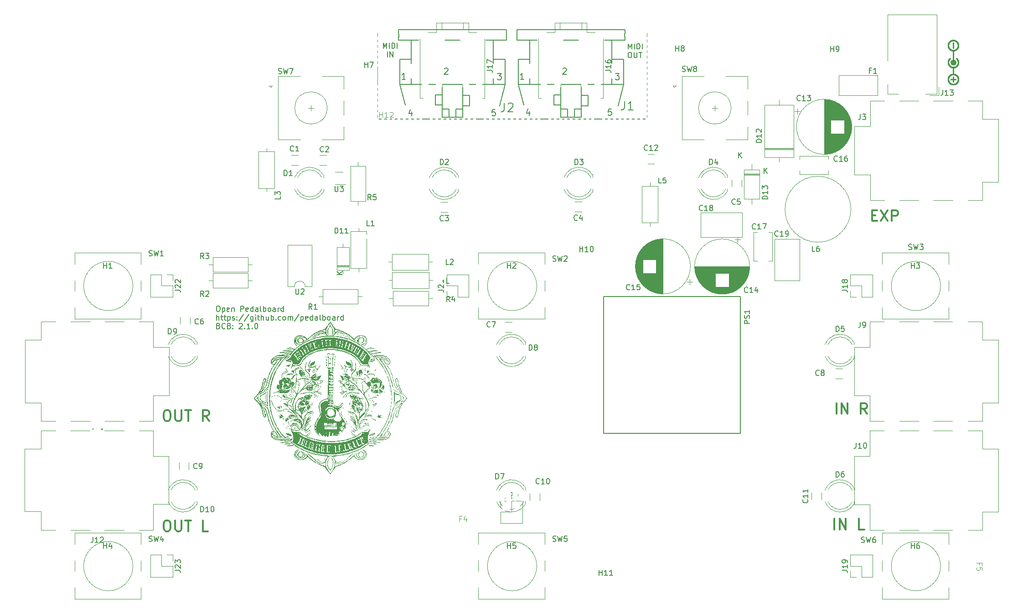
<source format=gto>
G04 #@! TF.GenerationSoftware,KiCad,Pcbnew,7.0.7-7.0.7~ubuntu23.04.1*
G04 #@! TF.CreationDate,2023-09-10T12:49:34+00:00*
G04 #@! TF.ProjectId,pedalboard-hw,70656461-6c62-46f6-9172-642d68772e6b,2.1.0*
G04 #@! TF.SameCoordinates,Original*
G04 #@! TF.FileFunction,Legend,Top*
G04 #@! TF.FilePolarity,Positive*
%FSLAX46Y46*%
G04 Gerber Fmt 4.6, Leading zero omitted, Abs format (unit mm)*
G04 Created by KiCad (PCBNEW 7.0.7-7.0.7~ubuntu23.04.1) date 2023-09-10 12:49:34*
%MOMM*%
%LPD*%
G01*
G04 APERTURE LIST*
%ADD10C,0.000000*%
%ADD11C,0.019755*%
%ADD12C,0.008210*%
%ADD13C,0.004304*%
%ADD14C,0.004635*%
%ADD15C,0.300000*%
%ADD16C,0.150000*%
%ADD17C,0.100000*%
%ADD18C,0.160020*%
%ADD19C,0.127000*%
%ADD20C,0.120000*%
%ADD21C,0.200000*%
%ADD22C,0.152400*%
%ADD23C,1.600000*%
%ADD24O,1.200000X2.200000*%
%ADD25O,2.200000X1.200000*%
%ADD26C,2.700000*%
%ADD27C,3.000000*%
%ADD28R,4.400000X1.800000*%
%ADD29O,4.000000X1.800000*%
%ADD30O,1.800000X4.000000*%
%ADD31C,6.000000*%
%ADD32R,1.350000X1.350000*%
%ADD33O,1.350000X1.350000*%
%ADD34O,1.600000X1.600000*%
%ADD35R,1.000000X2.000000*%
%ADD36O,1.000000X2.000000*%
%ADD37R,2.250000X2.250000*%
%ADD38C,2.250000*%
%ADD39R,1.700000X1.700000*%
%ADD40O,1.700000X1.700000*%
%ADD41C,0.600000*%
%ADD42O,3.000000X2.500000*%
%ADD43R,2.400000X1.600000*%
%ADD44O,2.400000X1.600000*%
%ADD45C,2.600000*%
%ADD46R,2.000000X2.000000*%
%ADD47C,2.000000*%
%ADD48C,3.200000*%
%ADD49R,1.600000X1.600000*%
%ADD50R,3.200000X3.200000*%
%ADD51O,3.200000X3.200000*%
%ADD52R,0.650000X0.400000*%
%ADD53R,2.200000X2.200000*%
%ADD54O,2.200000X2.200000*%
%ADD55C,1.350000*%
G04 APERTURE END LIST*
D10*
G36*
X76272760Y-84789705D02*
G01*
X76274337Y-84791208D01*
X76275727Y-84793865D01*
X76277935Y-84802562D01*
X76279357Y-84815641D01*
X76279967Y-84832948D01*
X76279741Y-84854326D01*
X76278651Y-84879622D01*
X76276673Y-84908680D01*
X76273779Y-84941344D01*
X76265146Y-85016874D01*
X76262340Y-85037857D01*
X76259234Y-85058395D01*
X76255859Y-85078375D01*
X76252247Y-85097683D01*
X76248428Y-85116205D01*
X76244434Y-85133829D01*
X76240294Y-85150439D01*
X76236041Y-85165923D01*
X76231706Y-85180167D01*
X76227318Y-85193057D01*
X76222911Y-85204479D01*
X76218513Y-85214320D01*
X76214157Y-85222466D01*
X76212004Y-85225868D01*
X76209873Y-85228803D01*
X76207768Y-85231258D01*
X76205692Y-85233218D01*
X76203651Y-85234669D01*
X76201646Y-85235597D01*
X76196449Y-85236591D01*
X76191446Y-85236314D01*
X76186646Y-85234837D01*
X76182057Y-85232235D01*
X76177688Y-85228578D01*
X76173547Y-85223939D01*
X76169642Y-85218391D01*
X76165982Y-85212005D01*
X76162576Y-85204855D01*
X76159431Y-85197012D01*
X76153959Y-85179538D01*
X76149635Y-85160163D01*
X76146525Y-85139465D01*
X76144696Y-85118023D01*
X76144217Y-85096415D01*
X76145153Y-85075221D01*
X76147573Y-85055019D01*
X76151542Y-85036387D01*
X76154130Y-85027842D01*
X76157130Y-85019906D01*
X76160551Y-85012652D01*
X76164402Y-85006153D01*
X76168690Y-85000481D01*
X76173425Y-84995707D01*
X76177511Y-84991956D01*
X76181803Y-84987356D01*
X76186261Y-84981972D01*
X76190843Y-84975864D01*
X76195508Y-84969094D01*
X76200213Y-84961725D01*
X76204919Y-84953819D01*
X76209584Y-84945437D01*
X76214166Y-84936641D01*
X76218624Y-84927495D01*
X76222916Y-84918059D01*
X76227002Y-84908395D01*
X76230840Y-84898566D01*
X76234388Y-84888634D01*
X76237606Y-84878661D01*
X76240451Y-84868708D01*
X76247434Y-84842389D01*
X76253812Y-84821537D01*
X76259559Y-84805998D01*
X76264650Y-84795616D01*
X76266942Y-84792311D01*
X76269059Y-84790237D01*
X76271000Y-84789374D01*
X76272760Y-84789705D01*
G37*
G36*
X71948414Y-93282293D02*
G01*
X71956098Y-93282883D01*
X71963637Y-93283782D01*
X71971015Y-93284982D01*
X71978214Y-93286475D01*
X71985220Y-93288255D01*
X71992016Y-93290315D01*
X71998586Y-93292648D01*
X72004914Y-93295246D01*
X72010983Y-93298103D01*
X72016778Y-93301210D01*
X72022282Y-93304562D01*
X72027479Y-93308151D01*
X72032354Y-93311970D01*
X72036889Y-93316012D01*
X72041069Y-93320270D01*
X72044877Y-93324736D01*
X72048298Y-93329403D01*
X72051315Y-93334266D01*
X72053913Y-93339315D01*
X72056074Y-93344545D01*
X72057783Y-93349947D01*
X72059024Y-93355516D01*
X72059780Y-93361244D01*
X72060036Y-93367123D01*
X72059944Y-93368745D01*
X72059670Y-93370304D01*
X72059222Y-93371796D01*
X72058602Y-93373221D01*
X72057818Y-93374576D01*
X72056873Y-93375859D01*
X72055773Y-93377069D01*
X72054523Y-93378203D01*
X72053129Y-93379260D01*
X72051595Y-93380237D01*
X72048129Y-93381945D01*
X72044167Y-93383312D01*
X72039751Y-93384323D01*
X72034921Y-93384961D01*
X72029718Y-93385212D01*
X72024185Y-93385060D01*
X72018363Y-93384489D01*
X72012293Y-93383483D01*
X72006016Y-93382029D01*
X71999573Y-93380109D01*
X71993007Y-93377708D01*
X71985737Y-93375929D01*
X71978503Y-93374559D01*
X71971342Y-93373592D01*
X71964289Y-93373022D01*
X71957381Y-93372846D01*
X71950653Y-93373057D01*
X71944143Y-93373650D01*
X71937886Y-93374621D01*
X71934863Y-93375247D01*
X71931918Y-93375964D01*
X71929054Y-93376774D01*
X71926276Y-93377674D01*
X71923588Y-93378665D01*
X71920995Y-93379745D01*
X71918502Y-93380915D01*
X71916113Y-93382173D01*
X71913832Y-93383520D01*
X71911664Y-93384953D01*
X71909614Y-93386473D01*
X71907686Y-93388078D01*
X71905884Y-93389769D01*
X71904214Y-93391545D01*
X71902679Y-93393404D01*
X71901285Y-93395347D01*
X71899019Y-93398650D01*
X71896221Y-93401928D01*
X71892937Y-93405153D01*
X71889214Y-93408301D01*
X71885098Y-93411346D01*
X71880636Y-93414261D01*
X71875874Y-93417022D01*
X71870859Y-93419601D01*
X71865637Y-93421974D01*
X71860254Y-93424114D01*
X71854759Y-93425996D01*
X71849196Y-93427594D01*
X71843612Y-93428882D01*
X71838054Y-93429833D01*
X71832568Y-93430423D01*
X71827202Y-93430626D01*
X71819334Y-93430291D01*
X71812255Y-93429312D01*
X71805949Y-93427727D01*
X71800399Y-93425575D01*
X71795588Y-93422893D01*
X71791499Y-93419719D01*
X71788115Y-93416092D01*
X71785420Y-93412049D01*
X71783397Y-93407630D01*
X71782028Y-93402871D01*
X71781298Y-93397811D01*
X71781189Y-93392488D01*
X71781685Y-93386940D01*
X71782769Y-93381206D01*
X71784424Y-93375323D01*
X71786633Y-93369330D01*
X71789379Y-93363264D01*
X71792646Y-93357164D01*
X71796417Y-93351068D01*
X71800675Y-93345014D01*
X71805403Y-93339040D01*
X71810585Y-93333184D01*
X71816203Y-93327485D01*
X71822241Y-93321980D01*
X71828682Y-93316708D01*
X71835510Y-93311706D01*
X71842707Y-93307013D01*
X71850256Y-93302667D01*
X71858142Y-93298706D01*
X71866346Y-93295168D01*
X71874853Y-93292091D01*
X71883646Y-93289514D01*
X71891911Y-93287384D01*
X71900161Y-93285618D01*
X71908378Y-93284211D01*
X71916547Y-93283154D01*
X71924651Y-93282441D01*
X71932674Y-93282065D01*
X71940601Y-93282018D01*
X71948414Y-93282293D01*
G37*
G36*
X63589400Y-92129915D02*
G01*
X63592357Y-92131119D01*
X63595030Y-92133032D01*
X63597423Y-92135662D01*
X63599543Y-92139017D01*
X63601394Y-92143106D01*
X63602981Y-92147938D01*
X63605386Y-92159861D01*
X63606798Y-92174853D01*
X63607260Y-92192982D01*
X63606812Y-92214315D01*
X63605496Y-92238919D01*
X63603353Y-92266862D01*
X63600425Y-92298210D01*
X63598729Y-92319045D01*
X63597607Y-92339219D01*
X63597053Y-92358732D01*
X63597062Y-92377583D01*
X63597630Y-92395773D01*
X63598751Y-92413302D01*
X63600419Y-92430169D01*
X63602630Y-92446375D01*
X63605378Y-92461919D01*
X63608659Y-92476802D01*
X63612466Y-92491023D01*
X63616796Y-92504583D01*
X63621642Y-92517481D01*
X63627000Y-92529718D01*
X63632865Y-92541294D01*
X63639230Y-92552208D01*
X63644558Y-92561205D01*
X63649938Y-92570936D01*
X63660728Y-92592227D01*
X63671353Y-92615336D01*
X63681564Y-92639521D01*
X63691114Y-92664035D01*
X63699754Y-92688137D01*
X63707237Y-92711081D01*
X63713314Y-92732124D01*
X63714398Y-92737074D01*
X63715662Y-92741997D01*
X63717099Y-92746887D01*
X63718702Y-92751740D01*
X63722383Y-92761308D01*
X63726653Y-92770654D01*
X63731461Y-92779731D01*
X63736754Y-92788492D01*
X63742482Y-92796893D01*
X63748592Y-92804884D01*
X63755032Y-92812422D01*
X63761752Y-92819457D01*
X63768699Y-92825946D01*
X63775822Y-92831840D01*
X63783068Y-92837093D01*
X63790388Y-92841659D01*
X63794058Y-92843669D01*
X63797727Y-92845491D01*
X63801389Y-92847117D01*
X63805036Y-92848542D01*
X63811724Y-92850890D01*
X63818520Y-92853930D01*
X63825368Y-92857611D01*
X63832211Y-92861881D01*
X63838992Y-92866689D01*
X63845654Y-92871982D01*
X63852140Y-92877709D01*
X63858394Y-92883819D01*
X63864358Y-92890260D01*
X63869976Y-92896979D01*
X63875191Y-92903926D01*
X63879946Y-92911049D01*
X63884184Y-92918296D01*
X63887849Y-92925615D01*
X63890883Y-92932954D01*
X63892146Y-92936616D01*
X63893230Y-92940263D01*
X63896258Y-92949183D01*
X63899389Y-92957421D01*
X63902619Y-92964978D01*
X63905950Y-92971855D01*
X63909378Y-92978053D01*
X63912904Y-92983571D01*
X63916525Y-92988411D01*
X63920240Y-92992574D01*
X63924048Y-92996060D01*
X63927949Y-92998869D01*
X63931939Y-93001003D01*
X63936019Y-93002462D01*
X63940186Y-93003246D01*
X63944440Y-93003357D01*
X63948779Y-93002794D01*
X63953203Y-93001559D01*
X63957709Y-92999652D01*
X63962296Y-92997074D01*
X63966963Y-92993826D01*
X63971710Y-92989908D01*
X63976533Y-92985320D01*
X63981433Y-92980064D01*
X63986408Y-92974140D01*
X63991457Y-92967549D01*
X63996578Y-92960291D01*
X64001770Y-92952367D01*
X64012362Y-92934523D01*
X64023222Y-92914024D01*
X64034341Y-92890873D01*
X64070794Y-92817818D01*
X64106358Y-92751919D01*
X64141467Y-92692894D01*
X64176555Y-92640457D01*
X64194227Y-92616621D01*
X64212057Y-92594325D01*
X64230098Y-92573534D01*
X64248406Y-92554213D01*
X64267034Y-92536326D01*
X64286037Y-92519837D01*
X64305468Y-92504711D01*
X64325383Y-92490913D01*
X64345835Y-92478406D01*
X64366879Y-92467156D01*
X64388569Y-92457127D01*
X64410959Y-92448283D01*
X64434104Y-92440589D01*
X64458057Y-92434010D01*
X64482874Y-92428509D01*
X64508607Y-92424051D01*
X64535312Y-92420601D01*
X64563043Y-92418123D01*
X64621799Y-92415941D01*
X64685310Y-92417222D01*
X64754008Y-92421681D01*
X64778505Y-92423951D01*
X64803012Y-92426776D01*
X64851849Y-92434001D01*
X64900108Y-92443168D01*
X64947375Y-92454093D01*
X64993236Y-92466588D01*
X65037278Y-92480468D01*
X65079088Y-92495547D01*
X65118251Y-92511639D01*
X65154356Y-92528558D01*
X65171132Y-92537270D01*
X65186988Y-92546118D01*
X65201872Y-92555080D01*
X65215734Y-92564132D01*
X65228520Y-92573252D01*
X65240180Y-92582415D01*
X65250662Y-92591599D01*
X65259914Y-92600781D01*
X65267884Y-92609936D01*
X65274521Y-92619043D01*
X65279773Y-92628077D01*
X65283588Y-92637016D01*
X65285915Y-92645836D01*
X65286703Y-92654513D01*
X65286620Y-92662566D01*
X65286207Y-92669493D01*
X65285214Y-92675241D01*
X65283395Y-92679759D01*
X65282098Y-92681541D01*
X65280501Y-92682996D01*
X65278574Y-92684118D01*
X65276284Y-92684900D01*
X65273602Y-92685335D01*
X65270497Y-92685418D01*
X65262890Y-92684500D01*
X65253216Y-92682094D01*
X65241227Y-92678147D01*
X65226675Y-92672609D01*
X65209312Y-92665428D01*
X65165159Y-92645929D01*
X65106786Y-92619236D01*
X65073158Y-92604892D01*
X65040998Y-92592289D01*
X65010202Y-92581432D01*
X64980668Y-92572328D01*
X64952290Y-92564980D01*
X64924967Y-92559395D01*
X64898595Y-92555577D01*
X64873071Y-92553531D01*
X64848290Y-92553263D01*
X64824150Y-92554778D01*
X64800548Y-92558081D01*
X64777380Y-92563178D01*
X64754542Y-92570072D01*
X64731932Y-92578770D01*
X64709446Y-92589277D01*
X64686980Y-92601597D01*
X64665331Y-92613579D01*
X64638143Y-92628000D01*
X64571446Y-92662010D01*
X64495488Y-92699327D01*
X64418870Y-92735652D01*
X64386309Y-92752172D01*
X64354839Y-92769917D01*
X64324557Y-92788788D01*
X64295563Y-92808688D01*
X64267953Y-92829518D01*
X64241826Y-92851179D01*
X64217281Y-92873575D01*
X64194415Y-92896607D01*
X64173326Y-92920175D01*
X64154114Y-92944184D01*
X64136875Y-92968533D01*
X64121709Y-92993125D01*
X64108713Y-93017862D01*
X64097986Y-93042646D01*
X64093504Y-93055024D01*
X64089626Y-93067378D01*
X64086364Y-93079694D01*
X64083730Y-93091960D01*
X64081584Y-93101271D01*
X64079124Y-93110023D01*
X64076370Y-93118213D01*
X64073340Y-93125838D01*
X64070051Y-93132898D01*
X64066522Y-93139390D01*
X64062771Y-93145313D01*
X64058816Y-93150663D01*
X64054674Y-93155440D01*
X64050365Y-93159642D01*
X64045905Y-93163266D01*
X64041314Y-93166311D01*
X64036610Y-93168774D01*
X64031809Y-93170654D01*
X64026932Y-93171949D01*
X64021994Y-93172656D01*
X64017016Y-93172775D01*
X64012014Y-93172302D01*
X64007007Y-93171237D01*
X64002013Y-93169576D01*
X63997050Y-93167319D01*
X63992136Y-93164463D01*
X63987289Y-93161006D01*
X63982527Y-93156946D01*
X63977869Y-93152282D01*
X63973332Y-93147011D01*
X63968935Y-93141132D01*
X63964696Y-93134642D01*
X63960632Y-93127540D01*
X63956761Y-93119824D01*
X63953103Y-93111491D01*
X63949675Y-93102540D01*
X63945965Y-93093910D01*
X63941489Y-93085254D01*
X63936311Y-93076628D01*
X63930492Y-93068091D01*
X63924095Y-93059698D01*
X63917181Y-93051506D01*
X63909812Y-93043573D01*
X63902050Y-93035955D01*
X63893957Y-93028709D01*
X63885596Y-93021892D01*
X63877028Y-93015560D01*
X63868315Y-93009772D01*
X63859520Y-93004582D01*
X63850704Y-93000049D01*
X63841929Y-92996229D01*
X63833258Y-92993179D01*
X63817571Y-92988021D01*
X63802183Y-92980357D01*
X63786982Y-92969995D01*
X63771853Y-92956744D01*
X63756682Y-92940414D01*
X63741357Y-92920812D01*
X63725763Y-92897748D01*
X63709786Y-92871031D01*
X63693313Y-92840468D01*
X63676231Y-92805870D01*
X63658425Y-92767044D01*
X63639782Y-92723801D01*
X63599529Y-92623293D01*
X63554564Y-92502818D01*
X63540876Y-92464793D01*
X63528905Y-92429961D01*
X63518628Y-92398127D01*
X63510026Y-92369093D01*
X63503077Y-92342664D01*
X63500216Y-92330365D01*
X63497761Y-92318644D01*
X63495709Y-92307475D01*
X63494058Y-92296834D01*
X63492804Y-92286698D01*
X63491946Y-92277041D01*
X63491480Y-92267838D01*
X63491405Y-92259066D01*
X63491717Y-92250699D01*
X63492414Y-92242714D01*
X63493494Y-92235085D01*
X63494953Y-92227788D01*
X63496790Y-92220798D01*
X63499001Y-92214092D01*
X63501585Y-92207644D01*
X63504537Y-92201429D01*
X63507857Y-92195424D01*
X63511541Y-92189604D01*
X63515587Y-92183944D01*
X63519992Y-92178419D01*
X63524754Y-92173006D01*
X63529869Y-92167679D01*
X63543064Y-92154998D01*
X63554894Y-92144783D01*
X63565402Y-92137100D01*
X63570172Y-92134229D01*
X63574628Y-92132016D01*
X63578773Y-92130470D01*
X63582614Y-92129599D01*
X63586154Y-92129411D01*
X63589400Y-92129915D01*
G37*
G36*
X77645412Y-92076611D02*
G01*
X77648132Y-92077082D01*
X77650913Y-92077812D01*
X77653768Y-92078803D01*
X77656705Y-92080055D01*
X77659735Y-92081569D01*
X77662868Y-92083345D01*
X77666115Y-92085383D01*
X77669486Y-92087685D01*
X77672991Y-92090252D01*
X77680446Y-92096180D01*
X77688562Y-92103173D01*
X77697423Y-92111235D01*
X77705486Y-92119473D01*
X77709115Y-92123334D01*
X77712479Y-92127035D01*
X77715576Y-92130582D01*
X77718407Y-92133986D01*
X77720974Y-92137254D01*
X77723276Y-92140395D01*
X77725315Y-92143417D01*
X77727091Y-92146329D01*
X77728604Y-92149138D01*
X77729857Y-92151854D01*
X77730848Y-92154484D01*
X77731578Y-92157038D01*
X77732049Y-92159523D01*
X77732261Y-92161948D01*
X77732215Y-92164321D01*
X77731911Y-92166651D01*
X77731350Y-92168946D01*
X77730532Y-92171215D01*
X77729459Y-92173465D01*
X77728130Y-92175706D01*
X77726547Y-92177946D01*
X77724710Y-92180192D01*
X77722620Y-92182455D01*
X77720277Y-92184741D01*
X77717682Y-92187059D01*
X77714836Y-92189418D01*
X77711739Y-92191826D01*
X77708393Y-92194292D01*
X77700952Y-92199429D01*
X77691768Y-92204993D01*
X77682750Y-92209794D01*
X77673921Y-92213853D01*
X77665302Y-92217193D01*
X77656916Y-92219835D01*
X77648785Y-92221801D01*
X77640930Y-92223113D01*
X77633373Y-92223794D01*
X77626137Y-92223865D01*
X77619243Y-92223348D01*
X77612713Y-92222266D01*
X77606570Y-92220639D01*
X77600835Y-92218490D01*
X77595530Y-92215842D01*
X77590677Y-92212715D01*
X77586299Y-92209133D01*
X77582416Y-92205116D01*
X77579052Y-92200687D01*
X77576228Y-92195868D01*
X77573965Y-92190681D01*
X77572287Y-92185147D01*
X77571214Y-92179290D01*
X77570770Y-92173130D01*
X77570975Y-92166689D01*
X77571852Y-92159990D01*
X77573423Y-92153055D01*
X77575709Y-92145905D01*
X77578734Y-92138563D01*
X77582517Y-92131050D01*
X77587083Y-92123389D01*
X77592452Y-92115601D01*
X77598647Y-92107708D01*
X77605027Y-92100268D01*
X77610993Y-92093824D01*
X77613848Y-92090978D01*
X77616630Y-92088384D01*
X77619349Y-92086041D01*
X77622018Y-92083951D01*
X77624645Y-92082114D01*
X77627240Y-92080530D01*
X77629816Y-92079202D01*
X77632381Y-92078128D01*
X77634945Y-92077311D01*
X77637521Y-92076749D01*
X77640117Y-92076445D01*
X77642743Y-92076399D01*
X77645412Y-92076611D01*
G37*
G36*
X75174622Y-89700882D02*
G01*
X75177078Y-89701202D01*
X75179659Y-89701834D01*
X75182376Y-89702779D01*
X75185239Y-89704037D01*
X75188260Y-89705611D01*
X75191450Y-89707502D01*
X75194819Y-89709710D01*
X75198379Y-89712237D01*
X75206114Y-89718254D01*
X75214743Y-89725563D01*
X75224354Y-89734174D01*
X75235034Y-89744098D01*
X75241524Y-89750241D01*
X75247757Y-89756741D01*
X75253727Y-89763561D01*
X75259426Y-89770666D01*
X75264845Y-89778019D01*
X75269978Y-89785583D01*
X75274816Y-89793323D01*
X75279352Y-89801203D01*
X75283578Y-89809186D01*
X75287486Y-89817237D01*
X75291069Y-89825318D01*
X75294318Y-89833394D01*
X75297226Y-89841429D01*
X75299785Y-89849386D01*
X75301988Y-89857230D01*
X75303826Y-89864924D01*
X75305293Y-89872431D01*
X75306379Y-89879717D01*
X75307078Y-89886744D01*
X75307382Y-89893477D01*
X75307282Y-89899879D01*
X75306772Y-89905914D01*
X75305843Y-89911545D01*
X75304488Y-89916738D01*
X75302698Y-89921455D01*
X75300467Y-89925661D01*
X75297787Y-89929319D01*
X75294649Y-89932393D01*
X75291045Y-89934846D01*
X75286970Y-89936644D01*
X75282413Y-89937749D01*
X75277368Y-89938125D01*
X75272278Y-89937699D01*
X75266949Y-89936448D01*
X75261410Y-89934419D01*
X75255692Y-89931655D01*
X75249824Y-89928202D01*
X75243836Y-89924103D01*
X75231618Y-89914147D01*
X75219276Y-89902145D01*
X75207047Y-89888454D01*
X75195170Y-89873429D01*
X75183883Y-89857427D01*
X75173422Y-89840805D01*
X75164025Y-89823920D01*
X75155931Y-89807128D01*
X75149377Y-89790785D01*
X75144600Y-89775249D01*
X75142953Y-89767894D01*
X75141839Y-89760875D01*
X75141288Y-89754235D01*
X75141331Y-89748020D01*
X75141996Y-89742274D01*
X75143314Y-89737042D01*
X75147173Y-89728362D01*
X75150872Y-89720850D01*
X75154498Y-89714516D01*
X75156312Y-89711794D01*
X75158141Y-89709370D01*
X75159995Y-89707247D01*
X75161886Y-89705424D01*
X75163825Y-89703904D01*
X75165823Y-89702687D01*
X75167890Y-89701775D01*
X75170039Y-89701169D01*
X75172279Y-89700871D01*
X75174622Y-89700882D01*
G37*
G36*
X66637051Y-79003071D02*
G01*
X66637990Y-79003598D01*
X66638903Y-79004476D01*
X66639798Y-79005706D01*
X66640683Y-79007288D01*
X66641566Y-79009220D01*
X66643354Y-79014140D01*
X66645224Y-79020465D01*
X66647240Y-79028196D01*
X66651952Y-79047875D01*
X66653473Y-79054426D01*
X66654732Y-79060840D01*
X66655736Y-79067108D01*
X66656493Y-79073217D01*
X66657010Y-79079155D01*
X66657293Y-79084911D01*
X66657351Y-79090474D01*
X66657189Y-79095831D01*
X66656815Y-79100970D01*
X66656237Y-79105882D01*
X66655461Y-79110553D01*
X66654495Y-79114972D01*
X66653345Y-79119127D01*
X66652019Y-79123007D01*
X66650523Y-79126601D01*
X66648866Y-79129896D01*
X66647053Y-79132881D01*
X66645092Y-79135544D01*
X66642991Y-79137874D01*
X66640756Y-79139859D01*
X66638394Y-79141488D01*
X66635913Y-79142748D01*
X66633319Y-79143628D01*
X66630620Y-79144117D01*
X66627823Y-79144203D01*
X66624935Y-79143875D01*
X66621963Y-79143119D01*
X66618914Y-79141926D01*
X66615795Y-79140284D01*
X66612614Y-79138180D01*
X66609377Y-79135603D01*
X66606091Y-79132542D01*
X66604820Y-79131468D01*
X66603650Y-79130234D01*
X66602582Y-79128847D01*
X66601613Y-79127312D01*
X66599968Y-79123821D01*
X66598705Y-79119808D01*
X66597814Y-79115320D01*
X66597285Y-79110403D01*
X66597108Y-79105104D01*
X66597272Y-79099468D01*
X66597766Y-79093544D01*
X66598581Y-79087376D01*
X66599706Y-79081012D01*
X66601130Y-79074498D01*
X66602844Y-79067881D01*
X66604837Y-79061207D01*
X66607099Y-79054523D01*
X66609619Y-79047875D01*
X66618962Y-79028196D01*
X66622797Y-79020465D01*
X66626156Y-79014140D01*
X66629101Y-79009220D01*
X66630439Y-79007288D01*
X66631696Y-79005706D01*
X66632880Y-79004476D01*
X66634000Y-79003598D01*
X66635064Y-79003071D01*
X66636078Y-79002895D01*
X66637051Y-79003071D01*
G37*
G36*
X66641397Y-89925393D02*
G01*
X66642645Y-89926057D01*
X66643801Y-89927328D01*
X66644876Y-89929202D01*
X66645882Y-89931678D01*
X66646829Y-89934755D01*
X66648590Y-89942700D01*
X66650248Y-89953022D01*
X66651891Y-89965706D01*
X66655481Y-89998097D01*
X66658437Y-90018650D01*
X66661930Y-90040154D01*
X66665836Y-90061907D01*
X66670032Y-90083205D01*
X66674394Y-90103345D01*
X66678797Y-90121625D01*
X66683117Y-90137341D01*
X66685207Y-90144019D01*
X66687231Y-90149792D01*
X66692296Y-90162066D01*
X66696911Y-90174397D01*
X66701080Y-90186761D01*
X66704808Y-90199132D01*
X66708099Y-90211485D01*
X66710958Y-90223794D01*
X66713389Y-90236036D01*
X66715398Y-90248183D01*
X66716988Y-90260212D01*
X66718163Y-90272096D01*
X66718929Y-90283812D01*
X66719291Y-90295332D01*
X66719251Y-90306634D01*
X66718816Y-90317690D01*
X66717989Y-90328477D01*
X66716776Y-90338968D01*
X66715180Y-90349139D01*
X66713206Y-90358964D01*
X66710858Y-90368419D01*
X66708142Y-90377478D01*
X66705062Y-90386115D01*
X66701621Y-90394306D01*
X66697826Y-90402026D01*
X66693680Y-90409249D01*
X66689187Y-90415950D01*
X66684353Y-90422103D01*
X66679181Y-90427685D01*
X66673677Y-90432669D01*
X66667845Y-90437030D01*
X66661689Y-90440743D01*
X66655214Y-90443784D01*
X66648424Y-90446125D01*
X66627935Y-90451288D01*
X66608163Y-90455553D01*
X66589143Y-90458952D01*
X66570910Y-90461518D01*
X66553498Y-90463283D01*
X66536943Y-90464279D01*
X66521279Y-90464539D01*
X66506542Y-90464095D01*
X66492766Y-90462979D01*
X66479985Y-90461223D01*
X66468236Y-90458861D01*
X66457553Y-90455923D01*
X66447970Y-90452443D01*
X66439523Y-90448452D01*
X66432246Y-90443984D01*
X66426175Y-90439069D01*
X66421344Y-90433742D01*
X66417788Y-90428033D01*
X66415542Y-90421976D01*
X66414641Y-90415601D01*
X66415119Y-90408943D01*
X66417013Y-90402033D01*
X66420355Y-90394903D01*
X66425183Y-90387586D01*
X66431529Y-90380114D01*
X66439430Y-90372519D01*
X66448920Y-90364834D01*
X66460033Y-90357090D01*
X66472806Y-90349321D01*
X66487272Y-90341558D01*
X66503467Y-90333834D01*
X66521425Y-90326181D01*
X66531429Y-90321860D01*
X66540936Y-90317497D01*
X66549944Y-90313090D01*
X66558453Y-90308638D01*
X66566460Y-90304139D01*
X66573964Y-90299592D01*
X66580965Y-90294997D01*
X66587461Y-90290351D01*
X66593450Y-90285653D01*
X66598931Y-90280902D01*
X66603903Y-90276097D01*
X66608365Y-90271237D01*
X66612316Y-90266320D01*
X66615753Y-90261344D01*
X66618677Y-90256309D01*
X66621085Y-90251214D01*
X66622976Y-90246056D01*
X66624349Y-90240836D01*
X66625203Y-90235550D01*
X66625536Y-90230199D01*
X66625347Y-90224780D01*
X66624635Y-90219293D01*
X66623398Y-90213737D01*
X66621636Y-90208109D01*
X66619346Y-90202409D01*
X66616528Y-90196635D01*
X66613181Y-90190787D01*
X66609302Y-90184862D01*
X66604891Y-90178859D01*
X66599947Y-90172778D01*
X66594468Y-90166617D01*
X66588452Y-90160374D01*
X66583493Y-90154911D01*
X66579206Y-90149081D01*
X66575600Y-90142849D01*
X66572688Y-90136176D01*
X66570478Y-90129029D01*
X66568981Y-90121369D01*
X66568207Y-90113162D01*
X66568168Y-90104371D01*
X66568872Y-90094960D01*
X66570331Y-90084893D01*
X66572555Y-90074133D01*
X66575554Y-90062644D01*
X66579338Y-90050391D01*
X66583919Y-90037337D01*
X66589305Y-90023445D01*
X66595508Y-90008680D01*
X66611831Y-89972776D01*
X66618475Y-89958629D01*
X66624226Y-89946999D01*
X66629171Y-89937871D01*
X66633397Y-89931228D01*
X66635268Y-89928833D01*
X66636993Y-89927055D01*
X66638582Y-89925890D01*
X66640046Y-89925337D01*
X66641397Y-89925393D01*
G37*
G36*
X64564178Y-82586928D02*
G01*
X64565934Y-82587201D01*
X64570061Y-82588459D01*
X64574974Y-82590646D01*
X64580630Y-82593743D01*
X64586990Y-82597729D01*
X64594011Y-82602583D01*
X64601652Y-82608285D01*
X64609872Y-82614813D01*
X64618630Y-82622148D01*
X64627883Y-82630267D01*
X64637592Y-82639152D01*
X64646232Y-82648458D01*
X64654294Y-82657827D01*
X64661779Y-82667221D01*
X64668687Y-82676600D01*
X64675019Y-82685925D01*
X64680775Y-82695156D01*
X64685956Y-82704255D01*
X64690563Y-82713180D01*
X64694597Y-82721894D01*
X64698057Y-82730357D01*
X64700945Y-82738529D01*
X64703262Y-82746370D01*
X64705007Y-82753843D01*
X64706182Y-82760906D01*
X64706788Y-82767521D01*
X64706824Y-82773649D01*
X64706292Y-82779249D01*
X64705192Y-82784283D01*
X64703525Y-82788711D01*
X64701291Y-82792493D01*
X64698492Y-82795591D01*
X64696880Y-82796871D01*
X64695127Y-82797965D01*
X64693233Y-82798868D01*
X64691198Y-82799575D01*
X64686705Y-82800383D01*
X64681648Y-82800348D01*
X64676029Y-82799431D01*
X64669848Y-82797593D01*
X64663106Y-82794794D01*
X64655803Y-82790996D01*
X64647940Y-82786158D01*
X64639517Y-82780242D01*
X64630536Y-82773207D01*
X64623586Y-82767715D01*
X64617272Y-82763168D01*
X64611568Y-82759604D01*
X64608937Y-82758201D01*
X64606448Y-82757057D01*
X64604099Y-82756177D01*
X64601886Y-82755565D01*
X64599806Y-82755225D01*
X64597856Y-82755163D01*
X64596032Y-82755382D01*
X64594332Y-82755887D01*
X64592752Y-82756683D01*
X64591289Y-82757774D01*
X64589940Y-82759165D01*
X64588701Y-82760860D01*
X64587570Y-82762864D01*
X64586542Y-82765182D01*
X64585615Y-82767817D01*
X64584786Y-82770774D01*
X64583407Y-82777674D01*
X64582379Y-82785917D01*
X64581678Y-82795540D01*
X64581275Y-82806579D01*
X64581147Y-82819070D01*
X64581268Y-82828282D01*
X64581622Y-82837370D01*
X64582193Y-82846293D01*
X64582966Y-82855008D01*
X64583925Y-82863476D01*
X64585054Y-82871655D01*
X64586338Y-82879503D01*
X64587762Y-82886979D01*
X64589309Y-82894041D01*
X64590966Y-82900649D01*
X64592715Y-82906760D01*
X64594542Y-82912334D01*
X64596431Y-82917330D01*
X64598366Y-82921705D01*
X64600332Y-82925419D01*
X64602314Y-82928430D01*
X64606149Y-82933056D01*
X64609716Y-82938937D01*
X64613017Y-82945984D01*
X64616053Y-82954110D01*
X64621336Y-82973241D01*
X64625575Y-82995623D01*
X64628781Y-83020548D01*
X64630963Y-83047307D01*
X64632133Y-83075193D01*
X64632300Y-83103497D01*
X64631475Y-83131511D01*
X64629668Y-83158529D01*
X64626889Y-83183841D01*
X64623150Y-83206740D01*
X64618459Y-83226517D01*
X64612828Y-83242465D01*
X64609663Y-83248782D01*
X64606267Y-83253876D01*
X64602641Y-83257659D01*
X64598786Y-83260042D01*
X64590472Y-83261329D01*
X64580184Y-83260004D01*
X64568081Y-83256225D01*
X64554317Y-83250148D01*
X64539049Y-83241932D01*
X64522434Y-83231734D01*
X64485787Y-83206023D01*
X64445626Y-83174276D01*
X64403201Y-83137754D01*
X64359763Y-83097719D01*
X64316564Y-83055430D01*
X64274852Y-83012149D01*
X64235879Y-82969137D01*
X64200896Y-82927655D01*
X64171153Y-82888963D01*
X64147900Y-82854322D01*
X64139099Y-82838915D01*
X64132389Y-82824994D01*
X64127927Y-82812716D01*
X64125869Y-82802239D01*
X64126372Y-82793721D01*
X64129591Y-82787319D01*
X64138301Y-82776953D01*
X64147224Y-82767026D01*
X64156345Y-82757543D01*
X64165648Y-82748506D01*
X64175119Y-82739922D01*
X64184743Y-82731795D01*
X64194505Y-82724129D01*
X64204391Y-82716929D01*
X64214386Y-82710199D01*
X64224474Y-82703943D01*
X64234640Y-82698167D01*
X64244871Y-82692875D01*
X64255151Y-82688071D01*
X64265465Y-82683760D01*
X64275799Y-82679947D01*
X64286137Y-82676635D01*
X64296464Y-82673830D01*
X64306767Y-82671536D01*
X64317029Y-82669757D01*
X64327237Y-82668498D01*
X64337374Y-82667764D01*
X64347428Y-82667558D01*
X64357381Y-82667887D01*
X64367220Y-82668753D01*
X64376931Y-82670162D01*
X64386497Y-82672118D01*
X64395904Y-82674626D01*
X64405137Y-82677690D01*
X64414182Y-82681314D01*
X64423023Y-82685504D01*
X64431646Y-82690264D01*
X64440036Y-82695598D01*
X64448250Y-82701201D01*
X64456343Y-82706116D01*
X64464300Y-82710355D01*
X64472103Y-82713932D01*
X64479735Y-82716861D01*
X64487180Y-82719154D01*
X64494421Y-82720826D01*
X64501441Y-82721890D01*
X64508224Y-82722360D01*
X64514751Y-82722249D01*
X64521008Y-82721571D01*
X64526976Y-82720340D01*
X64532640Y-82718568D01*
X64537982Y-82716270D01*
X64542985Y-82713459D01*
X64547633Y-82710149D01*
X64551909Y-82706353D01*
X64555796Y-82702085D01*
X64559278Y-82697358D01*
X64562337Y-82692186D01*
X64564957Y-82686583D01*
X64567121Y-82680562D01*
X64568811Y-82674136D01*
X64570013Y-82667320D01*
X64570708Y-82660126D01*
X64570879Y-82652569D01*
X64570511Y-82644661D01*
X64569586Y-82636417D01*
X64568087Y-82627850D01*
X64565998Y-82618974D01*
X64563301Y-82609802D01*
X64559981Y-82600348D01*
X64558527Y-82595590D01*
X64558190Y-82593608D01*
X64558107Y-82591887D01*
X64558271Y-82590424D01*
X64558678Y-82589217D01*
X64559323Y-82588263D01*
X64560201Y-82587560D01*
X64561306Y-82587104D01*
X64562633Y-82586895D01*
X64564178Y-82586928D01*
G37*
G36*
X76203114Y-84402948D02*
G01*
X76211788Y-84403207D01*
X76220959Y-84403694D01*
X76230585Y-84404413D01*
X76240624Y-84405370D01*
X76251035Y-84406570D01*
X76265517Y-84408074D01*
X76278589Y-84410008D01*
X76290327Y-84412468D01*
X76295721Y-84413927D01*
X76300810Y-84415554D01*
X76305605Y-84417362D01*
X76310114Y-84419363D01*
X76314349Y-84421570D01*
X76318318Y-84423994D01*
X76322031Y-84426649D01*
X76325499Y-84429545D01*
X76328729Y-84432696D01*
X76331733Y-84436114D01*
X76334520Y-84439811D01*
X76337100Y-84443799D01*
X76339482Y-84448091D01*
X76341676Y-84452699D01*
X76343692Y-84457635D01*
X76345539Y-84462911D01*
X76348766Y-84474534D01*
X76351435Y-84487666D01*
X76353623Y-84502404D01*
X76355408Y-84518849D01*
X76356868Y-84537096D01*
X76360155Y-84575310D01*
X76361078Y-84590349D01*
X76361334Y-84602692D01*
X76361168Y-84607854D01*
X76360784Y-84612347D01*
X76360163Y-84616170D01*
X76359288Y-84619325D01*
X76358141Y-84621813D01*
X76356707Y-84623637D01*
X76354965Y-84624796D01*
X76352901Y-84625292D01*
X76350495Y-84625127D01*
X76347730Y-84624301D01*
X76344590Y-84622817D01*
X76341057Y-84620675D01*
X76337112Y-84617877D01*
X76332739Y-84614424D01*
X76322639Y-84605558D01*
X76310617Y-84594087D01*
X76296532Y-84580023D01*
X76261620Y-84544152D01*
X76239701Y-84520746D01*
X76219230Y-84498456D01*
X76200661Y-84477738D01*
X76184448Y-84459045D01*
X76177368Y-84450600D01*
X76171047Y-84442832D01*
X76165542Y-84435798D01*
X76160911Y-84429554D01*
X76157210Y-84424158D01*
X76154496Y-84419667D01*
X76153527Y-84417778D01*
X76152826Y-84416136D01*
X76152400Y-84414749D01*
X76152257Y-84413624D01*
X76152380Y-84412652D01*
X76152746Y-84411723D01*
X76153350Y-84410836D01*
X76154186Y-84409993D01*
X76156536Y-84408438D01*
X76159753Y-84407065D01*
X76163798Y-84405877D01*
X76168628Y-84404881D01*
X76174202Y-84404081D01*
X76180479Y-84403482D01*
X76187418Y-84403090D01*
X76194976Y-84402911D01*
X76203114Y-84402948D01*
G37*
G36*
X70545054Y-79778196D02*
G01*
X70546975Y-79778409D01*
X70548852Y-79778758D01*
X70550684Y-79779241D01*
X70552469Y-79779853D01*
X70554207Y-79780590D01*
X70555895Y-79781448D01*
X70557533Y-79782424D01*
X70559119Y-79783514D01*
X70560652Y-79784714D01*
X70562131Y-79786019D01*
X70563555Y-79787427D01*
X70566230Y-79790533D01*
X70568668Y-79794000D01*
X70570857Y-79797798D01*
X70572788Y-79801896D01*
X70574450Y-79806263D01*
X70575833Y-79810867D01*
X70576927Y-79815678D01*
X70577721Y-79820665D01*
X70578205Y-79825796D01*
X70578369Y-79831041D01*
X70578328Y-79833676D01*
X70578205Y-79836287D01*
X70578003Y-79838868D01*
X70577721Y-79841418D01*
X70577362Y-79843931D01*
X70576927Y-79846405D01*
X70576417Y-79848834D01*
X70575833Y-79851216D01*
X70575177Y-79853546D01*
X70574450Y-79855820D01*
X70573653Y-79858035D01*
X70572788Y-79860187D01*
X70571855Y-79862271D01*
X70570857Y-79864285D01*
X70569794Y-79866223D01*
X70568668Y-79868083D01*
X70567479Y-79869860D01*
X70566230Y-79871550D01*
X70564922Y-79873151D01*
X70563555Y-79874656D01*
X70562131Y-79876064D01*
X70560652Y-79877369D01*
X70559119Y-79878569D01*
X70557533Y-79879659D01*
X70555895Y-79880635D01*
X70554207Y-79881493D01*
X70552469Y-79882230D01*
X70550684Y-79882842D01*
X70548852Y-79883324D01*
X70546975Y-79883674D01*
X70545054Y-79883886D01*
X70543091Y-79883958D01*
X70541438Y-79883886D01*
X70539788Y-79883674D01*
X70538144Y-79883324D01*
X70536511Y-79882842D01*
X70534890Y-79882230D01*
X70533285Y-79881493D01*
X70531700Y-79880635D01*
X70530137Y-79879659D01*
X70527092Y-79877369D01*
X70524177Y-79874656D01*
X70521416Y-79871550D01*
X70518837Y-79868083D01*
X70516464Y-79864285D01*
X70514324Y-79860187D01*
X70512442Y-79855820D01*
X70510844Y-79851216D01*
X70509557Y-79846405D01*
X70508605Y-79841418D01*
X70508015Y-79836287D01*
X70507812Y-79831041D01*
X70507864Y-79828407D01*
X70508015Y-79825796D01*
X70508263Y-79823215D01*
X70508605Y-79820665D01*
X70509037Y-79818152D01*
X70509557Y-79815678D01*
X70510160Y-79813249D01*
X70510844Y-79810867D01*
X70511606Y-79808537D01*
X70512442Y-79806263D01*
X70513349Y-79804048D01*
X70514324Y-79801896D01*
X70515363Y-79799812D01*
X70516464Y-79797798D01*
X70517623Y-79795860D01*
X70518837Y-79794000D01*
X70520102Y-79792223D01*
X70521416Y-79790533D01*
X70522776Y-79788933D01*
X70524177Y-79787427D01*
X70525617Y-79786019D01*
X70527092Y-79784714D01*
X70528600Y-79783514D01*
X70530137Y-79782424D01*
X70531700Y-79781448D01*
X70533285Y-79780590D01*
X70534890Y-79779853D01*
X70536511Y-79779241D01*
X70538144Y-79778758D01*
X70539788Y-79778409D01*
X70541438Y-79778196D01*
X70543091Y-79778125D01*
X70545054Y-79778196D01*
G37*
G36*
X78649754Y-87449886D02*
G01*
X78651143Y-87450088D01*
X78652378Y-87450473D01*
X78653451Y-87451042D01*
X78654280Y-87452177D01*
X78654784Y-87453594D01*
X78654972Y-87455283D01*
X78654850Y-87457236D01*
X78653707Y-87461902D01*
X78651412Y-87467523D01*
X78648021Y-87474034D01*
X78643592Y-87481366D01*
X78638181Y-87489452D01*
X78631844Y-87498226D01*
X78624640Y-87507620D01*
X78616624Y-87517566D01*
X78607854Y-87527999D01*
X78598386Y-87538850D01*
X78577585Y-87561539D01*
X78554675Y-87585096D01*
X78533051Y-87605078D01*
X78514471Y-87621422D01*
X78498919Y-87634210D01*
X78486379Y-87643526D01*
X78476837Y-87649452D01*
X78473185Y-87651169D01*
X78470277Y-87652070D01*
X78468110Y-87652165D01*
X78466682Y-87651464D01*
X78465993Y-87649977D01*
X78466039Y-87647716D01*
X78466819Y-87644689D01*
X78468331Y-87640908D01*
X78473542Y-87631124D01*
X78481658Y-87618446D01*
X78492662Y-87602957D01*
X78506540Y-87584739D01*
X78523275Y-87563875D01*
X78542853Y-87540449D01*
X78565257Y-87514541D01*
X78572526Y-87506193D01*
X78579754Y-87498357D01*
X78586899Y-87491047D01*
X78593920Y-87484280D01*
X78600776Y-87478071D01*
X78607425Y-87472436D01*
X78613826Y-87467390D01*
X78619938Y-87462948D01*
X78625719Y-87459127D01*
X78631128Y-87455941D01*
X78636123Y-87453406D01*
X78638453Y-87452388D01*
X78640664Y-87451538D01*
X78642751Y-87450859D01*
X78644708Y-87450352D01*
X78646532Y-87450020D01*
X78648215Y-87449864D01*
X78649754Y-87449886D01*
G37*
G36*
X80219785Y-85284987D02*
G01*
X80229170Y-85285069D01*
X80237485Y-85285317D01*
X80244736Y-85285731D01*
X80250928Y-85286309D01*
X80253628Y-85286661D01*
X80256065Y-85287053D01*
X80258240Y-85287487D01*
X80260154Y-85287963D01*
X80261806Y-85288479D01*
X80263198Y-85289037D01*
X80264331Y-85289637D01*
X80265204Y-85290278D01*
X80265819Y-85290960D01*
X80266177Y-85291683D01*
X80266277Y-85292448D01*
X80266121Y-85293254D01*
X80265709Y-85294101D01*
X80265042Y-85294990D01*
X80264120Y-85295920D01*
X80262944Y-85296892D01*
X80261516Y-85297905D01*
X80259835Y-85298959D01*
X80257901Y-85300054D01*
X80255717Y-85301191D01*
X80250597Y-85303589D01*
X80244479Y-85306152D01*
X80239112Y-85308337D01*
X80233620Y-85310899D01*
X80228046Y-85313803D01*
X80222431Y-85317011D01*
X80216815Y-85320488D01*
X80211241Y-85324198D01*
X80205749Y-85328104D01*
X80200382Y-85332170D01*
X80195180Y-85336360D01*
X80190184Y-85340638D01*
X80185437Y-85344968D01*
X80180979Y-85349313D01*
X80176852Y-85353637D01*
X80173096Y-85357905D01*
X80169754Y-85362080D01*
X80166867Y-85366125D01*
X80163643Y-85370344D01*
X80162095Y-85372146D01*
X80160590Y-85373746D01*
X80159129Y-85375144D01*
X80157713Y-85376342D01*
X80156341Y-85377340D01*
X80155016Y-85378142D01*
X80153737Y-85378746D01*
X80152505Y-85379156D01*
X80151322Y-85379372D01*
X80150186Y-85379395D01*
X80149100Y-85379228D01*
X80148063Y-85378870D01*
X80147077Y-85378324D01*
X80146142Y-85377590D01*
X80145258Y-85376670D01*
X80144427Y-85375566D01*
X80143649Y-85374278D01*
X80142924Y-85372808D01*
X80142254Y-85371157D01*
X80141639Y-85369327D01*
X80140575Y-85365132D01*
X80139739Y-85360235D01*
X80139135Y-85354646D01*
X80138769Y-85348374D01*
X80138646Y-85341430D01*
X80138937Y-85334363D01*
X80139817Y-85327719D01*
X80140482Y-85324559D01*
X80141297Y-85321509D01*
X80142265Y-85318571D01*
X80143386Y-85315744D01*
X80144663Y-85313031D01*
X80146096Y-85310434D01*
X80147687Y-85307952D01*
X80149436Y-85305588D01*
X80151346Y-85303343D01*
X80153417Y-85301218D01*
X80155651Y-85299215D01*
X80158049Y-85297334D01*
X80160612Y-85295577D01*
X80163342Y-85293946D01*
X80166240Y-85292441D01*
X80169307Y-85291064D01*
X80172545Y-85289816D01*
X80175955Y-85288699D01*
X80179537Y-85287713D01*
X80183294Y-85286861D01*
X80191337Y-85285560D01*
X80200093Y-85284807D01*
X80209572Y-85284613D01*
X80219785Y-85284987D01*
G37*
G36*
X76515843Y-85786770D02*
G01*
X76517443Y-85786952D01*
X76520910Y-85787694D01*
X76524709Y-85788933D01*
X76528807Y-85790657D01*
X76533173Y-85792856D01*
X76537777Y-85795521D01*
X76542588Y-85798641D01*
X76547575Y-85802205D01*
X76552706Y-85806203D01*
X76557951Y-85810624D01*
X76563197Y-85815493D01*
X76568328Y-85820801D01*
X76573315Y-85826492D01*
X76578126Y-85832508D01*
X76582731Y-85838793D01*
X76587097Y-85845289D01*
X76591195Y-85851941D01*
X76594994Y-85858691D01*
X76598461Y-85865482D01*
X76601567Y-85872258D01*
X76604280Y-85878961D01*
X76606569Y-85885535D01*
X76608404Y-85891923D01*
X76609753Y-85898068D01*
X76610585Y-85903913D01*
X76610869Y-85909402D01*
X76610575Y-85914535D01*
X76609719Y-85918715D01*
X76608337Y-85921982D01*
X76606466Y-85924375D01*
X76604143Y-85925933D01*
X76601404Y-85926696D01*
X76598287Y-85926703D01*
X76594828Y-85925994D01*
X76591065Y-85924608D01*
X76587033Y-85922585D01*
X76582770Y-85919963D01*
X76578313Y-85916782D01*
X76568962Y-85908903D01*
X76559275Y-85899261D01*
X76549547Y-85888172D01*
X76540072Y-85875951D01*
X76531145Y-85862914D01*
X76523060Y-85849376D01*
X76516112Y-85835651D01*
X76510596Y-85822056D01*
X76508466Y-85815406D01*
X76506805Y-85808906D01*
X76505649Y-85802595D01*
X76505035Y-85796515D01*
X76505107Y-85794933D01*
X76505320Y-85793495D01*
X76505669Y-85792199D01*
X76506152Y-85791044D01*
X76506763Y-85790028D01*
X76507500Y-85789150D01*
X76508359Y-85788410D01*
X76509335Y-85787805D01*
X76510425Y-85787334D01*
X76511624Y-85786997D01*
X76512930Y-85786791D01*
X76514337Y-85786716D01*
X76515843Y-85786770D01*
G37*
G36*
X77170826Y-93290541D02*
G01*
X77174437Y-93291713D01*
X77177959Y-93293484D01*
X77181377Y-93295844D01*
X77184678Y-93298783D01*
X77187847Y-93302292D01*
X77190870Y-93306361D01*
X77193733Y-93310981D01*
X77196422Y-93316141D01*
X77198922Y-93321832D01*
X77201219Y-93328045D01*
X77203299Y-93334769D01*
X77205148Y-93341995D01*
X77206752Y-93349713D01*
X77208095Y-93357913D01*
X77209165Y-93366587D01*
X77209947Y-93375723D01*
X77210427Y-93385313D01*
X77210590Y-93395347D01*
X77210538Y-93400617D01*
X77210387Y-93405837D01*
X77209797Y-93416100D01*
X77208846Y-93426074D01*
X77207558Y-93435696D01*
X77205960Y-93444905D01*
X77204079Y-93453638D01*
X77201939Y-93461834D01*
X77200780Y-93465711D01*
X77199566Y-93469430D01*
X77198300Y-93472984D01*
X77196986Y-93476365D01*
X77195627Y-93479566D01*
X77194226Y-93482577D01*
X77192786Y-93485392D01*
X77191311Y-93488003D01*
X77189803Y-93490402D01*
X77188266Y-93492582D01*
X77186704Y-93494534D01*
X77185118Y-93496251D01*
X77183514Y-93497725D01*
X77181893Y-93498948D01*
X77180259Y-93499913D01*
X77178616Y-93500612D01*
X77176966Y-93501037D01*
X77175313Y-93501181D01*
X77170725Y-93500916D01*
X77166230Y-93500134D01*
X77161835Y-93498858D01*
X77157550Y-93497109D01*
X77153384Y-93494907D01*
X77149346Y-93492274D01*
X77145445Y-93489232D01*
X77141689Y-93485802D01*
X77138089Y-93482005D01*
X77134653Y-93477862D01*
X77131390Y-93473395D01*
X77128309Y-93468625D01*
X77122729Y-93458261D01*
X77117987Y-93446941D01*
X77114155Y-93434836D01*
X77111304Y-93422116D01*
X77109507Y-93408951D01*
X77108837Y-93395513D01*
X77109366Y-93381971D01*
X77110103Y-93375215D01*
X77111166Y-93368497D01*
X77112565Y-93361838D01*
X77114310Y-93355260D01*
X77116408Y-93348784D01*
X77118869Y-93342431D01*
X77122236Y-93334203D01*
X77125713Y-93326709D01*
X77129285Y-93319940D01*
X77132939Y-93313885D01*
X77136660Y-93308537D01*
X77140434Y-93303883D01*
X77144246Y-93299916D01*
X77148083Y-93296625D01*
X77151931Y-93294001D01*
X77155774Y-93292034D01*
X77159600Y-93290714D01*
X77163393Y-93290032D01*
X77167140Y-93289977D01*
X77170826Y-93290541D01*
G37*
G36*
X78983132Y-83235991D02*
G01*
X79009701Y-83237888D01*
X79036476Y-83240992D01*
X79063384Y-83245256D01*
X79090351Y-83250630D01*
X79117304Y-83257067D01*
X79144171Y-83264520D01*
X79170878Y-83272940D01*
X79197353Y-83282281D01*
X79223522Y-83292493D01*
X79249312Y-83303529D01*
X79274651Y-83315342D01*
X79299466Y-83327884D01*
X79323683Y-83341107D01*
X79347229Y-83354962D01*
X79370032Y-83369403D01*
X79392019Y-83384381D01*
X79413116Y-83399849D01*
X79433250Y-83415759D01*
X79452349Y-83432062D01*
X79470340Y-83448712D01*
X79487149Y-83465661D01*
X79502704Y-83482860D01*
X79516931Y-83500261D01*
X79529758Y-83517818D01*
X79541111Y-83535482D01*
X79550918Y-83553206D01*
X79559106Y-83570941D01*
X79565601Y-83588640D01*
X79570331Y-83606255D01*
X79573222Y-83623738D01*
X79574202Y-83641042D01*
X79573847Y-83649851D01*
X79572813Y-83657770D01*
X79571141Y-83664820D01*
X79568876Y-83671021D01*
X79566060Y-83676392D01*
X79562737Y-83680954D01*
X79558951Y-83684726D01*
X79554744Y-83687730D01*
X79550160Y-83689983D01*
X79545241Y-83691508D01*
X79540033Y-83692323D01*
X79534576Y-83692449D01*
X79528916Y-83691906D01*
X79523095Y-83690714D01*
X79517156Y-83688892D01*
X79511143Y-83686462D01*
X79505099Y-83683442D01*
X79499067Y-83679853D01*
X79493090Y-83675715D01*
X79487213Y-83671048D01*
X79481478Y-83665872D01*
X79475928Y-83660207D01*
X79470606Y-83654074D01*
X79465557Y-83647491D01*
X79460823Y-83640479D01*
X79456447Y-83633058D01*
X79452473Y-83625249D01*
X79448945Y-83617070D01*
X79445904Y-83608543D01*
X79443395Y-83599687D01*
X79441462Y-83590522D01*
X79440146Y-83581069D01*
X79438028Y-83570037D01*
X79434363Y-83558794D01*
X79429218Y-83547376D01*
X79422659Y-83535821D01*
X79414750Y-83524165D01*
X79405559Y-83512445D01*
X79383591Y-83488961D01*
X79357283Y-83465663D01*
X79327161Y-83442845D01*
X79293752Y-83420803D01*
X79257584Y-83399830D01*
X79219183Y-83380221D01*
X79179077Y-83362271D01*
X79137793Y-83346275D01*
X79095857Y-83332526D01*
X79053798Y-83321320D01*
X79012141Y-83312951D01*
X78971415Y-83307714D01*
X78932146Y-83305903D01*
X78918432Y-83305700D01*
X78905116Y-83305110D01*
X78892264Y-83304159D01*
X78879946Y-83302871D01*
X78868226Y-83301273D01*
X78857173Y-83299391D01*
X78846855Y-83297251D01*
X78837336Y-83294878D01*
X78828687Y-83292299D01*
X78824708Y-83290940D01*
X78820972Y-83289539D01*
X78817487Y-83288099D01*
X78814260Y-83286623D01*
X78811301Y-83285115D01*
X78808618Y-83283579D01*
X78806219Y-83282016D01*
X78804113Y-83280431D01*
X78802307Y-83278826D01*
X78800811Y-83277205D01*
X78799633Y-83275571D01*
X78798781Y-83273928D01*
X78798264Y-83272278D01*
X78798090Y-83270625D01*
X78798295Y-83268661D01*
X78798903Y-83266740D01*
X78799906Y-83264863D01*
X78801294Y-83263032D01*
X78805182Y-83259509D01*
X78810492Y-83256183D01*
X78817145Y-83253063D01*
X78825065Y-83250161D01*
X78834173Y-83247486D01*
X78844392Y-83245048D01*
X78855645Y-83242859D01*
X78867853Y-83240928D01*
X78880941Y-83239266D01*
X78894829Y-83237883D01*
X78909440Y-83236789D01*
X78924698Y-83235995D01*
X78940524Y-83235511D01*
X78956840Y-83235347D01*
X78983132Y-83235991D01*
G37*
G36*
X73570298Y-88723412D02*
G01*
X73576578Y-88724633D01*
X73582917Y-88726488D01*
X73589326Y-88728979D01*
X73595819Y-88732112D01*
X73602406Y-88735889D01*
X73609099Y-88740314D01*
X73615909Y-88745392D01*
X73622848Y-88751126D01*
X73629929Y-88757520D01*
X73637162Y-88764579D01*
X73644558Y-88772305D01*
X73659891Y-88789777D01*
X73676019Y-88809967D01*
X73693036Y-88832906D01*
X73711035Y-88858625D01*
X73735764Y-88896983D01*
X73745940Y-88914909D01*
X73754746Y-88932654D01*
X73762251Y-88950708D01*
X73768520Y-88969564D01*
X73773621Y-88989712D01*
X73777622Y-89011643D01*
X73780589Y-89035847D01*
X73782590Y-89062816D01*
X73783691Y-89093040D01*
X73783961Y-89127012D01*
X73782273Y-89208157D01*
X73778064Y-89310180D01*
X73774551Y-89378064D01*
X73770629Y-89441494D01*
X73766305Y-89500479D01*
X73761582Y-89555030D01*
X73756467Y-89605158D01*
X73750964Y-89650873D01*
X73745079Y-89692185D01*
X73738817Y-89729104D01*
X73732183Y-89761642D01*
X73725181Y-89789807D01*
X73721545Y-89802254D01*
X73717818Y-89813611D01*
X73714003Y-89823881D01*
X73710099Y-89833064D01*
X73706107Y-89841162D01*
X73702028Y-89848176D01*
X73697862Y-89854107D01*
X73693611Y-89858957D01*
X73689274Y-89862727D01*
X73684852Y-89865419D01*
X73680347Y-89867033D01*
X73675758Y-89867570D01*
X73673826Y-89867498D01*
X73671997Y-89867283D01*
X73670273Y-89866928D01*
X73668654Y-89866433D01*
X73667142Y-89865802D01*
X73665736Y-89865035D01*
X73664437Y-89864136D01*
X73663246Y-89863105D01*
X73662163Y-89861945D01*
X73661190Y-89860658D01*
X73660326Y-89859246D01*
X73659573Y-89857710D01*
X73658931Y-89856053D01*
X73658401Y-89854276D01*
X73657983Y-89852382D01*
X73657678Y-89850372D01*
X73657410Y-89846013D01*
X73657602Y-89841215D01*
X73658260Y-89835993D01*
X73659387Y-89830363D01*
X73660990Y-89824340D01*
X73663073Y-89817939D01*
X73665643Y-89811177D01*
X73668703Y-89804069D01*
X73671426Y-89796333D01*
X73674283Y-89785176D01*
X73680277Y-89753467D01*
X73686437Y-89710679D01*
X73692514Y-89658548D01*
X73698261Y-89598810D01*
X73703428Y-89533202D01*
X73707769Y-89463459D01*
X73711035Y-89391319D01*
X73714239Y-89283363D01*
X73715151Y-89237995D01*
X73715500Y-89197732D01*
X73715208Y-89162099D01*
X73714198Y-89130622D01*
X73713399Y-89116292D01*
X73712392Y-89102823D01*
X73711166Y-89090155D01*
X73709712Y-89078229D01*
X73708021Y-89066984D01*
X73706082Y-89056363D01*
X73703886Y-89046304D01*
X73701424Y-89036750D01*
X73698684Y-89027640D01*
X73695659Y-89018914D01*
X73692338Y-89010515D01*
X73688711Y-89002381D01*
X73684769Y-88994455D01*
X73680502Y-88986675D01*
X73675901Y-88978983D01*
X73670955Y-88971320D01*
X73659992Y-88955841D01*
X73647536Y-88939763D01*
X73639581Y-88929779D01*
X73631602Y-88920338D01*
X73623619Y-88911441D01*
X73615648Y-88903093D01*
X73607708Y-88895299D01*
X73599818Y-88888061D01*
X73591994Y-88881384D01*
X73584256Y-88875271D01*
X73576621Y-88869727D01*
X73569108Y-88864755D01*
X73561734Y-88860359D01*
X73554518Y-88856544D01*
X73547477Y-88853312D01*
X73540631Y-88850668D01*
X73533996Y-88848616D01*
X73527591Y-88847159D01*
X73521434Y-88846302D01*
X73515543Y-88846048D01*
X73509937Y-88846402D01*
X73504632Y-88847366D01*
X73499649Y-88848946D01*
X73495003Y-88851144D01*
X73490714Y-88853965D01*
X73486800Y-88857412D01*
X73483279Y-88861490D01*
X73480168Y-88866202D01*
X73477487Y-88871553D01*
X73475252Y-88877545D01*
X73473483Y-88884184D01*
X73472196Y-88891472D01*
X73471411Y-88899414D01*
X73471146Y-88908014D01*
X73470618Y-88915354D01*
X73469072Y-88924075D01*
X73466565Y-88934067D01*
X73463153Y-88945221D01*
X73458894Y-88957430D01*
X73453845Y-88970584D01*
X73441601Y-88999295D01*
X73426877Y-89030487D01*
X73410127Y-89063291D01*
X73391806Y-89096840D01*
X73372369Y-89130264D01*
X73346579Y-89167603D01*
X73318262Y-89202883D01*
X73287582Y-89236091D01*
X73254698Y-89267213D01*
X73219774Y-89296237D01*
X73182970Y-89323151D01*
X73144447Y-89347940D01*
X73104368Y-89370593D01*
X73062893Y-89391096D01*
X73020185Y-89409437D01*
X72976405Y-89425601D01*
X72931713Y-89439578D01*
X72886273Y-89451353D01*
X72840244Y-89460913D01*
X72793789Y-89468246D01*
X72747070Y-89473340D01*
X72700247Y-89476180D01*
X72653482Y-89476754D01*
X72606937Y-89475049D01*
X72560773Y-89471052D01*
X72515151Y-89464750D01*
X72470234Y-89456131D01*
X72426182Y-89445181D01*
X72383157Y-89431888D01*
X72341321Y-89416238D01*
X72300835Y-89398219D01*
X72261860Y-89377818D01*
X72224559Y-89355021D01*
X72189092Y-89329816D01*
X72155621Y-89302190D01*
X72124307Y-89272130D01*
X72095312Y-89239624D01*
X72070011Y-89208210D01*
X72048342Y-89180134D01*
X72030301Y-89155428D01*
X72015883Y-89134121D01*
X72005082Y-89116247D01*
X72001036Y-89108606D01*
X71997893Y-89101834D01*
X71995651Y-89095936D01*
X71994311Y-89090915D01*
X71993871Y-89086775D01*
X71994331Y-89083520D01*
X71995690Y-89081154D01*
X71997947Y-89079681D01*
X72001102Y-89079104D01*
X72005155Y-89079428D01*
X72010104Y-89080655D01*
X72015949Y-89082792D01*
X72022690Y-89085840D01*
X72030325Y-89089804D01*
X72048276Y-89100496D01*
X72069799Y-89114898D01*
X72094887Y-89133041D01*
X72123535Y-89154957D01*
X72160328Y-89183760D01*
X72194304Y-89209431D01*
X72225955Y-89232147D01*
X72255772Y-89252082D01*
X72284244Y-89269413D01*
X72311865Y-89284315D01*
X72339123Y-89296963D01*
X72366511Y-89307535D01*
X72394518Y-89316204D01*
X72423637Y-89323148D01*
X72454358Y-89328541D01*
X72487172Y-89332560D01*
X72522569Y-89335380D01*
X72561042Y-89337177D01*
X72603080Y-89338126D01*
X72649174Y-89338403D01*
X72710108Y-89337392D01*
X72767383Y-89334283D01*
X72821226Y-89328962D01*
X72846932Y-89325436D01*
X72871866Y-89321315D01*
X72896055Y-89316585D01*
X72919529Y-89311230D01*
X72942315Y-89305237D01*
X72964442Y-89298592D01*
X72985939Y-89291280D01*
X73006834Y-89283287D01*
X73027155Y-89274599D01*
X73046932Y-89265202D01*
X73066191Y-89255081D01*
X73084962Y-89244223D01*
X73103273Y-89232613D01*
X73121153Y-89220236D01*
X73138629Y-89207080D01*
X73155731Y-89193128D01*
X73172487Y-89178369D01*
X73188924Y-89162786D01*
X73205073Y-89146366D01*
X73220960Y-89129094D01*
X73236615Y-89110957D01*
X73252066Y-89091941D01*
X73282469Y-89051211D01*
X73312396Y-89006791D01*
X73337917Y-88967104D01*
X73363769Y-88928078D01*
X73389291Y-88890705D01*
X73413820Y-88855979D01*
X73436695Y-88824890D01*
X73457256Y-88798432D01*
X73466461Y-88787249D01*
X73474839Y-88777596D01*
X73482308Y-88769596D01*
X73488785Y-88763374D01*
X73495350Y-88756719D01*
X73501823Y-88750646D01*
X73508216Y-88745160D01*
X73514540Y-88740265D01*
X73520808Y-88735964D01*
X73527030Y-88732260D01*
X73533219Y-88729159D01*
X73539386Y-88726664D01*
X73545543Y-88724779D01*
X73551701Y-88723507D01*
X73557872Y-88722852D01*
X73564067Y-88722819D01*
X73570298Y-88723412D01*
G37*
G36*
X73355102Y-82319046D02*
G01*
X73359326Y-82319884D01*
X73363990Y-82321212D01*
X73374572Y-82325321D01*
X73386720Y-82331347D01*
X73400305Y-82339265D01*
X73415197Y-82349048D01*
X73431268Y-82360671D01*
X73448388Y-82374108D01*
X73466427Y-82389332D01*
X73485257Y-82406319D01*
X73493359Y-82414224D01*
X73501124Y-82422054D01*
X73508547Y-82429800D01*
X73515622Y-82437449D01*
X73522343Y-82444989D01*
X73528704Y-82452409D01*
X73534699Y-82459697D01*
X73540323Y-82466842D01*
X73545570Y-82473832D01*
X73550434Y-82480655D01*
X73554909Y-82487300D01*
X73558989Y-82493755D01*
X73562669Y-82500009D01*
X73565942Y-82506049D01*
X73568803Y-82511865D01*
X73571247Y-82517444D01*
X73573266Y-82522775D01*
X73574856Y-82527846D01*
X73576011Y-82532646D01*
X73576725Y-82537164D01*
X73576991Y-82541386D01*
X73576805Y-82545303D01*
X73576160Y-82548901D01*
X73575050Y-82552171D01*
X73573471Y-82555099D01*
X73572503Y-82556431D01*
X73571415Y-82557674D01*
X73570207Y-82558826D01*
X73568877Y-82559885D01*
X73565852Y-82561721D01*
X73562333Y-82563168D01*
X73558315Y-82564217D01*
X73553792Y-82564854D01*
X73548758Y-82565069D01*
X73545518Y-82564703D01*
X73541772Y-82563624D01*
X73532890Y-82559461D01*
X73522364Y-82552837D01*
X73510448Y-82544013D01*
X73497396Y-82533245D01*
X73483460Y-82520793D01*
X73468893Y-82506914D01*
X73453949Y-82491868D01*
X73438881Y-82475912D01*
X73423942Y-82459304D01*
X73409386Y-82442305D01*
X73395465Y-82425171D01*
X73382433Y-82408161D01*
X73370543Y-82391533D01*
X73360049Y-82375546D01*
X73351202Y-82360459D01*
X73344607Y-82348300D01*
X73342293Y-82343019D01*
X73340612Y-82338265D01*
X73339548Y-82334036D01*
X73339086Y-82330329D01*
X73339210Y-82327139D01*
X73339902Y-82324464D01*
X73341147Y-82322301D01*
X73342929Y-82320646D01*
X73345232Y-82319496D01*
X73348039Y-82318849D01*
X73351335Y-82318699D01*
X73355102Y-82319046D01*
G37*
G36*
X64177444Y-90910152D02*
G01*
X64241065Y-90913846D01*
X64305539Y-90920611D01*
X64370137Y-90930352D01*
X64434131Y-90942976D01*
X64496791Y-90958391D01*
X64557390Y-90976503D01*
X64615197Y-90997220D01*
X64669486Y-91020449D01*
X64719527Y-91046095D01*
X64764591Y-91074067D01*
X64773923Y-91080594D01*
X64783353Y-91086925D01*
X64792814Y-91093028D01*
X64802239Y-91098873D01*
X64811561Y-91104428D01*
X64820712Y-91109663D01*
X64829625Y-91114547D01*
X64838234Y-91119048D01*
X64846470Y-91123136D01*
X64854267Y-91126779D01*
X64861558Y-91129947D01*
X64868275Y-91132609D01*
X64874351Y-91134733D01*
X64879720Y-91136288D01*
X64884313Y-91137244D01*
X64888064Y-91137570D01*
X64891641Y-91138343D01*
X64897000Y-91140615D01*
X64904024Y-91144314D01*
X64912593Y-91149366D01*
X64933891Y-91163243D01*
X64959942Y-91181667D01*
X64989797Y-91204061D01*
X65022505Y-91229843D01*
X65057114Y-91258437D01*
X65092674Y-91289264D01*
X65131659Y-91321847D01*
X65173703Y-91355464D01*
X65217566Y-91389163D01*
X65262008Y-91421995D01*
X65305788Y-91453008D01*
X65347667Y-91481251D01*
X65386404Y-91505774D01*
X65404207Y-91516343D01*
X65420759Y-91525625D01*
X65431856Y-91531927D01*
X65442651Y-91538256D01*
X65453127Y-91544596D01*
X65463271Y-91550933D01*
X65473069Y-91557252D01*
X65482507Y-91563538D01*
X65491570Y-91569776D01*
X65500244Y-91575952D01*
X65508515Y-91582049D01*
X65516369Y-91588055D01*
X65523791Y-91593953D01*
X65530767Y-91599729D01*
X65537284Y-91605369D01*
X65543326Y-91610856D01*
X65548880Y-91616177D01*
X65553932Y-91621316D01*
X65558467Y-91626259D01*
X65562471Y-91630991D01*
X65565929Y-91635496D01*
X65568829Y-91639761D01*
X65571154Y-91643770D01*
X65572892Y-91647508D01*
X65574028Y-91650961D01*
X65574547Y-91654113D01*
X65574572Y-91655572D01*
X65574436Y-91656950D01*
X65574140Y-91658246D01*
X65573681Y-91659457D01*
X65573057Y-91660582D01*
X65572266Y-91661619D01*
X65571308Y-91662566D01*
X65570179Y-91663421D01*
X65568878Y-91664183D01*
X65567404Y-91664849D01*
X65563927Y-91665887D01*
X65559735Y-91666521D01*
X65554813Y-91666736D01*
X65540394Y-91665476D01*
X65522471Y-91661788D01*
X65501344Y-91655806D01*
X65477313Y-91647664D01*
X65450677Y-91637496D01*
X65421737Y-91625436D01*
X65358140Y-91596181D01*
X65288921Y-91560972D01*
X65216478Y-91520885D01*
X65143207Y-91476994D01*
X65107012Y-91453959D01*
X65071508Y-91430375D01*
X65020879Y-91399879D01*
X64996443Y-91385680D01*
X64972730Y-91372277D01*
X64949844Y-91359742D01*
X64927889Y-91348147D01*
X64906967Y-91337566D01*
X64887182Y-91328069D01*
X64868637Y-91319730D01*
X64851435Y-91312621D01*
X64835681Y-91306814D01*
X64821477Y-91302382D01*
X64808926Y-91299397D01*
X64803303Y-91298470D01*
X64798133Y-91297931D01*
X64793427Y-91297791D01*
X64789200Y-91298057D01*
X64785463Y-91298740D01*
X64782230Y-91299847D01*
X64776376Y-91301504D01*
X64769463Y-91302521D01*
X64761588Y-91302917D01*
X64752851Y-91302714D01*
X64743348Y-91301932D01*
X64733179Y-91300592D01*
X64722442Y-91298715D01*
X64711234Y-91296321D01*
X64699654Y-91293430D01*
X64687800Y-91290064D01*
X64675771Y-91286244D01*
X64663664Y-91281989D01*
X64651578Y-91277321D01*
X64639610Y-91272260D01*
X64627860Y-91266827D01*
X64616425Y-91261042D01*
X64605278Y-91255728D01*
X64593067Y-91251019D01*
X64579884Y-91246902D01*
X64565823Y-91243362D01*
X64550977Y-91240385D01*
X64535437Y-91237958D01*
X64502654Y-91234694D01*
X64468217Y-91233455D01*
X64432870Y-91234128D01*
X64397358Y-91236600D01*
X64362425Y-91240756D01*
X64328815Y-91246484D01*
X64297271Y-91253668D01*
X64268539Y-91262197D01*
X64255460Y-91266929D01*
X64243362Y-91271955D01*
X64232340Y-91277260D01*
X64222485Y-91282829D01*
X64213891Y-91288649D01*
X64206651Y-91294706D01*
X64200859Y-91300985D01*
X64196606Y-91307472D01*
X64193986Y-91314152D01*
X64193092Y-91321013D01*
X64192897Y-91322335D01*
X64192319Y-91323655D01*
X64190053Y-91326277D01*
X64186371Y-91328857D01*
X64181351Y-91331376D01*
X64175069Y-91333812D01*
X64167605Y-91336144D01*
X64159034Y-91338353D01*
X64149435Y-91340416D01*
X64138885Y-91342315D01*
X64127462Y-91344027D01*
X64115243Y-91345533D01*
X64102306Y-91346811D01*
X64088728Y-91347841D01*
X64074587Y-91348603D01*
X64059960Y-91349075D01*
X64044925Y-91349237D01*
X64024786Y-91349362D01*
X64006677Y-91349740D01*
X63998374Y-91350025D01*
X63990564Y-91350376D01*
X63983244Y-91350793D01*
X63976409Y-91351276D01*
X63970054Y-91351826D01*
X63964176Y-91352445D01*
X63958769Y-91353131D01*
X63953830Y-91353887D01*
X63949352Y-91354713D01*
X63945333Y-91355609D01*
X63941767Y-91356576D01*
X63938651Y-91357615D01*
X63935978Y-91358726D01*
X63933746Y-91359910D01*
X63931948Y-91361168D01*
X63931212Y-91361824D01*
X63930582Y-91362500D01*
X63930059Y-91363194D01*
X63929642Y-91363906D01*
X63929331Y-91364638D01*
X63929124Y-91365389D01*
X63929022Y-91366159D01*
X63929023Y-91366948D01*
X63929128Y-91367756D01*
X63929335Y-91368583D01*
X63929644Y-91369430D01*
X63930055Y-91370297D01*
X63931179Y-91372088D01*
X63932702Y-91373958D01*
X63934620Y-91375908D01*
X63936928Y-91377937D01*
X63939621Y-91380048D01*
X63942696Y-91382240D01*
X63946147Y-91384514D01*
X63953544Y-91389561D01*
X63959845Y-91394132D01*
X63965030Y-91398249D01*
X63969078Y-91401932D01*
X63970669Y-91403617D01*
X63971968Y-91405202D01*
X63972973Y-91406688D01*
X63973680Y-91408078D01*
X63974088Y-91409376D01*
X63974194Y-91410583D01*
X63973994Y-91411702D01*
X63973487Y-91412736D01*
X63972670Y-91413687D01*
X63971541Y-91414559D01*
X63970096Y-91415352D01*
X63968333Y-91416071D01*
X63966250Y-91416718D01*
X63963844Y-91417294D01*
X63958053Y-91418248D01*
X63950939Y-91418955D01*
X63942481Y-91419434D01*
X63932659Y-91419706D01*
X63921452Y-91419792D01*
X63912761Y-91420046D01*
X63904548Y-91420794D01*
X63896817Y-91422010D01*
X63889571Y-91423671D01*
X63882814Y-91425753D01*
X63876548Y-91428233D01*
X63870777Y-91431086D01*
X63865504Y-91434289D01*
X63860732Y-91437817D01*
X63856465Y-91441647D01*
X63852705Y-91445754D01*
X63849457Y-91450116D01*
X63846722Y-91454707D01*
X63844505Y-91459504D01*
X63842809Y-91464484D01*
X63841636Y-91469622D01*
X63840991Y-91474894D01*
X63840876Y-91480276D01*
X63841294Y-91485745D01*
X63842250Y-91491277D01*
X63843745Y-91496848D01*
X63845783Y-91502433D01*
X63848368Y-91508010D01*
X63851503Y-91513553D01*
X63855191Y-91519040D01*
X63859435Y-91524446D01*
X63864238Y-91529747D01*
X63869604Y-91534919D01*
X63875536Y-91539940D01*
X63882036Y-91544783D01*
X63889110Y-91549427D01*
X63896758Y-91553846D01*
X63904283Y-91557443D01*
X63912309Y-91560289D01*
X63920842Y-91562382D01*
X63929886Y-91563714D01*
X63939447Y-91564282D01*
X63949530Y-91564079D01*
X63960140Y-91563102D01*
X63971282Y-91561344D01*
X63982962Y-91558800D01*
X63995185Y-91555466D01*
X64007955Y-91551337D01*
X64021278Y-91546406D01*
X64035159Y-91540669D01*
X64049603Y-91534121D01*
X64064616Y-91526756D01*
X64080202Y-91518570D01*
X64108015Y-91504923D01*
X64133367Y-91493076D01*
X64156446Y-91483005D01*
X64167191Y-91478630D01*
X64177437Y-91474692D01*
X64187208Y-91471188D01*
X64196526Y-91468115D01*
X64205416Y-91465472D01*
X64213900Y-91463254D01*
X64222001Y-91461461D01*
X64229744Y-91460088D01*
X64237150Y-91459135D01*
X64244244Y-91458597D01*
X64251049Y-91458472D01*
X64257587Y-91458759D01*
X64263882Y-91459453D01*
X64269958Y-91460554D01*
X64275838Y-91462057D01*
X64281544Y-91463961D01*
X64287101Y-91466263D01*
X64292531Y-91468960D01*
X64297857Y-91472050D01*
X64303104Y-91475530D01*
X64308293Y-91479398D01*
X64313449Y-91483651D01*
X64318595Y-91488286D01*
X64323754Y-91493301D01*
X64328948Y-91498693D01*
X64334203Y-91504460D01*
X64339562Y-91512117D01*
X64343677Y-91519252D01*
X64346458Y-91525923D01*
X64347321Y-91529101D01*
X64347818Y-91532185D01*
X64347937Y-91535180D01*
X64347669Y-91538095D01*
X64347001Y-91540937D01*
X64345923Y-91543712D01*
X64344424Y-91546427D01*
X64342493Y-91549090D01*
X64340118Y-91551708D01*
X64337290Y-91554288D01*
X64333996Y-91556837D01*
X64330226Y-91559362D01*
X64321215Y-91564368D01*
X64310167Y-91569364D01*
X64296996Y-91574407D01*
X64281612Y-91579553D01*
X64263929Y-91584860D01*
X64243859Y-91590383D01*
X64221313Y-91596180D01*
X64187290Y-91605048D01*
X64149545Y-91615527D01*
X64109321Y-91627248D01*
X64067855Y-91639836D01*
X64026390Y-91652920D01*
X63986165Y-91666129D01*
X63948421Y-91679089D01*
X63914397Y-91691429D01*
X63888186Y-91700728D01*
X63864946Y-91708772D01*
X63844425Y-91715544D01*
X63835104Y-91718449D01*
X63826368Y-91721030D01*
X63818185Y-91723285D01*
X63810523Y-91725213D01*
X63803351Y-91726811D01*
X63796637Y-91728078D01*
X63790349Y-91729012D01*
X63784456Y-91729611D01*
X63778926Y-91729872D01*
X63773727Y-91729794D01*
X63768828Y-91729376D01*
X63764197Y-91728614D01*
X63759803Y-91727507D01*
X63755613Y-91726053D01*
X63751596Y-91724251D01*
X63747721Y-91722098D01*
X63743956Y-91719592D01*
X63740268Y-91716731D01*
X63736628Y-91713514D01*
X63733002Y-91709939D01*
X63729359Y-91706003D01*
X63725668Y-91701704D01*
X63721897Y-91697042D01*
X63718014Y-91692013D01*
X63709786Y-91680848D01*
X63706892Y-91676921D01*
X63704164Y-91673078D01*
X63701601Y-91669320D01*
X63699203Y-91665648D01*
X63696970Y-91662064D01*
X63694903Y-91658570D01*
X63693002Y-91655166D01*
X63691265Y-91651854D01*
X63689694Y-91648634D01*
X63688289Y-91645509D01*
X63687049Y-91642480D01*
X63685974Y-91639548D01*
X63685064Y-91636713D01*
X63684320Y-91633979D01*
X63683741Y-91631345D01*
X63683328Y-91628813D01*
X63683080Y-91626384D01*
X63682997Y-91624060D01*
X63683080Y-91621842D01*
X63683328Y-91619731D01*
X63683741Y-91617729D01*
X63684320Y-91615837D01*
X63685064Y-91614055D01*
X63685973Y-91612386D01*
X63687048Y-91610831D01*
X63688289Y-91609390D01*
X63689694Y-91608066D01*
X63691265Y-91606860D01*
X63693001Y-91605772D01*
X63694903Y-91604804D01*
X63696970Y-91603958D01*
X63699203Y-91603235D01*
X63704588Y-91600956D01*
X63709503Y-91598113D01*
X63713954Y-91594738D01*
X63717944Y-91590867D01*
X63721479Y-91586533D01*
X63724565Y-91581771D01*
X63727207Y-91576615D01*
X63729409Y-91571099D01*
X63731177Y-91565258D01*
X63732516Y-91559125D01*
X63733432Y-91552735D01*
X63733929Y-91546123D01*
X63734012Y-91539321D01*
X63733688Y-91532366D01*
X63732960Y-91525290D01*
X63731834Y-91518128D01*
X63730316Y-91510914D01*
X63728410Y-91503684D01*
X63726121Y-91496469D01*
X63723456Y-91489306D01*
X63720418Y-91482229D01*
X63717013Y-91475270D01*
X63713247Y-91468466D01*
X63709124Y-91461849D01*
X63704650Y-91455455D01*
X63699829Y-91449317D01*
X63694668Y-91443470D01*
X63689170Y-91437947D01*
X63683342Y-91432784D01*
X63677188Y-91428014D01*
X63670714Y-91423672D01*
X63663924Y-91419792D01*
X63649502Y-91411017D01*
X63636647Y-91401269D01*
X63625333Y-91390610D01*
X63615535Y-91379098D01*
X63607227Y-91366797D01*
X63600386Y-91353765D01*
X63594985Y-91340064D01*
X63590999Y-91325755D01*
X63588403Y-91310897D01*
X63587172Y-91295553D01*
X63587281Y-91279782D01*
X63588705Y-91263646D01*
X63588964Y-91262072D01*
X63736203Y-91262072D01*
X63736741Y-91268127D01*
X63737857Y-91273894D01*
X63739552Y-91279356D01*
X63741826Y-91284492D01*
X63744678Y-91289283D01*
X63748109Y-91293710D01*
X63752119Y-91297753D01*
X63756708Y-91301393D01*
X63761876Y-91304610D01*
X63767622Y-91307386D01*
X63773948Y-91309700D01*
X63780852Y-91311534D01*
X63788334Y-91312868D01*
X63796396Y-91313683D01*
X63805036Y-91313958D01*
X63808653Y-91313887D01*
X63812223Y-91313674D01*
X63815744Y-91313325D01*
X63819209Y-91312842D01*
X63822615Y-91312230D01*
X63825957Y-91311493D01*
X63829231Y-91310635D01*
X63832431Y-91309659D01*
X63835554Y-91308569D01*
X63838595Y-91307370D01*
X63841550Y-91306064D01*
X63844413Y-91304657D01*
X63847181Y-91303151D01*
X63849849Y-91301551D01*
X63852412Y-91299860D01*
X63854866Y-91298083D01*
X63857206Y-91296224D01*
X63859428Y-91294285D01*
X63861527Y-91292272D01*
X63863499Y-91290187D01*
X63865339Y-91288036D01*
X63867043Y-91285821D01*
X63868606Y-91283546D01*
X63870024Y-91281216D01*
X63871292Y-91278835D01*
X63872405Y-91276405D01*
X63873360Y-91273932D01*
X63874151Y-91271419D01*
X63874774Y-91268869D01*
X63875225Y-91266287D01*
X63875499Y-91263677D01*
X63875591Y-91261042D01*
X63875663Y-91258066D01*
X63875875Y-91255094D01*
X63876225Y-91252130D01*
X63876707Y-91249177D01*
X63877319Y-91246240D01*
X63878056Y-91243322D01*
X63878915Y-91240427D01*
X63879891Y-91237560D01*
X63880981Y-91234723D01*
X63882180Y-91231921D01*
X63883486Y-91229159D01*
X63884893Y-91226438D01*
X63886399Y-91223765D01*
X63887999Y-91221141D01*
X63891466Y-91216062D01*
X63895265Y-91211230D01*
X63899363Y-91206677D01*
X63903729Y-91202435D01*
X63908334Y-91198533D01*
X63910715Y-91196720D01*
X63913145Y-91195004D01*
X63915618Y-91193389D01*
X63918131Y-91191878D01*
X63920681Y-91190476D01*
X63923263Y-91189186D01*
X63925873Y-91188013D01*
X63928508Y-91186960D01*
X63933753Y-91184151D01*
X63938885Y-91181033D01*
X63943872Y-91177626D01*
X63948683Y-91173950D01*
X63953287Y-91170026D01*
X63957654Y-91165874D01*
X63961752Y-91161516D01*
X63965550Y-91156972D01*
X63969017Y-91152263D01*
X63972123Y-91147409D01*
X63974836Y-91142431D01*
X63977125Y-91137349D01*
X63978101Y-91134776D01*
X63978960Y-91132185D01*
X63979697Y-91129579D01*
X63980308Y-91126959D01*
X63980791Y-91124330D01*
X63981140Y-91121692D01*
X63981353Y-91119050D01*
X63981425Y-91116404D01*
X63981209Y-91110337D01*
X63980697Y-91105819D01*
X64193092Y-91105819D01*
X64193297Y-91107462D01*
X64193905Y-91109083D01*
X64194908Y-91110678D01*
X64196295Y-91112248D01*
X64200184Y-91115299D01*
X64205494Y-91118221D01*
X64212147Y-91120999D01*
X64220067Y-91123616D01*
X64229174Y-91126058D01*
X64239393Y-91128309D01*
X64250646Y-91130353D01*
X64262855Y-91132174D01*
X64275942Y-91133758D01*
X64289830Y-91135089D01*
X64304441Y-91136151D01*
X64319699Y-91136929D01*
X64335525Y-91137407D01*
X64351842Y-91137570D01*
X64368158Y-91137367D01*
X64383984Y-91136778D01*
X64399242Y-91135826D01*
X64413853Y-91134538D01*
X64427741Y-91132940D01*
X64440828Y-91131059D01*
X64453037Y-91128918D01*
X64464289Y-91126545D01*
X64474508Y-91123966D01*
X64483616Y-91121205D01*
X64491536Y-91118290D01*
X64495025Y-91116782D01*
X64498189Y-91115245D01*
X64501016Y-91113683D01*
X64503499Y-91112097D01*
X64505625Y-91110493D01*
X64507387Y-91108872D01*
X64508774Y-91107238D01*
X64509777Y-91105595D01*
X64510386Y-91103945D01*
X64510591Y-91102292D01*
X64510530Y-91100328D01*
X64510348Y-91098407D01*
X64510050Y-91096531D01*
X64509640Y-91094699D01*
X64509122Y-91092914D01*
X64508498Y-91091176D01*
X64507774Y-91089488D01*
X64506953Y-91087850D01*
X64506039Y-91086264D01*
X64505036Y-91084731D01*
X64503948Y-91083252D01*
X64502778Y-91081828D01*
X64501530Y-91080461D01*
X64500209Y-91079153D01*
X64498819Y-91077904D01*
X64497362Y-91076715D01*
X64495843Y-91075589D01*
X64494267Y-91074526D01*
X64490954Y-91072595D01*
X64487456Y-91070932D01*
X64483802Y-91069549D01*
X64480025Y-91068455D01*
X64476154Y-91067661D01*
X64472221Y-91067177D01*
X64468258Y-91067013D01*
X64457757Y-91066689D01*
X64445107Y-91065745D01*
X64430803Y-91064223D01*
X64415342Y-91062163D01*
X64399219Y-91059607D01*
X64382930Y-91056596D01*
X64366973Y-91053172D01*
X64351842Y-91049376D01*
X64344247Y-91047855D01*
X64336687Y-91046599D01*
X64329175Y-91045601D01*
X64321725Y-91044856D01*
X64314349Y-91044359D01*
X64307061Y-91044104D01*
X64299876Y-91044088D01*
X64292806Y-91044304D01*
X64285866Y-91044748D01*
X64279068Y-91045413D01*
X64272427Y-91046296D01*
X64265955Y-91047391D01*
X64259667Y-91048692D01*
X64253576Y-91050195D01*
X64247696Y-91051894D01*
X64242039Y-91053785D01*
X64236621Y-91055861D01*
X64231453Y-91058118D01*
X64226551Y-91060552D01*
X64221927Y-91063155D01*
X64217595Y-91065924D01*
X64213568Y-91068853D01*
X64209861Y-91071938D01*
X64206486Y-91075172D01*
X64203457Y-91078550D01*
X64200789Y-91082069D01*
X64198493Y-91085721D01*
X64196585Y-91089503D01*
X64195077Y-91093409D01*
X64193983Y-91097434D01*
X64193317Y-91101572D01*
X64193092Y-91105819D01*
X63980697Y-91105819D01*
X63980570Y-91104704D01*
X63979518Y-91099503D01*
X63978062Y-91094734D01*
X63976214Y-91090397D01*
X63973983Y-91086491D01*
X63971381Y-91083015D01*
X63968416Y-91079968D01*
X63965100Y-91077350D01*
X63961443Y-91075161D01*
X63957456Y-91073399D01*
X63953147Y-91072064D01*
X63948529Y-91071156D01*
X63943611Y-91070673D01*
X63938404Y-91070616D01*
X63932918Y-91070982D01*
X63927163Y-91071773D01*
X63921150Y-91072986D01*
X63914888Y-91074622D01*
X63908389Y-91076680D01*
X63894719Y-91082059D01*
X63880222Y-91089117D01*
X63864981Y-91097849D01*
X63849078Y-91108251D01*
X63832597Y-91120317D01*
X63815620Y-91134042D01*
X63806318Y-91142007D01*
X63797595Y-91150015D01*
X63789451Y-91158046D01*
X63781885Y-91166081D01*
X63774899Y-91174101D01*
X63768491Y-91182086D01*
X63762662Y-91190016D01*
X63757411Y-91197873D01*
X63752740Y-91205636D01*
X63748647Y-91213288D01*
X63745133Y-91220807D01*
X63742198Y-91228176D01*
X63739841Y-91235374D01*
X63738064Y-91242381D01*
X63736865Y-91249180D01*
X63736245Y-91255750D01*
X63736203Y-91262072D01*
X63588964Y-91262072D01*
X63591417Y-91247205D01*
X63595394Y-91230520D01*
X63600610Y-91213651D01*
X63607040Y-91196660D01*
X63614658Y-91179606D01*
X63623439Y-91162552D01*
X63633359Y-91145556D01*
X63644391Y-91128681D01*
X63656512Y-91111987D01*
X63669695Y-91095534D01*
X63683915Y-91079384D01*
X63699148Y-91063596D01*
X63715367Y-91048233D01*
X63732549Y-91033354D01*
X63750667Y-91019020D01*
X63769696Y-91005292D01*
X63789612Y-90992231D01*
X63810389Y-90979897D01*
X63832002Y-90968351D01*
X63854425Y-90957654D01*
X63897629Y-90940977D01*
X63946058Y-90927929D01*
X63998982Y-90918415D01*
X64055673Y-90912343D01*
X64115404Y-90909619D01*
X64177444Y-90910152D01*
G37*
G36*
X75458498Y-89041421D02*
G01*
X75468074Y-89042201D01*
X75477805Y-89043738D01*
X75487721Y-89046043D01*
X75497855Y-89049125D01*
X75508237Y-89052992D01*
X75518898Y-89057653D01*
X75529869Y-89063118D01*
X75541181Y-89069396D01*
X75564952Y-89084425D01*
X75590459Y-89102813D01*
X75617951Y-89124633D01*
X75647675Y-89149956D01*
X75679880Y-89178855D01*
X75714813Y-89211403D01*
X75736322Y-89232589D01*
X75755920Y-89252572D01*
X75773677Y-89271469D01*
X75789668Y-89289400D01*
X75803963Y-89306483D01*
X75816636Y-89322838D01*
X75827758Y-89338583D01*
X75837403Y-89353837D01*
X75845642Y-89368718D01*
X75852547Y-89383347D01*
X75858192Y-89397841D01*
X75862648Y-89412320D01*
X75865988Y-89426902D01*
X75868285Y-89441707D01*
X75869609Y-89456852D01*
X75870035Y-89472458D01*
X75870086Y-89478368D01*
X75870237Y-89484190D01*
X75870485Y-89489916D01*
X75870827Y-89495540D01*
X75871779Y-89506456D01*
X75873066Y-89516886D01*
X75874664Y-89526779D01*
X75876546Y-89536082D01*
X75877586Y-89540497D01*
X75878686Y-89544745D01*
X75879845Y-89548820D01*
X75881059Y-89552715D01*
X75882325Y-89556424D01*
X75883639Y-89559941D01*
X75884998Y-89563259D01*
X75886399Y-89566371D01*
X75887839Y-89569272D01*
X75889315Y-89571954D01*
X75890822Y-89574411D01*
X75892359Y-89576638D01*
X75893922Y-89578626D01*
X75895507Y-89580370D01*
X75897112Y-89581864D01*
X75898733Y-89583101D01*
X75900367Y-89584074D01*
X75902010Y-89584777D01*
X75903660Y-89585203D01*
X75905313Y-89585347D01*
X75910088Y-89585683D01*
X75914495Y-89586674D01*
X75918536Y-89588291D01*
X75922215Y-89590507D01*
X75925534Y-89593295D01*
X75928498Y-89596625D01*
X75931108Y-89600471D01*
X75933370Y-89604805D01*
X75935285Y-89609598D01*
X75936857Y-89614824D01*
X75938089Y-89620454D01*
X75938985Y-89626461D01*
X75939780Y-89639493D01*
X75939268Y-89653698D01*
X75937474Y-89668854D01*
X75934425Y-89684738D01*
X75930145Y-89701129D01*
X75924661Y-89717804D01*
X75918000Y-89734542D01*
X75910185Y-89751119D01*
X75901245Y-89767314D01*
X75891203Y-89782904D01*
X75883500Y-89792870D01*
X75876210Y-89801617D01*
X75869251Y-89809165D01*
X75865869Y-89812496D01*
X75862539Y-89815535D01*
X75859251Y-89818284D01*
X75855994Y-89820747D01*
X75852757Y-89822926D01*
X75849530Y-89824822D01*
X75846304Y-89826440D01*
X75843067Y-89827782D01*
X75839810Y-89828849D01*
X75836521Y-89829646D01*
X75833192Y-89830173D01*
X75829810Y-89830435D01*
X75826367Y-89830432D01*
X75822851Y-89830169D01*
X75819252Y-89829648D01*
X75815561Y-89828871D01*
X75811766Y-89827840D01*
X75807858Y-89826559D01*
X75803825Y-89825030D01*
X75799658Y-89823255D01*
X75790880Y-89818980D01*
X75781441Y-89813754D01*
X75771257Y-89807597D01*
X75764487Y-89803795D01*
X75757442Y-89800335D01*
X75750181Y-89797225D01*
X75742760Y-89794478D01*
X75735235Y-89792102D01*
X75727663Y-89790109D01*
X75720102Y-89788509D01*
X75712608Y-89787312D01*
X75705238Y-89786528D01*
X75698049Y-89786168D01*
X75691098Y-89786242D01*
X75684441Y-89786761D01*
X75678136Y-89787734D01*
X75672239Y-89789172D01*
X75669461Y-89790069D01*
X75666807Y-89791086D01*
X75664283Y-89792225D01*
X75661897Y-89793486D01*
X75657849Y-89796593D01*
X75654933Y-89799946D01*
X75653105Y-89803523D01*
X75652320Y-89807301D01*
X75652532Y-89811257D01*
X75653696Y-89815368D01*
X75655767Y-89819613D01*
X75658700Y-89823968D01*
X75662449Y-89828411D01*
X75666969Y-89832919D01*
X75678144Y-89842041D01*
X75691860Y-89851153D01*
X75707757Y-89860073D01*
X75725474Y-89868621D01*
X75744647Y-89876616D01*
X75764916Y-89883877D01*
X75785919Y-89890224D01*
X75807294Y-89895475D01*
X75828680Y-89899450D01*
X75849714Y-89901968D01*
X75870035Y-89902847D01*
X75878055Y-89903011D01*
X75885577Y-89903495D01*
X75892601Y-89904289D01*
X75899125Y-89905383D01*
X75905148Y-89906766D01*
X75910668Y-89908428D01*
X75915684Y-89910359D01*
X75920195Y-89912548D01*
X75924200Y-89914986D01*
X75927697Y-89917661D01*
X75930685Y-89920564D01*
X75933163Y-89923683D01*
X75935129Y-89927009D01*
X75936582Y-89930532D01*
X75937522Y-89934241D01*
X75937945Y-89938125D01*
X75937852Y-89942175D01*
X75937241Y-89946380D01*
X75936110Y-89950729D01*
X75934459Y-89955213D01*
X75932286Y-89959821D01*
X75929589Y-89964542D01*
X75926369Y-89969367D01*
X75922622Y-89974285D01*
X75918348Y-89979285D01*
X75913546Y-89984358D01*
X75908214Y-89989493D01*
X75902351Y-89994680D01*
X75895956Y-89999908D01*
X75889027Y-90005167D01*
X75881564Y-90010446D01*
X75873564Y-90015736D01*
X75861780Y-90023238D01*
X75851556Y-90029943D01*
X75842883Y-90035967D01*
X75839125Y-90038759D01*
X75835750Y-90041422D01*
X75832758Y-90043972D01*
X75830147Y-90046423D01*
X75827915Y-90048788D01*
X75826062Y-90051083D01*
X75824587Y-90053320D01*
X75823487Y-90055515D01*
X75822762Y-90057681D01*
X75822411Y-90059833D01*
X75822431Y-90061985D01*
X75822822Y-90064152D01*
X75823583Y-90066346D01*
X75824712Y-90068584D01*
X75826208Y-90070878D01*
X75828069Y-90073243D01*
X75830295Y-90075694D01*
X75832884Y-90078244D01*
X75835834Y-90080908D01*
X75839145Y-90083699D01*
X75846844Y-90089723D01*
X75855968Y-90096429D01*
X75866508Y-90103930D01*
X75874737Y-90109428D01*
X75882232Y-90115334D01*
X75889003Y-90121643D01*
X75895061Y-90128349D01*
X75900416Y-90135449D01*
X75905079Y-90142936D01*
X75909060Y-90150805D01*
X75912369Y-90159052D01*
X75915016Y-90167671D01*
X75917013Y-90176656D01*
X75918368Y-90186004D01*
X75919093Y-90195708D01*
X75919198Y-90205763D01*
X75918693Y-90216165D01*
X75917589Y-90226908D01*
X75915895Y-90237986D01*
X75913543Y-90250604D01*
X75911796Y-90262033D01*
X75911157Y-90267318D01*
X75910679Y-90272325D01*
X75910365Y-90277061D01*
X75910218Y-90281532D01*
X75910242Y-90285745D01*
X75910440Y-90289706D01*
X75910814Y-90293421D01*
X75911369Y-90296897D01*
X75912107Y-90300141D01*
X75913032Y-90303159D01*
X75914147Y-90305957D01*
X75915455Y-90308542D01*
X75916960Y-90310920D01*
X75918663Y-90313098D01*
X75920570Y-90315082D01*
X75922683Y-90316879D01*
X75925005Y-90318495D01*
X75927540Y-90319936D01*
X75930290Y-90321210D01*
X75933259Y-90322322D01*
X75936451Y-90323279D01*
X75939868Y-90324088D01*
X75943514Y-90324754D01*
X75947391Y-90325285D01*
X75951504Y-90325687D01*
X75955855Y-90325965D01*
X75965285Y-90326181D01*
X75972548Y-90326365D01*
X75979778Y-90326911D01*
X75986962Y-90327809D01*
X75994086Y-90329047D01*
X76001138Y-90330616D01*
X76008104Y-90332506D01*
X76014973Y-90334706D01*
X76021730Y-90337205D01*
X76028363Y-90339994D01*
X76034859Y-90343062D01*
X76041205Y-90346398D01*
X76047389Y-90349993D01*
X76053397Y-90353836D01*
X76059216Y-90357917D01*
X76064834Y-90362225D01*
X76070237Y-90366750D01*
X76075413Y-90371482D01*
X76080348Y-90376410D01*
X76085031Y-90381524D01*
X76089447Y-90386814D01*
X76093584Y-90392269D01*
X76097429Y-90397879D01*
X76100969Y-90403634D01*
X76104192Y-90409524D01*
X76107084Y-90415537D01*
X76109632Y-90421664D01*
X76111823Y-90427895D01*
X76113645Y-90434218D01*
X76115085Y-90440624D01*
X76116129Y-90447103D01*
X76116765Y-90453643D01*
X76116980Y-90460235D01*
X76116690Y-90465899D01*
X76116326Y-90468514D01*
X76115815Y-90470984D01*
X76115158Y-90473309D01*
X76114352Y-90475490D01*
X76113398Y-90477526D01*
X76112295Y-90479417D01*
X76111041Y-90481164D01*
X76109637Y-90482766D01*
X76108083Y-90484224D01*
X76106376Y-90485536D01*
X76104517Y-90486704D01*
X76102504Y-90487728D01*
X76100338Y-90488606D01*
X76098018Y-90489340D01*
X76095542Y-90489929D01*
X76092911Y-90490374D01*
X76090124Y-90490674D01*
X76087179Y-90490829D01*
X76080817Y-90490705D01*
X76073819Y-90490002D01*
X76066180Y-90488721D01*
X76057896Y-90486861D01*
X76048960Y-90484422D01*
X76039368Y-90481404D01*
X76025853Y-90476890D01*
X76012442Y-90471962D01*
X75986017Y-90460939D01*
X75960264Y-90448490D01*
X75935354Y-90434770D01*
X75911456Y-90419933D01*
X75888742Y-90404135D01*
X75867381Y-90387532D01*
X75847545Y-90370277D01*
X75829404Y-90352526D01*
X75813129Y-90334434D01*
X75805744Y-90325308D01*
X75798889Y-90316156D01*
X75792586Y-90306995D01*
X75786856Y-90297847D01*
X75781721Y-90288729D01*
X75777201Y-90279662D01*
X75773317Y-90270664D01*
X75770092Y-90261756D01*
X75767547Y-90252956D01*
X75765703Y-90244284D01*
X75764580Y-90235759D01*
X75764201Y-90227401D01*
X75763958Y-90218688D01*
X75763251Y-90209784D01*
X75762109Y-90200745D01*
X75760563Y-90191628D01*
X75758646Y-90182491D01*
X75756388Y-90173390D01*
X75753820Y-90164382D01*
X75750973Y-90155524D01*
X75747877Y-90146873D01*
X75744565Y-90138485D01*
X75741066Y-90130417D01*
X75737412Y-90122727D01*
X75733635Y-90115471D01*
X75729764Y-90108705D01*
X75725831Y-90102488D01*
X75721867Y-90096875D01*
X75711368Y-90085899D01*
X75698718Y-90071905D01*
X75684414Y-90055513D01*
X75668953Y-90037343D01*
X75636541Y-89998152D01*
X75605452Y-89959292D01*
X75570615Y-89916021D01*
X75527841Y-89864483D01*
X75482420Y-89810960D01*
X75439645Y-89761737D01*
X75429234Y-89750920D01*
X75419195Y-89739695D01*
X75409570Y-89728149D01*
X75400399Y-89716371D01*
X75391724Y-89704449D01*
X75383587Y-89692469D01*
X75376028Y-89680521D01*
X75369090Y-89668691D01*
X75362813Y-89657068D01*
X75357239Y-89645740D01*
X75352409Y-89634794D01*
X75348364Y-89624319D01*
X75345146Y-89614401D01*
X75342797Y-89605130D01*
X75341357Y-89596592D01*
X75340868Y-89588876D01*
X75340796Y-89585549D01*
X75340582Y-89582188D01*
X75340231Y-89578800D01*
X75339744Y-89575392D01*
X75339126Y-89571971D01*
X75338379Y-89568544D01*
X75337507Y-89565118D01*
X75336513Y-89561701D01*
X75335400Y-89558299D01*
X75334171Y-89554920D01*
X75332830Y-89551570D01*
X75331380Y-89548258D01*
X75329824Y-89544989D01*
X75328165Y-89541771D01*
X75326406Y-89538612D01*
X75324552Y-89535518D01*
X75322604Y-89532496D01*
X75320567Y-89529553D01*
X75318443Y-89526697D01*
X75316236Y-89523935D01*
X75313948Y-89521274D01*
X75311584Y-89518720D01*
X75309146Y-89516281D01*
X75306638Y-89513965D01*
X75304062Y-89511777D01*
X75301423Y-89509726D01*
X75298723Y-89507819D01*
X75295966Y-89506062D01*
X75293154Y-89504462D01*
X75290291Y-89503027D01*
X75288948Y-89502444D01*
X75465388Y-89502444D01*
X75465809Y-89506951D01*
X75466701Y-89511870D01*
X75468065Y-89517203D01*
X75469901Y-89522950D01*
X75472209Y-89529110D01*
X75474992Y-89535683D01*
X75478248Y-89542670D01*
X75481979Y-89550070D01*
X75489687Y-89563799D01*
X75497007Y-89575901D01*
X75504048Y-89586401D01*
X75507498Y-89591058D01*
X75510918Y-89595324D01*
X75514323Y-89599203D01*
X75517727Y-89602698D01*
X75521142Y-89605811D01*
X75524582Y-89608547D01*
X75528060Y-89610908D01*
X75531591Y-89612897D01*
X75535188Y-89614518D01*
X75538865Y-89615775D01*
X75542634Y-89616669D01*
X75546510Y-89617205D01*
X75550507Y-89617386D01*
X75554636Y-89617215D01*
X75558914Y-89616695D01*
X75563352Y-89615829D01*
X75567964Y-89614621D01*
X75572765Y-89613074D01*
X75577767Y-89611191D01*
X75582984Y-89608975D01*
X75594117Y-89603559D01*
X75601549Y-89599458D01*
X75693646Y-89599458D01*
X75693739Y-89602724D01*
X75694013Y-89605906D01*
X75694466Y-89609002D01*
X75695093Y-89612012D01*
X75695891Y-89614934D01*
X75696855Y-89617767D01*
X75697983Y-89620510D01*
X75699269Y-89623161D01*
X75700710Y-89625718D01*
X75702302Y-89628182D01*
X75704042Y-89630550D01*
X75705925Y-89632821D01*
X75707947Y-89634994D01*
X75710105Y-89637067D01*
X75712395Y-89639040D01*
X75714813Y-89640910D01*
X75717355Y-89642677D01*
X75720017Y-89644340D01*
X75725686Y-89647346D01*
X75731789Y-89649917D01*
X75738295Y-89652045D01*
X75745174Y-89653717D01*
X75752393Y-89654925D01*
X75759922Y-89655657D01*
X75767731Y-89655903D01*
X75771647Y-89655852D01*
X75775458Y-89655698D01*
X75779160Y-89655444D01*
X75782751Y-89655090D01*
X75786228Y-89654638D01*
X75789589Y-89654089D01*
X75792831Y-89653445D01*
X75795952Y-89652706D01*
X75798948Y-89651874D01*
X75801818Y-89650951D01*
X75804559Y-89649937D01*
X75807168Y-89648834D01*
X75809643Y-89647643D01*
X75811981Y-89646365D01*
X75814179Y-89645003D01*
X75816236Y-89643556D01*
X75818147Y-89642026D01*
X75819912Y-89640416D01*
X75821526Y-89638725D01*
X75822988Y-89636955D01*
X75824295Y-89635108D01*
X75825444Y-89633184D01*
X75826433Y-89631186D01*
X75827260Y-89629114D01*
X75827921Y-89626969D01*
X75828414Y-89624754D01*
X75828736Y-89622469D01*
X75828886Y-89620115D01*
X75828860Y-89617694D01*
X75828655Y-89615208D01*
X75828270Y-89612656D01*
X75827701Y-89610042D01*
X75825144Y-89604244D01*
X75822126Y-89598761D01*
X75818684Y-89593595D01*
X75814851Y-89588751D01*
X75810665Y-89584233D01*
X75806161Y-89580044D01*
X75801373Y-89576188D01*
X75796338Y-89572669D01*
X75791091Y-89569492D01*
X75785668Y-89566659D01*
X75780104Y-89564176D01*
X75774434Y-89562045D01*
X75768695Y-89560270D01*
X75762922Y-89558856D01*
X75757149Y-89557807D01*
X75751414Y-89557125D01*
X75745751Y-89556816D01*
X75740196Y-89556882D01*
X75734784Y-89557329D01*
X75729551Y-89558159D01*
X75724533Y-89559376D01*
X75719765Y-89560985D01*
X75715282Y-89562990D01*
X75711120Y-89565393D01*
X75707315Y-89568200D01*
X75703902Y-89571413D01*
X75700916Y-89575038D01*
X75698394Y-89579077D01*
X75696370Y-89583535D01*
X75694880Y-89588415D01*
X75693961Y-89593721D01*
X75693646Y-89599458D01*
X75601549Y-89599458D01*
X75606274Y-89596850D01*
X75619563Y-89588876D01*
X75626340Y-89584363D01*
X75632103Y-89580056D01*
X75634599Y-89577967D01*
X75636833Y-89575915D01*
X75638804Y-89573893D01*
X75640509Y-89571898D01*
X75641945Y-89569923D01*
X75643110Y-89567963D01*
X75644001Y-89566014D01*
X75644616Y-89564070D01*
X75644951Y-89562126D01*
X75645005Y-89560177D01*
X75644775Y-89558218D01*
X75644258Y-89556243D01*
X75643451Y-89554247D01*
X75642352Y-89552226D01*
X75640959Y-89550174D01*
X75639269Y-89548085D01*
X75637279Y-89545955D01*
X75634987Y-89543779D01*
X75632390Y-89541551D01*
X75629485Y-89539266D01*
X75622743Y-89534505D01*
X75614740Y-89529454D01*
X75605455Y-89524073D01*
X75594868Y-89518319D01*
X75573951Y-89507902D01*
X75564176Y-89503313D01*
X75554857Y-89499137D01*
X75545996Y-89495375D01*
X75537593Y-89492027D01*
X75529649Y-89489091D01*
X75522164Y-89486570D01*
X75515138Y-89484461D01*
X75508573Y-89482766D01*
X75502470Y-89481485D01*
X75496828Y-89480616D01*
X75491649Y-89480162D01*
X75486933Y-89480120D01*
X75482681Y-89480492D01*
X75478893Y-89481278D01*
X75475570Y-89482477D01*
X75472713Y-89484089D01*
X75470322Y-89486115D01*
X75468399Y-89488554D01*
X75466943Y-89491406D01*
X75465955Y-89494672D01*
X75465437Y-89498352D01*
X75465388Y-89502444D01*
X75288948Y-89502444D01*
X75287380Y-89501764D01*
X75284425Y-89500680D01*
X75276227Y-89496623D01*
X75268821Y-89491123D01*
X75262192Y-89484268D01*
X75256327Y-89476145D01*
X75251211Y-89466841D01*
X75246830Y-89456443D01*
X75243170Y-89445039D01*
X75240217Y-89432716D01*
X75237956Y-89419561D01*
X75236374Y-89405661D01*
X75235187Y-89375975D01*
X75236543Y-89344357D01*
X75240327Y-89311503D01*
X75242804Y-89297944D01*
X75413464Y-89297944D01*
X75413475Y-89302351D01*
X75413792Y-89306390D01*
X75414405Y-89310054D01*
X75415303Y-89313337D01*
X75416479Y-89316232D01*
X75417921Y-89318733D01*
X75419620Y-89320834D01*
X75421567Y-89322528D01*
X75423751Y-89323809D01*
X75426163Y-89324669D01*
X75428794Y-89325104D01*
X75431633Y-89325105D01*
X75434672Y-89324667D01*
X75437899Y-89323784D01*
X75441306Y-89322448D01*
X75444883Y-89320654D01*
X75448621Y-89318395D01*
X75449320Y-89317904D01*
X75604518Y-89317904D01*
X75604692Y-89320077D01*
X75605091Y-89322441D01*
X75605714Y-89325001D01*
X75606558Y-89327766D01*
X75607624Y-89330742D01*
X75610413Y-89337356D01*
X75614070Y-89344900D01*
X75618585Y-89353431D01*
X75623947Y-89363006D01*
X75630147Y-89373681D01*
X75632482Y-89377257D01*
X75634855Y-89380706D01*
X75637261Y-89384025D01*
X75639697Y-89387213D01*
X75642158Y-89390267D01*
X75644642Y-89393184D01*
X75647144Y-89395961D01*
X75649660Y-89398596D01*
X75652186Y-89401086D01*
X75654719Y-89403429D01*
X75657254Y-89405622D01*
X75659788Y-89407663D01*
X75662317Y-89409549D01*
X75664837Y-89411277D01*
X75667344Y-89412845D01*
X75669834Y-89414250D01*
X75672303Y-89415490D01*
X75674748Y-89416562D01*
X75677165Y-89417463D01*
X75679549Y-89418191D01*
X75681897Y-89418744D01*
X75684205Y-89419118D01*
X75686469Y-89419311D01*
X75688685Y-89419321D01*
X75690849Y-89419145D01*
X75692958Y-89418780D01*
X75695008Y-89418224D01*
X75696994Y-89417475D01*
X75698913Y-89416528D01*
X75700761Y-89415383D01*
X75702534Y-89414037D01*
X75704228Y-89412486D01*
X75705841Y-89410792D01*
X75707370Y-89409019D01*
X75708817Y-89407173D01*
X75710181Y-89405258D01*
X75712662Y-89401238D01*
X75714812Y-89396997D01*
X75716631Y-89392569D01*
X75718119Y-89387991D01*
X75719277Y-89383300D01*
X75720104Y-89378531D01*
X75720600Y-89373721D01*
X75720766Y-89368905D01*
X75720601Y-89364121D01*
X75720105Y-89359404D01*
X75719278Y-89354790D01*
X75718120Y-89350316D01*
X75716632Y-89346017D01*
X75714813Y-89341931D01*
X75711926Y-89338007D01*
X75708584Y-89334186D01*
X75704829Y-89330490D01*
X75700702Y-89326938D01*
X75696244Y-89323551D01*
X75691497Y-89320350D01*
X75686501Y-89317357D01*
X75681299Y-89314590D01*
X75675932Y-89312072D01*
X75670440Y-89309822D01*
X75664866Y-89307862D01*
X75659250Y-89306212D01*
X75653635Y-89304892D01*
X75648061Y-89303924D01*
X75642570Y-89303328D01*
X75637202Y-89303125D01*
X75629759Y-89303258D01*
X75623298Y-89303697D01*
X75617808Y-89304497D01*
X75615424Y-89305050D01*
X75613279Y-89305715D01*
X75611372Y-89306500D01*
X75609702Y-89307410D01*
X75608266Y-89308453D01*
X75607064Y-89309636D01*
X75606095Y-89310967D01*
X75605357Y-89312452D01*
X75604849Y-89314098D01*
X75604570Y-89315913D01*
X75604518Y-89317904D01*
X75449320Y-89317904D01*
X75452508Y-89315664D01*
X75456537Y-89312455D01*
X75460697Y-89308762D01*
X75464978Y-89304578D01*
X75469371Y-89299896D01*
X75473866Y-89294711D01*
X75478453Y-89289015D01*
X75483453Y-89282563D01*
X75487865Y-89276426D01*
X75489846Y-89273471D01*
X75491676Y-89270589D01*
X75493354Y-89267778D01*
X75494878Y-89265037D01*
X75496248Y-89262362D01*
X75497460Y-89259753D01*
X75498515Y-89257207D01*
X75499412Y-89254722D01*
X75500148Y-89252297D01*
X75500722Y-89249929D01*
X75501134Y-89247617D01*
X75501382Y-89245358D01*
X75501464Y-89243151D01*
X75501380Y-89240994D01*
X75501128Y-89238884D01*
X75500707Y-89236821D01*
X75500115Y-89234801D01*
X75499351Y-89232824D01*
X75498414Y-89230886D01*
X75497303Y-89228987D01*
X75496016Y-89227123D01*
X75494552Y-89225294D01*
X75492910Y-89223498D01*
X75491088Y-89221731D01*
X75489085Y-89219993D01*
X75486900Y-89218282D01*
X75484532Y-89216595D01*
X75481979Y-89214930D01*
X75480296Y-89214010D01*
X75478555Y-89213234D01*
X75476763Y-89212599D01*
X75474924Y-89212105D01*
X75473044Y-89211751D01*
X75471127Y-89211535D01*
X75469180Y-89211456D01*
X75467207Y-89211513D01*
X75465213Y-89211704D01*
X75463204Y-89212028D01*
X75461184Y-89212484D01*
X75459159Y-89213070D01*
X75457134Y-89213786D01*
X75455115Y-89214629D01*
X75453105Y-89215599D01*
X75451112Y-89216694D01*
X75449138Y-89217914D01*
X75447191Y-89219256D01*
X75445275Y-89220719D01*
X75443395Y-89222303D01*
X75441556Y-89224006D01*
X75439764Y-89225826D01*
X75438023Y-89227762D01*
X75436339Y-89229813D01*
X75434718Y-89231979D01*
X75433163Y-89234256D01*
X75431681Y-89236645D01*
X75430276Y-89239143D01*
X75428954Y-89241750D01*
X75427720Y-89244464D01*
X75426579Y-89247284D01*
X75425536Y-89250209D01*
X75422754Y-89257329D01*
X75420355Y-89264132D01*
X75418329Y-89270612D01*
X75416668Y-89276763D01*
X75415360Y-89282579D01*
X75414397Y-89288051D01*
X75413768Y-89293175D01*
X75413464Y-89297944D01*
X75242804Y-89297944D01*
X75246427Y-89278112D01*
X75254728Y-89244882D01*
X75265116Y-89212509D01*
X75277479Y-89181692D01*
X75291702Y-89153128D01*
X75299476Y-89139908D01*
X75307672Y-89127514D01*
X75316277Y-89116032D01*
X75325275Y-89105549D01*
X75334653Y-89096153D01*
X75344397Y-89087930D01*
X75364447Y-89073349D01*
X75383754Y-89061403D01*
X75393205Y-89056441D01*
X75402564Y-89052165D01*
X75411861Y-89048584D01*
X75421126Y-89045707D01*
X75430392Y-89043543D01*
X75439688Y-89042102D01*
X75449047Y-89041392D01*
X75458498Y-89041421D01*
G37*
G36*
X62898551Y-93081862D02*
G01*
X62899178Y-93082166D01*
X62899841Y-93082727D01*
X62900540Y-93083545D01*
X62901278Y-93084619D01*
X62902057Y-93085947D01*
X62903744Y-93089368D01*
X62905617Y-93093801D01*
X62907692Y-93099241D01*
X62909984Y-93105685D01*
X62912508Y-93113125D01*
X62914724Y-93119061D01*
X62918661Y-93126216D01*
X62924221Y-93134488D01*
X62931305Y-93143772D01*
X62939815Y-93153966D01*
X62949653Y-93164966D01*
X62960722Y-93176669D01*
X62972922Y-93188971D01*
X63000324Y-93214961D01*
X63031075Y-93242108D01*
X63047460Y-93255858D01*
X63064389Y-93269586D01*
X63081761Y-93283191D01*
X63099480Y-93296568D01*
X63126701Y-93317840D01*
X63151715Y-93336766D01*
X63174879Y-93353480D01*
X63196549Y-93368116D01*
X63217083Y-93380810D01*
X63236836Y-93391695D01*
X63256166Y-93400905D01*
X63275428Y-93408576D01*
X63294980Y-93414841D01*
X63315178Y-93419835D01*
X63336378Y-93423692D01*
X63358937Y-93426546D01*
X63383212Y-93428533D01*
X63409559Y-93429785D01*
X63438335Y-93430438D01*
X63469897Y-93430626D01*
X63495909Y-93430752D01*
X63519740Y-93431142D01*
X63541443Y-93431811D01*
X63551512Y-93432256D01*
X63561068Y-93432775D01*
X63570118Y-93433372D01*
X63578667Y-93434049D01*
X63586723Y-93434807D01*
X63594292Y-93435648D01*
X63601381Y-93436575D01*
X63607995Y-93437588D01*
X63614142Y-93438691D01*
X63619828Y-93439885D01*
X63625058Y-93441172D01*
X63629841Y-93442554D01*
X63634181Y-93444033D01*
X63638087Y-93445611D01*
X63641563Y-93447289D01*
X63644617Y-93449070D01*
X63647255Y-93450956D01*
X63649483Y-93452948D01*
X63651308Y-93455049D01*
X63652737Y-93457260D01*
X63653304Y-93458408D01*
X63653775Y-93459584D01*
X63654150Y-93460789D01*
X63654430Y-93462022D01*
X63654708Y-93464577D01*
X63654614Y-93467249D01*
X63654157Y-93470042D01*
X63653342Y-93472957D01*
X63650986Y-93478042D01*
X63647268Y-93482718D01*
X63642253Y-93486986D01*
X63636006Y-93490851D01*
X63620072Y-93497382D01*
X63599984Y-93502337D01*
X63576257Y-93505742D01*
X63549410Y-93507622D01*
X63519958Y-93508004D01*
X63488418Y-93506913D01*
X63455307Y-93504375D01*
X63421142Y-93500415D01*
X63386439Y-93495061D01*
X63351716Y-93488337D01*
X63317489Y-93480269D01*
X63284275Y-93470884D01*
X63252590Y-93460207D01*
X63222952Y-93448263D01*
X63209886Y-93442556D01*
X63196516Y-93436052D01*
X63169057Y-93420848D01*
X63140957Y-93403050D01*
X63112599Y-93383055D01*
X63084365Y-93361262D01*
X63056637Y-93338069D01*
X63029798Y-93313873D01*
X63004230Y-93289073D01*
X62980316Y-93264065D01*
X62958438Y-93239249D01*
X62938978Y-93215022D01*
X62922320Y-93191782D01*
X62908844Y-93169928D01*
X62903420Y-93159644D01*
X62898934Y-93149855D01*
X62895436Y-93140612D01*
X62892973Y-93131964D01*
X62891592Y-93123961D01*
X62891341Y-93116652D01*
X62892005Y-93108589D01*
X62892685Y-93101597D01*
X62893396Y-93095669D01*
X62894153Y-93090800D01*
X62894972Y-93086986D01*
X62895409Y-93085472D01*
X62895868Y-93084220D01*
X62896350Y-93083229D01*
X62896858Y-93082499D01*
X62897392Y-93082028D01*
X62897956Y-93081816D01*
X62898551Y-93081862D01*
G37*
G36*
X71314711Y-93256835D02*
G01*
X71318312Y-93257272D01*
X71322158Y-93258010D01*
X71326265Y-93259049D01*
X71330649Y-93260384D01*
X71340314Y-93263936D01*
X71351280Y-93268646D01*
X71363679Y-93274493D01*
X71377637Y-93281455D01*
X71393286Y-93289514D01*
X71400675Y-93293833D01*
X71407629Y-93298188D01*
X71414147Y-93302572D01*
X71420226Y-93306980D01*
X71425866Y-93311407D01*
X71431066Y-93315845D01*
X71435824Y-93320290D01*
X71440139Y-93324736D01*
X71444009Y-93329177D01*
X71447434Y-93333606D01*
X71450411Y-93338019D01*
X71452940Y-93342409D01*
X71455020Y-93346771D01*
X71456649Y-93351099D01*
X71457826Y-93355386D01*
X71458549Y-93359628D01*
X71458818Y-93363818D01*
X71458630Y-93367950D01*
X71457985Y-93372020D01*
X71456882Y-93376020D01*
X71455318Y-93379945D01*
X71453294Y-93383789D01*
X71450806Y-93387547D01*
X71447856Y-93391212D01*
X71444439Y-93394780D01*
X71440557Y-93398243D01*
X71436207Y-93401596D01*
X71431388Y-93404834D01*
X71426098Y-93407951D01*
X71420338Y-93410940D01*
X71414104Y-93413796D01*
X71407396Y-93416513D01*
X71400734Y-93418862D01*
X71393992Y-93420633D01*
X71387195Y-93421843D01*
X71380366Y-93422515D01*
X71373529Y-93422667D01*
X71366709Y-93422319D01*
X71359928Y-93421493D01*
X71353212Y-93420207D01*
X71346583Y-93418482D01*
X71340066Y-93416337D01*
X71333685Y-93413794D01*
X71327463Y-93410871D01*
X71321425Y-93407589D01*
X71315594Y-93403968D01*
X71309994Y-93400028D01*
X71304650Y-93395788D01*
X71299584Y-93391270D01*
X71294822Y-93386493D01*
X71290386Y-93381476D01*
X71286301Y-93376241D01*
X71282591Y-93370806D01*
X71279280Y-93365193D01*
X71276390Y-93359421D01*
X71273947Y-93353510D01*
X71271975Y-93347480D01*
X71270496Y-93341351D01*
X71269536Y-93335144D01*
X71269118Y-93328878D01*
X71269265Y-93322573D01*
X71270002Y-93316249D01*
X71271353Y-93309926D01*
X71273341Y-93303625D01*
X71277208Y-93293079D01*
X71280955Y-93283918D01*
X71284713Y-93276122D01*
X71286636Y-93272729D01*
X71288610Y-93269669D01*
X71290651Y-93266940D01*
X71292776Y-93264539D01*
X71295000Y-93262464D01*
X71297340Y-93260711D01*
X71299811Y-93259279D01*
X71302431Y-93258165D01*
X71305214Y-93257366D01*
X71308178Y-93256880D01*
X71311338Y-93256704D01*
X71314711Y-93256835D01*
G37*
G36*
X60358716Y-87971248D02*
G01*
X60360933Y-87973207D01*
X60366199Y-87981349D01*
X60372550Y-87995056D01*
X60388383Y-88038857D01*
X60408186Y-88103990D01*
X60431709Y-88189835D01*
X60458705Y-88295772D01*
X60488925Y-88421180D01*
X60514231Y-88514048D01*
X60548663Y-88614616D01*
X60591508Y-88721736D01*
X60642053Y-88834261D01*
X60699584Y-88951045D01*
X60763389Y-89070939D01*
X60832754Y-89192797D01*
X60906967Y-89315472D01*
X60985313Y-89437816D01*
X61067081Y-89558682D01*
X61151556Y-89676923D01*
X61238027Y-89791391D01*
X61325778Y-89900940D01*
X61414098Y-90004422D01*
X61502274Y-90100690D01*
X61589592Y-90188597D01*
X61631578Y-90228934D01*
X61669001Y-90265395D01*
X61702011Y-90298156D01*
X61716908Y-90313204D01*
X61730758Y-90327393D01*
X61743579Y-90340745D01*
X61755391Y-90353281D01*
X61766212Y-90365025D01*
X61776061Y-90375997D01*
X61784956Y-90386220D01*
X61792917Y-90395715D01*
X61799962Y-90404505D01*
X61806109Y-90412611D01*
X61811378Y-90420057D01*
X61815787Y-90426862D01*
X61819355Y-90433050D01*
X61822101Y-90438643D01*
X61823172Y-90441223D01*
X61824044Y-90443662D01*
X61824719Y-90445963D01*
X61825201Y-90448129D01*
X61825491Y-90450163D01*
X61825592Y-90452067D01*
X61825507Y-90453844D01*
X61825236Y-90455496D01*
X61824784Y-90457028D01*
X61824152Y-90458440D01*
X61823342Y-90459737D01*
X61822357Y-90460921D01*
X61821199Y-90461994D01*
X61819871Y-90462959D01*
X61818375Y-90463820D01*
X61816713Y-90464578D01*
X61814888Y-90465236D01*
X61812901Y-90465798D01*
X61808454Y-90466643D01*
X61803391Y-90467134D01*
X61797731Y-90467292D01*
X61785295Y-90465515D01*
X61770550Y-90460267D01*
X61734568Y-90439863D01*
X61690660Y-90407087D01*
X61639697Y-90362947D01*
X61582554Y-90308452D01*
X61520104Y-90244608D01*
X61382776Y-90092907D01*
X61234699Y-89915905D01*
X61082860Y-89721663D01*
X60934245Y-89518244D01*
X60863330Y-89415612D01*
X60795842Y-89313708D01*
X60744225Y-89230834D01*
X60695279Y-89146476D01*
X60649114Y-89060971D01*
X60605838Y-88974655D01*
X60565558Y-88887864D01*
X60528385Y-88800933D01*
X60494426Y-88714198D01*
X60463790Y-88627996D01*
X60436584Y-88542662D01*
X60412919Y-88458531D01*
X60392902Y-88375941D01*
X60376642Y-88295227D01*
X60364248Y-88216725D01*
X60355827Y-88140770D01*
X60351489Y-88067698D01*
X60351342Y-87997847D01*
X60351957Y-87982951D01*
X60353781Y-87973931D01*
X60355137Y-87971600D01*
X60356783Y-87970709D01*
X60358716Y-87971248D01*
G37*
G36*
X81860642Y-81720166D02*
G01*
X81867349Y-81721158D01*
X81874526Y-81722812D01*
X81882106Y-81725127D01*
X81890022Y-81728103D01*
X81898207Y-81731741D01*
X81906593Y-81736041D01*
X81915115Y-81741002D01*
X81923703Y-81746624D01*
X81937230Y-81757357D01*
X81953868Y-81774778D01*
X81973420Y-81798543D01*
X81995690Y-81828314D01*
X82047601Y-81904506D01*
X82108028Y-82000624D01*
X82175400Y-82113941D01*
X82248146Y-82241726D01*
X82324696Y-82381253D01*
X82403479Y-82529792D01*
X82531519Y-82785032D01*
X82643974Y-83026546D01*
X82694757Y-83143242D01*
X82742125Y-83257808D01*
X82786236Y-83370680D01*
X82827253Y-83482291D01*
X82865334Y-83593075D01*
X82900640Y-83703466D01*
X82933332Y-83813899D01*
X82963569Y-83924807D01*
X82991511Y-84036624D01*
X83017320Y-84149786D01*
X83063174Y-84381875D01*
X83113997Y-84648387D01*
X83135976Y-84755495D01*
X83157542Y-84852392D01*
X83180101Y-84944493D01*
X83205057Y-85037214D01*
X83233817Y-85135972D01*
X83267786Y-85246180D01*
X83285123Y-85302396D01*
X83302801Y-85356079D01*
X83320914Y-85407426D01*
X83339553Y-85456634D01*
X83358813Y-85503899D01*
X83378786Y-85549418D01*
X83399565Y-85593386D01*
X83421243Y-85636000D01*
X83443914Y-85677457D01*
X83467669Y-85717952D01*
X83492603Y-85757682D01*
X83518809Y-85796845D01*
X83546378Y-85835635D01*
X83575405Y-85874249D01*
X83605982Y-85912884D01*
X83638202Y-85951736D01*
X83665983Y-85985967D01*
X83695748Y-86021851D01*
X83757264Y-86094611D01*
X83814811Y-86162080D01*
X83860452Y-86216319D01*
X83868544Y-86225835D01*
X83876279Y-86235190D01*
X83883652Y-86244369D01*
X83890658Y-86253354D01*
X83897293Y-86262130D01*
X83903550Y-86270680D01*
X83909424Y-86278989D01*
X83914911Y-86287040D01*
X83920006Y-86294817D01*
X83924702Y-86302305D01*
X83928996Y-86309486D01*
X83932881Y-86316344D01*
X83936353Y-86322864D01*
X83939406Y-86329030D01*
X83942035Y-86334825D01*
X83944236Y-86340233D01*
X83946002Y-86345238D01*
X83947330Y-86349823D01*
X83948213Y-86353973D01*
X83948646Y-86357672D01*
X83948624Y-86360903D01*
X83948143Y-86363650D01*
X83947728Y-86364837D01*
X83947197Y-86365897D01*
X83946547Y-86366828D01*
X83945780Y-86367628D01*
X83944894Y-86368295D01*
X83943888Y-86368827D01*
X83942762Y-86369222D01*
X83941515Y-86369478D01*
X83938657Y-86369563D01*
X83935307Y-86369068D01*
X83931462Y-86367977D01*
X83927115Y-86366272D01*
X83922262Y-86363938D01*
X83916898Y-86360959D01*
X83907319Y-86351884D01*
X83889886Y-86333343D01*
X83865674Y-86306450D01*
X83835757Y-86272323D01*
X83801209Y-86232077D01*
X83763107Y-86186829D01*
X83722524Y-86137695D01*
X83680536Y-86085791D01*
X83518698Y-85888236D01*
X83458781Y-85815916D01*
X83437401Y-85791002D01*
X83423007Y-85775348D01*
X83397654Y-85743196D01*
X83370663Y-85698715D01*
X83342214Y-85642472D01*
X83312489Y-85575036D01*
X83249932Y-85408858D01*
X83184441Y-85204729D01*
X83117461Y-84967196D01*
X83050441Y-84700808D01*
X82984826Y-84410111D01*
X82922064Y-84099653D01*
X82897996Y-83990448D01*
X82864786Y-83867963D01*
X82823380Y-83734295D01*
X82774724Y-83591542D01*
X82719763Y-83441802D01*
X82659444Y-83287174D01*
X82526511Y-82971645D01*
X82383491Y-82661738D01*
X82237949Y-82374238D01*
X82166597Y-82244136D01*
X82097451Y-82125929D01*
X82031457Y-82021717D01*
X81969562Y-81933596D01*
X81955227Y-81915177D01*
X81941368Y-81897037D01*
X81915323Y-81862049D01*
X81891924Y-81829541D01*
X81871667Y-81800423D01*
X81855048Y-81775605D01*
X81842563Y-81755996D01*
X81838026Y-81748429D01*
X81834708Y-81742505D01*
X81832672Y-81738338D01*
X81831979Y-81736042D01*
X81832112Y-81733809D01*
X81832506Y-81731742D01*
X81833151Y-81729840D01*
X81834039Y-81728104D01*
X81835163Y-81726533D01*
X81836514Y-81725127D01*
X81838083Y-81723887D01*
X81839861Y-81722812D01*
X81841842Y-81721903D01*
X81844015Y-81721158D01*
X81846373Y-81720580D01*
X81848908Y-81720166D01*
X81854473Y-81719835D01*
X81860642Y-81720166D01*
G37*
G36*
X76310864Y-82837849D02*
G01*
X76314220Y-82838414D01*
X76317537Y-82839336D01*
X76320819Y-82840621D01*
X76324071Y-82842273D01*
X76327295Y-82844296D01*
X76333677Y-82849475D01*
X76339997Y-82856194D01*
X76346286Y-82864489D01*
X76352575Y-82874396D01*
X76358895Y-82885952D01*
X76365277Y-82899192D01*
X76371752Y-82914153D01*
X76378351Y-82930872D01*
X76385105Y-82949383D01*
X76392045Y-82969724D01*
X76399202Y-82991930D01*
X76410067Y-83026023D01*
X76421305Y-83058958D01*
X76432626Y-83089909D01*
X76438226Y-83104382D01*
X76443739Y-83118049D01*
X76449128Y-83130806D01*
X76454357Y-83142550D01*
X76459390Y-83153178D01*
X76464190Y-83162587D01*
X76468721Y-83170672D01*
X76472947Y-83177332D01*
X76476833Y-83182461D01*
X76478636Y-83184420D01*
X76480341Y-83185958D01*
X76482943Y-83189455D01*
X76485453Y-83194584D01*
X76487860Y-83201244D01*
X76490152Y-83209330D01*
X76492321Y-83218738D01*
X76494355Y-83229366D01*
X76497980Y-83253868D01*
X76500943Y-83282007D01*
X76503161Y-83312958D01*
X76504553Y-83345893D01*
X76505035Y-83379986D01*
X76504811Y-83406527D01*
X76504071Y-83430759D01*
X76502710Y-83452934D01*
X76500626Y-83473306D01*
X76497714Y-83492127D01*
X76495917Y-83501036D01*
X76493873Y-83509652D01*
X76491571Y-83518007D01*
X76488998Y-83526132D01*
X76486141Y-83534060D01*
X76482987Y-83541822D01*
X76479522Y-83549449D01*
X76475735Y-83556974D01*
X76471611Y-83564428D01*
X76467139Y-83571842D01*
X76462305Y-83579249D01*
X76457097Y-83586680D01*
X76445504Y-83601739D01*
X76432257Y-83617274D01*
X76417254Y-83633537D01*
X76400390Y-83650783D01*
X76381563Y-83669263D01*
X76357209Y-83693388D01*
X76335723Y-83715586D01*
X76326047Y-83726005D01*
X76317079Y-83735995D01*
X76308815Y-83745573D01*
X76301251Y-83754757D01*
X76294385Y-83763562D01*
X76288214Y-83772009D01*
X76282734Y-83780112D01*
X76277942Y-83787891D01*
X76273834Y-83795363D01*
X76270408Y-83802544D01*
X76267660Y-83809453D01*
X76265588Y-83816107D01*
X76264187Y-83822523D01*
X76263454Y-83828718D01*
X76263387Y-83834711D01*
X76263982Y-83840519D01*
X76265236Y-83846158D01*
X76267145Y-83851647D01*
X76269707Y-83857003D01*
X76272918Y-83862243D01*
X76276775Y-83867385D01*
X76281275Y-83872447D01*
X76286414Y-83877445D01*
X76292190Y-83882397D01*
X76298598Y-83887321D01*
X76305637Y-83892234D01*
X76313301Y-83897153D01*
X76321590Y-83902096D01*
X76329692Y-83907144D01*
X76336797Y-83911715D01*
X76342899Y-83915832D01*
X76347994Y-83919515D01*
X76352076Y-83922785D01*
X76353735Y-83924271D01*
X76355139Y-83925661D01*
X76356288Y-83926959D01*
X76357179Y-83928166D01*
X76357814Y-83929285D01*
X76358191Y-83930319D01*
X76358310Y-83931270D01*
X76358170Y-83932141D01*
X76357770Y-83932935D01*
X76357110Y-83933653D01*
X76356188Y-83934300D01*
X76355005Y-83934876D01*
X76353560Y-83935386D01*
X76351852Y-83935831D01*
X76349880Y-83936213D01*
X76347645Y-83936537D01*
X76342378Y-83937016D01*
X76336046Y-83937288D01*
X76328645Y-83937374D01*
X76322242Y-83937139D01*
X76315619Y-83936450D01*
X76308803Y-83935325D01*
X76301822Y-83933784D01*
X76294705Y-83931848D01*
X76287478Y-83929537D01*
X76280170Y-83926871D01*
X76272808Y-83923869D01*
X76258035Y-83916940D01*
X76243380Y-83908911D01*
X76229067Y-83899940D01*
X76215316Y-83890190D01*
X76202352Y-83879819D01*
X76190394Y-83868989D01*
X76184863Y-83863451D01*
X76179667Y-83857859D01*
X76174834Y-83852231D01*
X76170392Y-83846589D01*
X76166368Y-83840952D01*
X76162791Y-83835340D01*
X76159688Y-83829773D01*
X76157087Y-83824272D01*
X76155015Y-83818855D01*
X76153501Y-83813544D01*
X76152573Y-83808359D01*
X76152257Y-83803318D01*
X76152318Y-83801345D01*
X76152501Y-83799395D01*
X76152803Y-83797470D01*
X76153221Y-83795574D01*
X76153753Y-83793709D01*
X76154396Y-83791878D01*
X76155148Y-83790083D01*
X76156005Y-83788326D01*
X76156966Y-83786611D01*
X76158028Y-83784940D01*
X76159187Y-83783315D01*
X76160443Y-83781739D01*
X76161791Y-83780215D01*
X76163230Y-83778745D01*
X76164757Y-83777333D01*
X76166369Y-83775979D01*
X76168063Y-83774688D01*
X76169838Y-83773461D01*
X76173617Y-83771211D01*
X76177686Y-83769251D01*
X76182023Y-83767601D01*
X76186609Y-83766281D01*
X76188988Y-83765752D01*
X76191422Y-83765313D01*
X76193907Y-83764967D01*
X76196441Y-83764717D01*
X76199022Y-83764565D01*
X76201646Y-83764514D01*
X76210689Y-83763863D01*
X76219290Y-83761951D01*
X76227445Y-83758840D01*
X76235147Y-83754592D01*
X76242388Y-83749269D01*
X76249163Y-83742934D01*
X76255465Y-83735647D01*
X76261288Y-83727472D01*
X76266625Y-83718470D01*
X76271470Y-83708703D01*
X76275816Y-83698234D01*
X76279657Y-83687123D01*
X76285798Y-83663228D01*
X76289841Y-83637514D01*
X76291734Y-83610476D01*
X76291426Y-83582612D01*
X76288864Y-83554418D01*
X76283998Y-83526388D01*
X76276775Y-83499020D01*
X76272264Y-83485739D01*
X76267144Y-83472810D01*
X76261409Y-83460294D01*
X76255053Y-83448253D01*
X76248069Y-83436750D01*
X76240451Y-83425846D01*
X76234663Y-83417174D01*
X76229207Y-83407071D01*
X76224081Y-83395593D01*
X76219285Y-83382797D01*
X76214820Y-83368740D01*
X76210686Y-83353479D01*
X76206883Y-83337071D01*
X76203411Y-83319573D01*
X76200269Y-83301041D01*
X76197458Y-83281532D01*
X76192827Y-83239812D01*
X76189520Y-83194868D01*
X76187535Y-83147153D01*
X76187793Y-83107391D01*
X76188610Y-83071313D01*
X76190047Y-83038718D01*
X76191017Y-83023664D01*
X76192165Y-83009404D01*
X76193500Y-82995915D01*
X76195028Y-82983171D01*
X76196758Y-82971146D01*
X76198697Y-82959816D01*
X76200853Y-82949154D01*
X76203234Y-82939137D01*
X76205848Y-82929739D01*
X76208702Y-82920934D01*
X76211804Y-82912698D01*
X76215161Y-82905005D01*
X76218783Y-82897830D01*
X76222675Y-82891147D01*
X76226847Y-82884933D01*
X76231305Y-82879161D01*
X76236058Y-82873806D01*
X76241113Y-82868844D01*
X76246479Y-82864248D01*
X76252162Y-82859994D01*
X76258170Y-82856057D01*
X76264512Y-82852411D01*
X76271195Y-82849031D01*
X76278227Y-82845892D01*
X76285616Y-82842968D01*
X76293368Y-82840236D01*
X76300526Y-82838257D01*
X76304021Y-82837775D01*
X76307466Y-82837638D01*
X76310864Y-82837849D01*
G37*
G36*
X67260057Y-85449300D02*
G01*
X67267712Y-85449792D01*
X67274989Y-85450530D01*
X67281881Y-85451508D01*
X67288381Y-85452719D01*
X67294480Y-85454155D01*
X67300171Y-85455809D01*
X67305446Y-85457675D01*
X67310297Y-85459745D01*
X67314716Y-85462011D01*
X67318697Y-85464468D01*
X67322230Y-85467108D01*
X67325309Y-85469923D01*
X67327925Y-85472907D01*
X67330071Y-85476052D01*
X67331738Y-85479352D01*
X67332920Y-85482798D01*
X67333609Y-85486386D01*
X67333796Y-85490106D01*
X67333475Y-85493952D01*
X67332636Y-85497917D01*
X67331273Y-85501993D01*
X67329378Y-85506175D01*
X67326943Y-85510454D01*
X67323959Y-85514823D01*
X67320421Y-85519276D01*
X67316319Y-85523804D01*
X67311646Y-85528402D01*
X67304408Y-85534148D01*
X67295909Y-85539475D01*
X67286129Y-85544378D01*
X67275046Y-85548853D01*
X67262640Y-85552893D01*
X67248891Y-85556494D01*
X67233777Y-85559651D01*
X67217278Y-85562358D01*
X67199374Y-85564610D01*
X67180044Y-85566402D01*
X67159267Y-85567730D01*
X67137022Y-85568587D01*
X67113288Y-85568968D01*
X67088046Y-85568869D01*
X67032952Y-85567209D01*
X66998205Y-85565948D01*
X66984513Y-85565247D01*
X66973255Y-85564397D01*
X66964416Y-85563320D01*
X66960899Y-85562672D01*
X66957980Y-85561938D01*
X66955658Y-85561108D01*
X66953931Y-85560173D01*
X66952797Y-85559123D01*
X66952254Y-85557948D01*
X66952300Y-85556639D01*
X66952934Y-85555186D01*
X66954152Y-85553579D01*
X66955954Y-85551809D01*
X66958338Y-85549866D01*
X66961300Y-85547740D01*
X66968956Y-85542900D01*
X66978907Y-85537213D01*
X66991136Y-85530601D01*
X67022369Y-85514293D01*
X67032687Y-85509006D01*
X67043729Y-85503750D01*
X67055391Y-85498556D01*
X67067569Y-85493456D01*
X67093063Y-85483658D01*
X67119383Y-85474604D01*
X67145704Y-85466542D01*
X67171197Y-85459721D01*
X67195037Y-85454388D01*
X67206079Y-85452357D01*
X67216397Y-85450792D01*
X67225822Y-85449943D01*
X67234908Y-85449377D01*
X67243647Y-85449085D01*
X67252033Y-85449062D01*
X67260057Y-85449300D01*
G37*
G36*
X64405051Y-96547861D02*
G01*
X64413924Y-96548354D01*
X64422397Y-96549181D01*
X64430456Y-96550338D01*
X64438090Y-96551823D01*
X64445283Y-96553634D01*
X64452025Y-96555768D01*
X64458301Y-96558222D01*
X64464100Y-96560994D01*
X64469408Y-96564082D01*
X64474211Y-96567482D01*
X64478498Y-96571192D01*
X64482256Y-96575209D01*
X64485470Y-96579531D01*
X64488130Y-96584156D01*
X64490220Y-96589080D01*
X64491730Y-96594302D01*
X64492645Y-96599818D01*
X64492953Y-96605626D01*
X64490062Y-96619386D01*
X64481612Y-96632863D01*
X64467934Y-96646021D01*
X64449358Y-96658825D01*
X64398842Y-96683225D01*
X64332714Y-96705781D01*
X64253626Y-96726208D01*
X64164228Y-96744221D01*
X64067172Y-96759537D01*
X63965109Y-96771871D01*
X63860689Y-96780940D01*
X63756563Y-96786458D01*
X63655383Y-96788142D01*
X63559800Y-96785707D01*
X63472464Y-96778869D01*
X63396027Y-96767344D01*
X63333140Y-96750848D01*
X63307605Y-96740647D01*
X63286452Y-96729097D01*
X63246427Y-96700971D01*
X63232851Y-96689425D01*
X63224220Y-96679377D01*
X63221913Y-96674873D01*
X63221026Y-96670694D01*
X63221621Y-96666822D01*
X63223759Y-96663240D01*
X63227501Y-96659933D01*
X63232910Y-96656882D01*
X63248970Y-96651486D01*
X63272430Y-96646916D01*
X63303781Y-96643038D01*
X63392120Y-96636823D01*
X63517915Y-96631766D01*
X63685091Y-96626791D01*
X63778791Y-96623367D01*
X63870465Y-96618579D01*
X63957757Y-96612715D01*
X64038310Y-96606066D01*
X64109768Y-96598921D01*
X64169775Y-96591569D01*
X64215974Y-96584300D01*
X64233159Y-96580787D01*
X64246008Y-96577403D01*
X64259132Y-96572958D01*
X64272036Y-96568883D01*
X64284707Y-96565175D01*
X64297133Y-96561831D01*
X64309301Y-96558849D01*
X64321197Y-96556226D01*
X64332810Y-96553959D01*
X64344125Y-96552047D01*
X64355129Y-96550486D01*
X64365811Y-96549274D01*
X64376157Y-96548408D01*
X64386155Y-96547885D01*
X64395790Y-96547704D01*
X64405051Y-96547861D01*
G37*
G36*
X59801608Y-86047492D02*
G01*
X59805562Y-86049003D01*
X59808725Y-86051643D01*
X59811103Y-86055410D01*
X59812701Y-86060300D01*
X59813523Y-86066313D01*
X59813576Y-86073443D01*
X59812864Y-86081691D01*
X59811392Y-86091051D01*
X59809165Y-86101523D01*
X59806190Y-86113103D01*
X59802470Y-86125789D01*
X59798011Y-86139579D01*
X59786897Y-86170457D01*
X59775441Y-86195513D01*
X59759578Y-86221741D01*
X59739280Y-86249158D01*
X59714523Y-86277779D01*
X59685280Y-86307620D01*
X59651526Y-86338696D01*
X59613234Y-86371022D01*
X59570380Y-86404614D01*
X59522937Y-86439488D01*
X59470879Y-86475659D01*
X59414180Y-86513143D01*
X59352815Y-86551954D01*
X59215983Y-86633624D01*
X59060175Y-86720791D01*
X58823745Y-86850699D01*
X58635850Y-86955058D01*
X58488799Y-87038415D01*
X58428188Y-87073640D01*
X58374904Y-87105319D01*
X58327987Y-87134022D01*
X58286476Y-87160317D01*
X58249408Y-87184772D01*
X58215824Y-87207956D01*
X58184761Y-87230436D01*
X58155259Y-87252783D01*
X58126356Y-87275564D01*
X58097092Y-87299347D01*
X58069056Y-87323245D01*
X58055831Y-87334271D01*
X58043128Y-87344684D01*
X58030942Y-87354488D01*
X58019267Y-87363684D01*
X58008099Y-87372276D01*
X57997432Y-87380265D01*
X57987261Y-87387656D01*
X57977581Y-87394449D01*
X57968387Y-87400648D01*
X57959674Y-87406255D01*
X57951436Y-87411274D01*
X57943668Y-87415705D01*
X57936365Y-87419553D01*
X57929522Y-87422819D01*
X57923134Y-87425507D01*
X57917196Y-87427618D01*
X57911702Y-87429156D01*
X57906647Y-87430123D01*
X57904283Y-87430393D01*
X57902026Y-87430521D01*
X57899877Y-87430508D01*
X57897834Y-87430354D01*
X57895898Y-87430059D01*
X57894066Y-87429623D01*
X57892340Y-87429047D01*
X57890717Y-87428331D01*
X57889197Y-87427476D01*
X57887781Y-87426482D01*
X57886466Y-87425349D01*
X57885253Y-87424077D01*
X57884141Y-87422667D01*
X57883128Y-87421119D01*
X57882215Y-87419433D01*
X57881401Y-87417610D01*
X57880686Y-87415650D01*
X57880067Y-87413554D01*
X57879121Y-87408952D01*
X57878557Y-87403808D01*
X57878370Y-87398124D01*
X57879688Y-87387852D01*
X57883584Y-87376261D01*
X57898751Y-87349391D01*
X57923158Y-87318045D01*
X57956091Y-87282756D01*
X57996838Y-87244056D01*
X58044685Y-87202478D01*
X58098919Y-87158554D01*
X58158828Y-87112816D01*
X58223697Y-87065797D01*
X58292815Y-87018028D01*
X58365467Y-86970042D01*
X58440940Y-86922371D01*
X58518522Y-86875548D01*
X58597499Y-86830105D01*
X58677158Y-86786573D01*
X58756786Y-86745486D01*
X58932045Y-86658070D01*
X59007345Y-86619563D01*
X59075389Y-86583925D01*
X59136901Y-86550704D01*
X59192605Y-86519453D01*
X59243223Y-86489721D01*
X59289481Y-86461059D01*
X59332100Y-86433016D01*
X59371805Y-86405145D01*
X59409318Y-86376994D01*
X59445364Y-86348115D01*
X59480666Y-86318057D01*
X59515947Y-86286372D01*
X59551931Y-86252609D01*
X59589342Y-86216319D01*
X59626597Y-86178984D01*
X59660338Y-86146342D01*
X59690607Y-86118371D01*
X59717444Y-86095051D01*
X59729589Y-86085129D01*
X59740891Y-86076362D01*
X59751357Y-86068747D01*
X59760990Y-86062282D01*
X59769797Y-86056964D01*
X59777782Y-86052790D01*
X59784950Y-86049759D01*
X59791307Y-86047867D01*
X59796858Y-86047112D01*
X59801608Y-86047492D01*
G37*
G36*
X62223135Y-89233098D02*
G01*
X62228678Y-89234650D01*
X62234150Y-89237171D01*
X62239536Y-89240610D01*
X62244822Y-89244915D01*
X62249991Y-89250034D01*
X62255031Y-89255913D01*
X62259924Y-89262501D01*
X62269217Y-89277593D01*
X62277749Y-89294891D01*
X62285403Y-89313978D01*
X62292060Y-89334434D01*
X62297601Y-89355841D01*
X62301906Y-89377780D01*
X62304858Y-89399833D01*
X62306337Y-89421581D01*
X62306224Y-89442605D01*
X62304400Y-89462488D01*
X62302810Y-89471870D01*
X62300748Y-89480810D01*
X62298198Y-89489255D01*
X62295147Y-89497152D01*
X62243953Y-89606162D01*
X62205740Y-89685944D01*
X62191010Y-89715559D01*
X62178937Y-89738688D01*
X62169324Y-89755607D01*
X62165378Y-89761822D01*
X62161974Y-89766587D01*
X62159086Y-89769936D01*
X62156691Y-89771904D01*
X62154763Y-89772524D01*
X62153967Y-89772339D01*
X62153278Y-89771831D01*
X62152212Y-89769858D01*
X62151540Y-89766641D01*
X62151238Y-89762214D01*
X62151280Y-89756610D01*
X62152302Y-89742011D01*
X62154408Y-89723117D01*
X62161092Y-89673542D01*
X62165040Y-89642150D01*
X62168864Y-89606955D01*
X62172440Y-89569114D01*
X62175644Y-89529785D01*
X62178351Y-89490125D01*
X62180439Y-89451292D01*
X62181783Y-89414443D01*
X62182258Y-89380735D01*
X62182461Y-89365700D01*
X62183051Y-89351073D01*
X62184002Y-89336932D01*
X62185290Y-89323354D01*
X62186888Y-89310417D01*
X62188769Y-89298198D01*
X62190910Y-89286775D01*
X62193282Y-89276226D01*
X62195862Y-89266627D01*
X62198622Y-89258056D01*
X62200062Y-89254181D01*
X62201538Y-89250592D01*
X62203046Y-89247298D01*
X62204582Y-89244310D01*
X62206145Y-89241638D01*
X62207730Y-89239290D01*
X62209335Y-89237277D01*
X62210956Y-89235608D01*
X62212590Y-89234293D01*
X62214233Y-89233342D01*
X62215883Y-89232764D01*
X62217536Y-89232570D01*
X62223135Y-89233098D01*
G37*
G36*
X76339038Y-85507228D02*
G01*
X76340552Y-85507677D01*
X76342180Y-85508385D01*
X76343924Y-85509350D01*
X76345786Y-85510573D01*
X76347767Y-85512052D01*
X76349869Y-85513787D01*
X76352095Y-85515777D01*
X76356924Y-85520520D01*
X76362270Y-85526276D01*
X76368148Y-85533040D01*
X76374574Y-85540806D01*
X76381563Y-85549569D01*
X76386808Y-85556380D01*
X76391939Y-85563543D01*
X76396926Y-85570995D01*
X76401737Y-85578674D01*
X76406341Y-85586518D01*
X76410708Y-85594466D01*
X76414805Y-85602455D01*
X76418604Y-85610424D01*
X76422071Y-85618310D01*
X76425177Y-85626051D01*
X76427890Y-85633585D01*
X76430179Y-85640851D01*
X76432014Y-85647786D01*
X76433362Y-85654328D01*
X76434194Y-85660416D01*
X76434479Y-85665986D01*
X76434311Y-85672726D01*
X76433797Y-85678396D01*
X76433405Y-85680831D01*
X76432921Y-85683001D01*
X76432342Y-85684906D01*
X76431668Y-85686547D01*
X76430895Y-85687924D01*
X76430022Y-85689038D01*
X76429047Y-85689890D01*
X76427968Y-85690481D01*
X76426783Y-85690810D01*
X76425490Y-85690880D01*
X76424087Y-85690689D01*
X76422573Y-85690240D01*
X76420945Y-85689532D01*
X76419201Y-85688566D01*
X76417340Y-85687343D01*
X76415359Y-85685864D01*
X76413257Y-85684129D01*
X76411031Y-85682139D01*
X76406202Y-85677396D01*
X76400856Y-85671640D01*
X76394978Y-85664877D01*
X76388552Y-85657111D01*
X76381563Y-85648347D01*
X76376318Y-85641536D01*
X76371186Y-85634374D01*
X76366199Y-85626922D01*
X76361388Y-85619243D01*
X76356784Y-85611398D01*
X76352417Y-85603450D01*
X76348319Y-85595461D01*
X76344521Y-85587493D01*
X76341053Y-85579607D01*
X76337947Y-85571866D01*
X76335234Y-85564332D01*
X76332945Y-85557066D01*
X76331110Y-85550131D01*
X76329762Y-85543589D01*
X76328930Y-85537501D01*
X76328645Y-85531930D01*
X76328813Y-85525191D01*
X76329327Y-85519521D01*
X76329719Y-85517086D01*
X76330203Y-85514916D01*
X76330782Y-85513011D01*
X76331457Y-85511370D01*
X76332230Y-85509993D01*
X76333103Y-85508879D01*
X76334078Y-85508026D01*
X76335157Y-85507436D01*
X76336342Y-85507106D01*
X76337635Y-85507037D01*
X76339038Y-85507228D01*
G37*
G36*
X63690122Y-89658318D02*
G01*
X63693644Y-89658786D01*
X63701476Y-89660484D01*
X63710404Y-89663184D01*
X63720480Y-89666871D01*
X63731754Y-89671530D01*
X63744278Y-89677145D01*
X63758105Y-89683700D01*
X63773286Y-89691180D01*
X63779853Y-89695307D01*
X63786295Y-89699724D01*
X63792572Y-89704389D01*
X63798642Y-89709260D01*
X63804464Y-89714297D01*
X63809997Y-89719458D01*
X63815199Y-89724701D01*
X63820029Y-89729986D01*
X63824446Y-89735271D01*
X63828408Y-89740514D01*
X63831873Y-89745675D01*
X63834802Y-89750712D01*
X63836051Y-89753171D01*
X63837151Y-89755583D01*
X63838096Y-89757944D01*
X63838881Y-89760247D01*
X63839500Y-89762489D01*
X63839949Y-89764664D01*
X63840222Y-89766766D01*
X63840314Y-89768791D01*
X63841047Y-89776328D01*
X63843202Y-89784358D01*
X63846712Y-89792834D01*
X63851510Y-89801713D01*
X63864708Y-89820494D01*
X63882261Y-89840339D01*
X63903639Y-89860888D01*
X63928308Y-89881777D01*
X63955737Y-89902646D01*
X63985394Y-89923132D01*
X64016745Y-89942874D01*
X64049259Y-89961510D01*
X64082403Y-89978679D01*
X64115646Y-89994018D01*
X64148454Y-90007167D01*
X64180296Y-90017762D01*
X64210640Y-90025443D01*
X64238953Y-90029847D01*
X64251091Y-90031494D01*
X64263633Y-90033761D01*
X64276485Y-90036607D01*
X64289554Y-90039990D01*
X64302747Y-90043869D01*
X64315971Y-90048203D01*
X64329133Y-90052950D01*
X64342140Y-90058069D01*
X64354899Y-90063519D01*
X64367317Y-90069259D01*
X64379301Y-90075246D01*
X64390757Y-90081441D01*
X64401594Y-90087800D01*
X64411717Y-90094284D01*
X64421034Y-90100850D01*
X64429452Y-90107458D01*
X64564390Y-90216378D01*
X64789286Y-90396736D01*
X64845979Y-90443692D01*
X64898868Y-90488623D01*
X64946796Y-90530495D01*
X64988605Y-90568274D01*
X65006854Y-90585306D01*
X65023139Y-90600927D01*
X65037315Y-90615008D01*
X65049239Y-90627420D01*
X65058765Y-90638034D01*
X65065748Y-90646720D01*
X65068241Y-90650299D01*
X65070044Y-90653349D01*
X65071139Y-90655852D01*
X65071508Y-90657792D01*
X65072739Y-90661789D01*
X65075070Y-90667108D01*
X65082808Y-90681384D01*
X65094266Y-90699960D01*
X65108991Y-90722174D01*
X65126526Y-90747364D01*
X65146418Y-90774870D01*
X65168212Y-90804029D01*
X65191453Y-90834181D01*
X65234067Y-90887987D01*
X65269436Y-90935556D01*
X65297756Y-90976769D01*
X65319224Y-91011507D01*
X65327450Y-91026410D01*
X65334037Y-91039650D01*
X65339008Y-91051212D01*
X65342389Y-91061081D01*
X65344205Y-91069242D01*
X65344479Y-91075680D01*
X65343236Y-91080381D01*
X65340501Y-91083329D01*
X65336299Y-91084510D01*
X65330654Y-91083909D01*
X65323590Y-91081510D01*
X65315132Y-91077300D01*
X65305304Y-91071263D01*
X65294132Y-91063384D01*
X65267851Y-91042042D01*
X65236485Y-91013156D01*
X65200231Y-90976606D01*
X65159284Y-90932273D01*
X65113841Y-90880040D01*
X65080985Y-90842982D01*
X65040171Y-90800038D01*
X64939878Y-90701061D01*
X64823378Y-90592245D01*
X64701091Y-90482725D01*
X64583434Y-90381640D01*
X64480826Y-90298124D01*
X64438420Y-90265810D01*
X64403683Y-90241314D01*
X64377917Y-90225779D01*
X64368805Y-90221729D01*
X64362424Y-90220347D01*
X64359878Y-90220766D01*
X64358176Y-90222002D01*
X64357294Y-90224024D01*
X64357209Y-90226803D01*
X64357896Y-90230308D01*
X64359332Y-90234509D01*
X64364354Y-90244876D01*
X64372084Y-90257662D01*
X64382330Y-90272623D01*
X64394902Y-90289517D01*
X64409609Y-90308100D01*
X64426258Y-90328131D01*
X64444659Y-90349366D01*
X64485952Y-90394476D01*
X64508461Y-90417865D01*
X64531958Y-90441487D01*
X64556250Y-90465099D01*
X64581147Y-90488458D01*
X64599447Y-90505263D01*
X64617086Y-90521035D01*
X64633733Y-90535401D01*
X64641581Y-90541941D01*
X64649057Y-90547989D01*
X64656119Y-90553501D01*
X64662727Y-90558428D01*
X64668838Y-90562725D01*
X64674413Y-90566345D01*
X64679408Y-90569241D01*
X64683783Y-90571367D01*
X64685726Y-90572127D01*
X64687497Y-90572677D01*
X64689093Y-90573012D01*
X64690508Y-90573124D01*
X64693467Y-90574345D01*
X64698301Y-90577927D01*
X64713163Y-90591700D01*
X64734227Y-90613494D01*
X64760623Y-90642357D01*
X64791484Y-90677338D01*
X64825942Y-90717487D01*
X64863128Y-90761853D01*
X64902175Y-90809485D01*
X64987172Y-90913279D01*
X65076800Y-91020712D01*
X65161136Y-91119544D01*
X65198218Y-91161911D01*
X65230257Y-91197540D01*
X65243808Y-91213196D01*
X65256640Y-91228367D01*
X65268697Y-91242980D01*
X65279922Y-91256962D01*
X65290258Y-91270241D01*
X65299649Y-91282745D01*
X65308037Y-91294402D01*
X65315366Y-91305139D01*
X65321578Y-91314883D01*
X65326617Y-91323564D01*
X65328679Y-91327482D01*
X65330427Y-91331107D01*
X65331853Y-91334429D01*
X65332950Y-91337441D01*
X65333711Y-91340131D01*
X65334129Y-91342493D01*
X65334197Y-91344516D01*
X65333907Y-91346191D01*
X65333254Y-91347510D01*
X65332229Y-91348463D01*
X65330825Y-91349042D01*
X65329036Y-91349237D01*
X65321575Y-91345740D01*
X65307380Y-91335484D01*
X65260299Y-91296100D01*
X65190811Y-91233895D01*
X65101935Y-91151681D01*
X64878087Y-90938471D01*
X64612897Y-90678958D01*
X64475521Y-90542532D01*
X64343353Y-90413052D01*
X64219619Y-90293493D01*
X64107543Y-90186833D01*
X64010350Y-90096048D01*
X63931264Y-90024114D01*
X63873511Y-89974008D01*
X63853641Y-89958071D01*
X63840314Y-89948707D01*
X63823217Y-89937948D01*
X63806400Y-89925632D01*
X63789976Y-89911942D01*
X63774058Y-89897059D01*
X63758760Y-89881162D01*
X63744195Y-89864434D01*
X63730479Y-89847054D01*
X63717723Y-89829204D01*
X63706043Y-89811065D01*
X63695551Y-89792817D01*
X63686361Y-89774642D01*
X63678587Y-89756719D01*
X63672343Y-89739231D01*
X63667742Y-89722358D01*
X63664898Y-89706281D01*
X63664170Y-89698597D01*
X63663924Y-89691180D01*
X63664222Y-89683157D01*
X63665151Y-89676276D01*
X63665868Y-89673259D01*
X63666761Y-89670522D01*
X63667839Y-89668063D01*
X63669106Y-89665879D01*
X63670569Y-89663969D01*
X63672236Y-89662331D01*
X63674111Y-89660963D01*
X63676203Y-89659864D01*
X63678516Y-89659030D01*
X63681059Y-89658461D01*
X63683836Y-89658154D01*
X63686855Y-89658107D01*
X63690122Y-89658318D01*
G37*
G36*
X79563178Y-94342556D02*
G01*
X79582466Y-94344704D01*
X79599762Y-94348169D01*
X79614988Y-94352944D01*
X79628063Y-94359023D01*
X79638908Y-94366399D01*
X79647444Y-94375065D01*
X79650821Y-94379880D01*
X79653591Y-94385016D01*
X79655744Y-94390470D01*
X79657270Y-94396244D01*
X79658160Y-94402335D01*
X79658402Y-94408743D01*
X79656906Y-94422508D01*
X79652704Y-94437530D01*
X79645716Y-94453805D01*
X79635862Y-94471325D01*
X79623063Y-94490084D01*
X79607240Y-94510075D01*
X79588313Y-94531292D01*
X79572721Y-94546542D01*
X79554528Y-94562459D01*
X79511178Y-94595915D01*
X79459942Y-94630891D01*
X79402499Y-94666616D01*
X79340529Y-94702320D01*
X79275712Y-94737233D01*
X79209728Y-94770586D01*
X79144254Y-94801609D01*
X79080972Y-94829530D01*
X79021561Y-94853581D01*
X78967699Y-94872992D01*
X78921067Y-94886992D01*
X78883344Y-94894812D01*
X78868348Y-94896163D01*
X78856209Y-94895681D01*
X78847138Y-94893268D01*
X78841343Y-94888829D01*
X78839035Y-94882268D01*
X78840424Y-94873488D01*
X78847204Y-94856710D01*
X78851462Y-94849171D01*
X78856960Y-94841792D01*
X78864195Y-94834269D01*
X78873662Y-94826296D01*
X78885858Y-94817569D01*
X78901278Y-94807782D01*
X78943777Y-94783811D01*
X79005127Y-94751944D01*
X79200258Y-94654765D01*
X79221381Y-94644566D01*
X79241745Y-94634484D01*
X79261338Y-94624533D01*
X79280143Y-94614726D01*
X79298147Y-94605076D01*
X79315336Y-94595597D01*
X79331696Y-94586304D01*
X79347212Y-94577208D01*
X79361870Y-94568324D01*
X79375656Y-94559666D01*
X79388556Y-94551247D01*
X79400556Y-94543081D01*
X79411640Y-94535180D01*
X79421796Y-94527560D01*
X79431009Y-94520232D01*
X79439265Y-94513212D01*
X79446549Y-94506511D01*
X79452847Y-94500145D01*
X79458145Y-94494126D01*
X79462429Y-94488469D01*
X79465685Y-94483186D01*
X79467898Y-94478291D01*
X79468610Y-94475993D01*
X79469055Y-94473798D01*
X79469232Y-94471707D01*
X79469140Y-94469720D01*
X79468777Y-94467842D01*
X79468141Y-94466072D01*
X79467230Y-94464413D01*
X79466042Y-94462866D01*
X79464575Y-94461433D01*
X79462829Y-94460115D01*
X79460801Y-94458916D01*
X79458488Y-94457835D01*
X79455891Y-94456875D01*
X79453006Y-94456038D01*
X79446367Y-94454737D01*
X79438558Y-94453947D01*
X79429564Y-94453680D01*
X79412528Y-94457186D01*
X79384888Y-94467178D01*
X79348111Y-94482864D01*
X79303666Y-94503455D01*
X79197639Y-94556186D01*
X79078549Y-94619045D01*
X78958136Y-94685707D01*
X78848141Y-94749848D01*
X78760305Y-94805142D01*
X78728366Y-94827494D01*
X78706369Y-94845263D01*
X78698474Y-94852343D01*
X78690673Y-94859026D01*
X78682975Y-94865312D01*
X78675390Y-94871198D01*
X78667930Y-94876680D01*
X78660604Y-94881757D01*
X78653422Y-94886426D01*
X78646396Y-94890683D01*
X78639535Y-94894528D01*
X78632850Y-94897956D01*
X78626351Y-94900966D01*
X78620048Y-94903554D01*
X78613952Y-94905719D01*
X78608073Y-94907458D01*
X78602421Y-94908767D01*
X78597007Y-94909645D01*
X78591841Y-94910089D01*
X78586933Y-94910096D01*
X78582295Y-94909665D01*
X78577935Y-94908791D01*
X78573865Y-94907473D01*
X78570094Y-94905708D01*
X78566633Y-94903493D01*
X78563493Y-94900826D01*
X78560684Y-94897704D01*
X78558215Y-94894125D01*
X78556098Y-94890086D01*
X78554343Y-94885585D01*
X78552960Y-94880618D01*
X78551959Y-94875184D01*
X78551351Y-94869280D01*
X78551146Y-94862903D01*
X78551682Y-94855452D01*
X78553283Y-94847658D01*
X78559641Y-94831070D01*
X78570145Y-94813201D01*
X78584715Y-94794112D01*
X78603274Y-94773865D01*
X78625746Y-94752522D01*
X78652052Y-94730146D01*
X78682115Y-94706799D01*
X78715857Y-94682542D01*
X78753201Y-94657437D01*
X78794069Y-94631547D01*
X78838385Y-94604933D01*
X78886069Y-94577658D01*
X78937046Y-94549784D01*
X78991237Y-94521372D01*
X79048564Y-94492485D01*
X79088910Y-94472692D01*
X79128536Y-94454319D01*
X79167362Y-94437359D01*
X79205309Y-94421806D01*
X79242297Y-94407653D01*
X79278247Y-94394895D01*
X79313080Y-94383524D01*
X79346716Y-94373534D01*
X79379075Y-94364918D01*
X79410079Y-94357671D01*
X79439647Y-94351785D01*
X79467701Y-94347255D01*
X79494160Y-94344073D01*
X79518946Y-94342233D01*
X79541978Y-94341730D01*
X79563178Y-94342556D01*
G37*
D11*
X187134500Y-29215498D02*
X186923800Y-29215498D01*
D10*
G36*
X67636240Y-91102332D02*
G01*
X67639659Y-91102454D01*
X67642932Y-91102652D01*
X67646055Y-91102926D01*
X67649029Y-91103271D01*
X67651852Y-91103687D01*
X67654522Y-91104170D01*
X67657038Y-91104717D01*
X67659400Y-91105327D01*
X67661605Y-91105995D01*
X67663652Y-91106721D01*
X67665541Y-91107501D01*
X67667269Y-91108333D01*
X67668836Y-91109213D01*
X67670240Y-91110141D01*
X67671480Y-91111112D01*
X67672555Y-91112124D01*
X67673463Y-91113175D01*
X67674203Y-91114263D01*
X67674774Y-91115384D01*
X67675174Y-91116536D01*
X67675402Y-91117716D01*
X67675458Y-91118922D01*
X67675338Y-91120152D01*
X67675044Y-91121402D01*
X67674572Y-91122670D01*
X67673922Y-91123954D01*
X67673092Y-91125250D01*
X67672082Y-91126557D01*
X67670889Y-91127872D01*
X67669513Y-91129192D01*
X67667952Y-91130514D01*
X67649258Y-91145585D01*
X67626714Y-91166412D01*
X67601018Y-91192138D01*
X67572867Y-91221905D01*
X67511993Y-91290132D01*
X67449671Y-91364229D01*
X67391483Y-91437334D01*
X67365684Y-91471370D01*
X67343011Y-91502584D01*
X67324162Y-91530119D01*
X67309835Y-91553117D01*
X67300727Y-91570719D01*
X67298348Y-91577229D01*
X67297536Y-91582069D01*
X67298064Y-91595487D01*
X67299775Y-91606564D01*
X67301134Y-91611190D01*
X67302861Y-91615191D01*
X67304979Y-91618552D01*
X67307513Y-91621260D01*
X67310486Y-91623302D01*
X67313922Y-91624663D01*
X67317845Y-91625331D01*
X67322279Y-91625291D01*
X67327247Y-91624530D01*
X67332775Y-91623035D01*
X67345602Y-91617788D01*
X67360951Y-91609439D01*
X67379012Y-91597882D01*
X67399978Y-91583007D01*
X67424040Y-91564706D01*
X67451388Y-91542870D01*
X67482214Y-91517391D01*
X67555064Y-91455070D01*
X67591442Y-91424849D01*
X67627480Y-91396524D01*
X67662670Y-91370338D01*
X67696506Y-91346535D01*
X67728481Y-91325357D01*
X67758090Y-91307047D01*
X67784826Y-91291848D01*
X67808182Y-91280003D01*
X67818434Y-91275414D01*
X67827652Y-91271755D01*
X67835771Y-91269055D01*
X67842729Y-91267346D01*
X67848463Y-91266657D01*
X67852908Y-91267019D01*
X67856002Y-91268463D01*
X67857022Y-91269600D01*
X67857681Y-91271018D01*
X67857882Y-91274715D01*
X67856542Y-91279585D01*
X67853598Y-91285658D01*
X67848985Y-91292963D01*
X67842642Y-91301532D01*
X67834504Y-91311395D01*
X67824508Y-91322582D01*
X67812592Y-91335124D01*
X67806725Y-91340532D01*
X67801051Y-91346142D01*
X67795593Y-91351907D01*
X67790378Y-91357780D01*
X67785431Y-91363715D01*
X67780780Y-91369666D01*
X67776448Y-91375585D01*
X67772463Y-91381427D01*
X67768850Y-91387145D01*
X67765635Y-91392693D01*
X67762843Y-91398023D01*
X67760502Y-91403090D01*
X67758635Y-91407847D01*
X67757270Y-91412247D01*
X67756432Y-91416244D01*
X67756219Y-91418077D01*
X67756147Y-91419792D01*
X67755911Y-91421599D01*
X67755211Y-91423707D01*
X67752461Y-91428791D01*
X67747985Y-91434969D01*
X67741871Y-91442171D01*
X67734206Y-91450324D01*
X67725079Y-91459355D01*
X67702789Y-91479764D01*
X67675704Y-91502819D01*
X67644526Y-91527940D01*
X67609958Y-91554550D01*
X67572703Y-91582069D01*
X67539876Y-91606977D01*
X67511504Y-91630025D01*
X67487576Y-91651088D01*
X67477275Y-91660837D01*
X67468082Y-91670043D01*
X67459994Y-91678691D01*
X67453011Y-91686766D01*
X67447131Y-91694251D01*
X67442354Y-91701132D01*
X67438677Y-91707392D01*
X67436099Y-91713017D01*
X67434620Y-91717991D01*
X67434237Y-91722299D01*
X67434950Y-91725924D01*
X67436757Y-91728851D01*
X67439657Y-91731065D01*
X67443649Y-91732551D01*
X67448731Y-91733293D01*
X67454902Y-91733275D01*
X67462161Y-91732481D01*
X67470507Y-91730897D01*
X67479938Y-91728507D01*
X67490452Y-91725296D01*
X67502049Y-91721247D01*
X67514728Y-91716345D01*
X67543324Y-91703922D01*
X67576230Y-91687903D01*
X67586924Y-91682036D01*
X67597789Y-91676361D01*
X67608747Y-91670903D01*
X67619721Y-91665688D01*
X67630632Y-91660742D01*
X67641404Y-91656090D01*
X67651959Y-91651759D01*
X67662219Y-91647774D01*
X67672108Y-91644161D01*
X67681546Y-91640946D01*
X67690458Y-91638155D01*
X67698765Y-91635813D01*
X67706390Y-91633947D01*
X67713255Y-91632582D01*
X67719283Y-91631744D01*
X67724396Y-91631459D01*
X67730519Y-91631733D01*
X67735676Y-91632540D01*
X67739892Y-91633854D01*
X67743193Y-91635648D01*
X67745606Y-91637897D01*
X67747155Y-91640574D01*
X67747867Y-91643655D01*
X67747768Y-91647113D01*
X67746884Y-91650922D01*
X67745240Y-91655057D01*
X67742862Y-91659492D01*
X67739776Y-91664200D01*
X67731583Y-91674336D01*
X67720869Y-91685257D01*
X67707840Y-91696756D01*
X67692702Y-91708628D01*
X67675663Y-91720665D01*
X67656929Y-91732661D01*
X67636706Y-91744409D01*
X67615201Y-91755702D01*
X67592622Y-91766333D01*
X67569175Y-91776097D01*
X67533701Y-91790896D01*
X67499860Y-91806352D01*
X67467383Y-91822706D01*
X67436001Y-91840203D01*
X67405447Y-91859085D01*
X67375450Y-91879595D01*
X67345743Y-91901975D01*
X67316057Y-91926469D01*
X67286122Y-91953319D01*
X67255671Y-91982769D01*
X67224434Y-92015061D01*
X67192143Y-92050437D01*
X67158530Y-92089142D01*
X67123324Y-92131418D01*
X67086258Y-92177507D01*
X67047063Y-92227653D01*
X66963775Y-92336352D01*
X66888755Y-92433145D01*
X66830271Y-92507449D01*
X66809814Y-92532861D01*
X66796592Y-92548681D01*
X66784774Y-92563391D01*
X66773154Y-92579007D01*
X66750641Y-92612526D01*
X66729317Y-92648380D01*
X66709444Y-92685713D01*
X66691288Y-92723666D01*
X66675110Y-92761381D01*
X66661176Y-92798001D01*
X66649747Y-92832667D01*
X66641089Y-92864522D01*
X66635464Y-92892708D01*
X66633871Y-92905157D01*
X66633136Y-92916367D01*
X66633291Y-92926231D01*
X66634368Y-92934642D01*
X66636402Y-92941492D01*
X66639425Y-92946674D01*
X66643469Y-92950081D01*
X66648569Y-92951606D01*
X66654756Y-92951141D01*
X66662064Y-92948579D01*
X66670526Y-92943814D01*
X66680174Y-92936737D01*
X66685420Y-92931907D01*
X66690551Y-92926704D01*
X66695538Y-92921172D01*
X66700349Y-92915349D01*
X66704954Y-92909279D01*
X66709320Y-92903002D01*
X66713418Y-92896559D01*
X66717216Y-92889993D01*
X66720684Y-92883344D01*
X66723789Y-92876653D01*
X66726502Y-92869962D01*
X66728792Y-92863313D01*
X66730626Y-92856746D01*
X66731975Y-92850304D01*
X66732807Y-92844027D01*
X66733091Y-92837956D01*
X66735428Y-92824068D01*
X66742200Y-92805235D01*
X66753043Y-92781968D01*
X66767597Y-92754779D01*
X66785500Y-92724178D01*
X66806389Y-92690679D01*
X66855682Y-92617030D01*
X66912581Y-92537924D01*
X66974193Y-92457453D01*
X67037624Y-92379711D01*
X67069117Y-92343142D01*
X67099980Y-92308790D01*
X67134266Y-92273280D01*
X67170701Y-92238359D01*
X67208873Y-92204286D01*
X67248367Y-92171318D01*
X67288771Y-92139714D01*
X67329671Y-92109733D01*
X67370654Y-92081634D01*
X67411306Y-92055673D01*
X67451214Y-92032110D01*
X67489965Y-92011203D01*
X67527144Y-91993211D01*
X67562339Y-91978392D01*
X67595137Y-91967004D01*
X67625123Y-91959306D01*
X67638933Y-91956921D01*
X67651885Y-91955555D01*
X67663927Y-91955242D01*
X67675008Y-91956012D01*
X67691646Y-91957986D01*
X67705752Y-91960064D01*
X67717191Y-91962431D01*
X67725830Y-91965273D01*
X67729057Y-91966930D01*
X67731533Y-91968777D01*
X67733242Y-91970835D01*
X67734167Y-91973128D01*
X67734291Y-91975679D01*
X67733597Y-91978513D01*
X67732068Y-91981651D01*
X67729688Y-91985117D01*
X67722307Y-91993127D01*
X67711319Y-92002729D01*
X67696590Y-92014108D01*
X67677984Y-92027451D01*
X67628609Y-92060773D01*
X67562118Y-92104182D01*
X67488847Y-92153224D01*
X67417308Y-92204978D01*
X67347659Y-92259265D01*
X67280062Y-92315903D01*
X67214677Y-92374711D01*
X67151663Y-92435509D01*
X67091182Y-92498116D01*
X67033393Y-92562350D01*
X66978457Y-92628032D01*
X66926533Y-92694980D01*
X66877783Y-92763012D01*
X66832365Y-92831950D01*
X66790441Y-92901611D01*
X66752170Y-92971814D01*
X66717714Y-93042379D01*
X66687231Y-93113125D01*
X66666616Y-93162295D01*
X66644684Y-93212799D01*
X66598209Y-93315201D01*
X66550495Y-93415122D01*
X66504227Y-93507354D01*
X66462093Y-93586688D01*
X66443417Y-93619890D01*
X66426781Y-93647914D01*
X66412523Y-93670109D01*
X66400977Y-93685824D01*
X66396327Y-93691048D01*
X66392481Y-93694407D01*
X66389481Y-93695821D01*
X66387369Y-93695208D01*
X66385732Y-93692608D01*
X66384773Y-93688175D01*
X66384786Y-93674166D01*
X66387207Y-93653893D01*
X66391834Y-93628070D01*
X66406903Y-93562627D01*
X66428379Y-93483541D01*
X66454652Y-93396518D01*
X66484107Y-93307263D01*
X66515134Y-93221480D01*
X66546120Y-93144876D01*
X66551242Y-93131417D01*
X66556014Y-93117570D01*
X66560413Y-93103444D01*
X66564419Y-93089148D01*
X66568013Y-93074790D01*
X66571172Y-93060478D01*
X66573876Y-93046321D01*
X66576105Y-93032427D01*
X66577838Y-93018906D01*
X66579054Y-93005865D01*
X66579732Y-92993413D01*
X66579853Y-92981659D01*
X66579395Y-92970711D01*
X66578337Y-92960678D01*
X66576659Y-92951668D01*
X66574341Y-92943789D01*
X66570230Y-92923516D01*
X66568409Y-92900003D01*
X66568768Y-92873648D01*
X66571199Y-92844848D01*
X66575595Y-92814001D01*
X66581845Y-92781506D01*
X66589842Y-92747761D01*
X66599477Y-92713162D01*
X66610642Y-92678109D01*
X66623227Y-92643000D01*
X66637126Y-92608231D01*
X66652228Y-92574201D01*
X66668426Y-92541308D01*
X66685611Y-92509950D01*
X66703675Y-92480525D01*
X66722508Y-92453430D01*
X66732097Y-92439623D01*
X66741008Y-92425993D01*
X66749227Y-92412548D01*
X66756739Y-92399300D01*
X66763526Y-92386259D01*
X66769575Y-92373434D01*
X66774869Y-92360838D01*
X66779393Y-92348478D01*
X66783132Y-92336367D01*
X66786070Y-92324515D01*
X66788191Y-92312930D01*
X66789480Y-92301625D01*
X66789922Y-92290610D01*
X66789501Y-92279894D01*
X66788201Y-92269488D01*
X66786008Y-92259402D01*
X66784310Y-92250486D01*
X66783176Y-92240985D01*
X66782589Y-92230978D01*
X66782535Y-92220542D01*
X66782998Y-92209755D01*
X66783962Y-92198693D01*
X66785411Y-92187436D01*
X66787331Y-92176059D01*
X66789294Y-92166619D01*
X66918729Y-92166619D01*
X66918787Y-92168983D01*
X66918940Y-92171270D01*
X66919190Y-92173478D01*
X66919534Y-92175602D01*
X66919972Y-92177639D01*
X66920505Y-92179587D01*
X66921130Y-92181441D01*
X66921847Y-92183200D01*
X66922657Y-92184859D01*
X66923557Y-92186415D01*
X66924548Y-92187865D01*
X66925628Y-92189206D01*
X66926798Y-92190435D01*
X66928056Y-92191548D01*
X66929402Y-92192542D01*
X66930835Y-92193414D01*
X66932355Y-92194161D01*
X66933961Y-92194780D01*
X66935652Y-92195266D01*
X66937428Y-92195618D01*
X66939287Y-92195831D01*
X66941230Y-92195903D01*
X66943204Y-92195841D01*
X66945154Y-92195659D01*
X66947079Y-92195359D01*
X66948975Y-92194945D01*
X66950840Y-92194420D01*
X66952671Y-92193787D01*
X66954467Y-92193049D01*
X66956223Y-92192210D01*
X66957938Y-92191272D01*
X66959610Y-92190240D01*
X66961234Y-92189116D01*
X66962810Y-92187903D01*
X66964334Y-92186606D01*
X66965804Y-92185226D01*
X66967217Y-92183767D01*
X66968570Y-92182233D01*
X66969862Y-92180626D01*
X66971089Y-92178950D01*
X66972248Y-92177209D01*
X66973338Y-92175404D01*
X66974356Y-92173541D01*
X66975298Y-92171621D01*
X66976164Y-92169648D01*
X66976949Y-92167625D01*
X66977651Y-92165556D01*
X66978268Y-92163443D01*
X66978797Y-92161291D01*
X66979236Y-92159101D01*
X66979582Y-92156878D01*
X66979832Y-92154625D01*
X66979984Y-92152344D01*
X66980035Y-92150039D01*
X66980767Y-92145263D01*
X66982915Y-92138947D01*
X66986407Y-92131204D01*
X66991170Y-92122149D01*
X66997132Y-92111895D01*
X67004220Y-92100555D01*
X67021487Y-92075076D01*
X67042392Y-92046620D01*
X67066356Y-92016096D01*
X67092800Y-91984415D01*
X67121146Y-91952485D01*
X67149493Y-91919853D01*
X67175937Y-91888545D01*
X67199902Y-91859220D01*
X67210773Y-91845508D01*
X67220807Y-91832541D01*
X67229931Y-91820401D01*
X67238073Y-91809170D01*
X67245162Y-91798931D01*
X67251124Y-91789767D01*
X67255886Y-91781760D01*
X67259378Y-91774994D01*
X67261526Y-91769551D01*
X67262074Y-91767351D01*
X67262258Y-91765513D01*
X67261925Y-91759932D01*
X67261505Y-91757418D01*
X67260915Y-91755089D01*
X67260151Y-91752943D01*
X67259212Y-91750980D01*
X67258096Y-91749199D01*
X67256801Y-91747599D01*
X67255325Y-91746181D01*
X67253667Y-91744942D01*
X67251824Y-91743884D01*
X67249794Y-91743004D01*
X67247575Y-91742302D01*
X67245166Y-91741778D01*
X67242565Y-91741431D01*
X67239769Y-91741260D01*
X67233586Y-91741445D01*
X67226602Y-91742328D01*
X67218801Y-91743903D01*
X67210168Y-91746166D01*
X67200688Y-91749110D01*
X67190345Y-91752731D01*
X67179124Y-91757024D01*
X67167008Y-91761984D01*
X67164704Y-91762697D01*
X67162424Y-91763508D01*
X67160170Y-91764414D01*
X67157947Y-91765409D01*
X67155758Y-91766490D01*
X67153606Y-91767652D01*
X67149424Y-91770199D01*
X67145429Y-91773014D01*
X67141645Y-91776063D01*
X67138099Y-91779307D01*
X67134817Y-91782712D01*
X67131824Y-91786240D01*
X67129146Y-91789857D01*
X67126809Y-91793525D01*
X67124840Y-91797208D01*
X67124000Y-91799044D01*
X67123263Y-91800871D01*
X67122629Y-91802683D01*
X67122104Y-91804477D01*
X67121690Y-91806247D01*
X67121390Y-91807990D01*
X67121208Y-91809700D01*
X67121146Y-91811374D01*
X67120698Y-91815706D01*
X67119382Y-91820731D01*
X67117240Y-91826396D01*
X67114311Y-91832651D01*
X67110639Y-91839443D01*
X67106264Y-91846720D01*
X67101227Y-91854432D01*
X67095570Y-91862526D01*
X67089334Y-91870951D01*
X67082561Y-91879655D01*
X67075292Y-91888587D01*
X67067568Y-91897694D01*
X67059431Y-91906925D01*
X67050922Y-91916229D01*
X67042082Y-91925553D01*
X67032952Y-91934846D01*
X67023823Y-91944139D01*
X67014982Y-91953457D01*
X67006473Y-91962744D01*
X66998336Y-91971944D01*
X66990612Y-91980998D01*
X66983343Y-91989851D01*
X66976570Y-91998446D01*
X66970334Y-92006726D01*
X66964677Y-92014633D01*
X66959641Y-92022112D01*
X66955265Y-92029105D01*
X66951593Y-92035555D01*
X66948665Y-92041405D01*
X66946522Y-92046600D01*
X66945758Y-92048933D01*
X66945206Y-92051081D01*
X66944871Y-92053037D01*
X66944758Y-92054792D01*
X66944636Y-92057720D01*
X66944282Y-92061180D01*
X66942939Y-92069510D01*
X66940851Y-92079411D01*
X66938143Y-92090511D01*
X66934939Y-92102438D01*
X66931363Y-92114819D01*
X66927539Y-92127284D01*
X66923591Y-92139459D01*
X66922650Y-92142414D01*
X66921812Y-92145325D01*
X66921077Y-92148188D01*
X66920442Y-92151000D01*
X66919909Y-92153757D01*
X66919475Y-92156457D01*
X66919141Y-92159097D01*
X66918906Y-92161672D01*
X66918769Y-92164181D01*
X66918729Y-92166619D01*
X66789294Y-92166619D01*
X66789705Y-92164641D01*
X66792519Y-92153260D01*
X66795756Y-92141992D01*
X66799402Y-92130915D01*
X66803441Y-92120107D01*
X66807856Y-92109645D01*
X66812634Y-92099606D01*
X66817757Y-92090069D01*
X66842342Y-92045586D01*
X66871557Y-91990851D01*
X66930647Y-91878402D01*
X66950335Y-91840617D01*
X66972229Y-91801508D01*
X66996139Y-91761325D01*
X67021873Y-91720315D01*
X67049240Y-91678726D01*
X67078049Y-91636806D01*
X67108108Y-91594803D01*
X67139226Y-91552966D01*
X67171213Y-91511542D01*
X67203877Y-91470780D01*
X67237027Y-91430927D01*
X67270471Y-91392231D01*
X67304018Y-91354941D01*
X67337478Y-91319305D01*
X67370659Y-91285570D01*
X67403369Y-91253985D01*
X67420052Y-91238949D01*
X67436952Y-91224316D01*
X67453955Y-91210159D01*
X67470948Y-91196549D01*
X67487817Y-91183559D01*
X67504448Y-91171262D01*
X67520728Y-91159730D01*
X67536543Y-91149034D01*
X67551778Y-91139249D01*
X67566322Y-91130445D01*
X67580059Y-91122695D01*
X67592877Y-91116072D01*
X67604661Y-91110648D01*
X67615297Y-91106495D01*
X67624673Y-91103685D01*
X67628853Y-91102807D01*
X67632674Y-91102292D01*
X67636240Y-91102332D01*
G37*
G36*
X67351058Y-94695334D02*
G01*
X67354845Y-94696184D01*
X67358208Y-94697584D01*
X67361123Y-94699547D01*
X67363564Y-94702086D01*
X67365507Y-94705215D01*
X67366925Y-94708946D01*
X67367795Y-94713291D01*
X67368091Y-94718264D01*
X67367735Y-94724408D01*
X67366690Y-94730908D01*
X67364992Y-94737728D01*
X67362675Y-94744833D01*
X67359774Y-94752186D01*
X67356324Y-94759750D01*
X67347916Y-94775370D01*
X67337731Y-94791404D01*
X67326047Y-94807561D01*
X67313143Y-94823553D01*
X67299299Y-94839091D01*
X67284794Y-94853884D01*
X67269906Y-94867644D01*
X67254914Y-94880080D01*
X67240099Y-94890905D01*
X67225738Y-94899828D01*
X67218815Y-94903486D01*
X67212111Y-94906560D01*
X67205660Y-94909013D01*
X67199497Y-94910811D01*
X67193657Y-94911916D01*
X67188174Y-94912292D01*
X67176433Y-94912228D01*
X67166346Y-94911941D01*
X67157913Y-94911292D01*
X67151133Y-94910142D01*
X67148363Y-94909336D01*
X67146006Y-94908352D01*
X67144063Y-94907173D01*
X67142534Y-94905781D01*
X67141418Y-94904159D01*
X67140715Y-94902290D01*
X67140425Y-94900156D01*
X67140550Y-94897740D01*
X67141087Y-94895024D01*
X67142038Y-94891991D01*
X67143402Y-94888623D01*
X67145180Y-94884904D01*
X67149975Y-94876338D01*
X67156425Y-94866155D01*
X67164528Y-94854216D01*
X67174284Y-94840379D01*
X67198758Y-94806459D01*
X67205141Y-94797976D01*
X67211705Y-94789733D01*
X67218426Y-94781743D01*
X67225278Y-94774020D01*
X67232236Y-94766575D01*
X67239275Y-94759423D01*
X67246369Y-94752575D01*
X67253494Y-94746046D01*
X67260623Y-94739847D01*
X67267733Y-94733991D01*
X67274797Y-94728493D01*
X67281792Y-94723363D01*
X67288690Y-94718616D01*
X67295468Y-94714265D01*
X67302099Y-94710322D01*
X67308560Y-94706799D01*
X67314824Y-94703711D01*
X67320867Y-94701070D01*
X67326662Y-94698889D01*
X67332186Y-94697181D01*
X67337413Y-94695958D01*
X67342317Y-94695234D01*
X67346874Y-94695022D01*
X67351058Y-94695334D01*
G37*
G36*
X70763244Y-93231673D02*
G01*
X70767986Y-93232629D01*
X70772502Y-93234153D01*
X70776782Y-93236245D01*
X70780819Y-93238905D01*
X70784605Y-93242130D01*
X70788134Y-93245922D01*
X70791396Y-93250279D01*
X70794384Y-93255200D01*
X70797090Y-93260686D01*
X70799508Y-93266734D01*
X70801628Y-93273346D01*
X70803443Y-93280519D01*
X70804945Y-93288253D01*
X70806127Y-93296549D01*
X70806981Y-93305404D01*
X70807499Y-93314819D01*
X70807674Y-93324792D01*
X70807421Y-93335627D01*
X70806647Y-93345655D01*
X70806056Y-93350373D01*
X70805325Y-93354898D01*
X70804450Y-93359231D01*
X70803429Y-93363376D01*
X70802258Y-93367335D01*
X70800934Y-93371110D01*
X70799454Y-93374705D01*
X70797814Y-93378121D01*
X70796011Y-93381362D01*
X70794042Y-93384429D01*
X70791904Y-93387326D01*
X70789594Y-93390055D01*
X70787107Y-93392619D01*
X70784442Y-93395020D01*
X70781595Y-93397260D01*
X70778562Y-93399343D01*
X70775341Y-93401271D01*
X70771928Y-93403047D01*
X70768320Y-93404673D01*
X70764513Y-93406151D01*
X70760505Y-93407485D01*
X70756293Y-93408676D01*
X70751872Y-93409729D01*
X70747240Y-93410644D01*
X70737329Y-93412073D01*
X70726535Y-93412986D01*
X70716531Y-93413483D01*
X70707026Y-93413653D01*
X70698024Y-93413500D01*
X70689528Y-93413027D01*
X70681540Y-93412240D01*
X70674065Y-93411141D01*
X70667106Y-93409735D01*
X70660665Y-93408025D01*
X70654746Y-93406015D01*
X70649352Y-93403710D01*
X70644486Y-93401112D01*
X70640152Y-93398227D01*
X70636354Y-93395057D01*
X70633093Y-93391607D01*
X70630373Y-93387881D01*
X70628198Y-93383882D01*
X70626571Y-93379614D01*
X70625494Y-93375081D01*
X70624972Y-93370288D01*
X70625008Y-93365237D01*
X70625604Y-93359933D01*
X70626764Y-93354380D01*
X70628491Y-93348581D01*
X70630789Y-93342541D01*
X70633660Y-93336263D01*
X70637108Y-93329751D01*
X70641136Y-93323010D01*
X70645748Y-93316042D01*
X70650946Y-93308852D01*
X70656734Y-93301444D01*
X70663114Y-93293821D01*
X70670091Y-93285988D01*
X70677314Y-93278339D01*
X70684426Y-93271269D01*
X70691419Y-93264776D01*
X70698286Y-93258860D01*
X70705018Y-93253521D01*
X70711608Y-93248757D01*
X70718048Y-93244567D01*
X70724331Y-93240953D01*
X70730448Y-93237911D01*
X70736392Y-93235443D01*
X70742155Y-93233547D01*
X70747729Y-93232222D01*
X70753108Y-93231469D01*
X70758282Y-93231286D01*
X70763244Y-93231673D01*
G37*
G36*
X78254422Y-83976758D02*
G01*
X78257859Y-83978445D01*
X78261566Y-83981172D01*
X78265513Y-83984869D01*
X78274005Y-83994901D01*
X78283090Y-84007986D01*
X78292527Y-84023572D01*
X78302073Y-84041107D01*
X78311484Y-84060037D01*
X78320518Y-84079809D01*
X78328931Y-84099871D01*
X78336482Y-84119669D01*
X78342927Y-84138650D01*
X78348023Y-84156262D01*
X78351528Y-84171952D01*
X78353198Y-84185166D01*
X78353269Y-84190673D01*
X78352790Y-84195352D01*
X78351732Y-84199137D01*
X78350063Y-84201957D01*
X78346314Y-84205207D01*
X78342360Y-84207698D01*
X78338221Y-84209456D01*
X78333919Y-84210509D01*
X78329475Y-84210881D01*
X78324909Y-84210601D01*
X78320245Y-84209694D01*
X78315502Y-84208187D01*
X78310702Y-84206106D01*
X78305867Y-84203478D01*
X78301017Y-84200330D01*
X78296175Y-84196687D01*
X78291361Y-84192577D01*
X78286596Y-84188025D01*
X78277302Y-84177705D01*
X78268463Y-84165937D01*
X78260249Y-84152934D01*
X78252831Y-84138908D01*
X78246379Y-84124071D01*
X78241064Y-84108634D01*
X78237056Y-84092810D01*
X78235596Y-84084818D01*
X78234527Y-84076810D01*
X78233869Y-84068810D01*
X78233646Y-84060846D01*
X78233727Y-84052337D01*
X78233969Y-84044041D01*
X78234366Y-84036003D01*
X78234913Y-84028269D01*
X78235605Y-84020888D01*
X78236436Y-84013904D01*
X78237402Y-84007364D01*
X78238496Y-84001316D01*
X78239715Y-83995804D01*
X78241053Y-83990877D01*
X78241764Y-83988647D01*
X78242504Y-83986580D01*
X78243271Y-83984683D01*
X78244064Y-83982961D01*
X78244883Y-83981419D01*
X78245727Y-83980064D01*
X78246596Y-83978902D01*
X78247488Y-83977938D01*
X78248404Y-83977178D01*
X78249343Y-83976628D01*
X78250303Y-83976293D01*
X78251285Y-83976181D01*
X78254422Y-83976758D01*
G37*
G36*
X63820826Y-87070935D02*
G01*
X63841306Y-87073515D01*
X63863811Y-87078058D01*
X63887815Y-87084353D01*
X63912790Y-87092188D01*
X63938209Y-87101351D01*
X63963546Y-87111630D01*
X63988274Y-87122813D01*
X64011864Y-87134690D01*
X64033790Y-87147046D01*
X64053526Y-87159671D01*
X64070543Y-87172354D01*
X64077867Y-87178650D01*
X64084314Y-87184881D01*
X64089819Y-87191020D01*
X64094314Y-87197041D01*
X64111144Y-87221570D01*
X64125933Y-87243619D01*
X64138706Y-87263270D01*
X64149490Y-87280606D01*
X64154144Y-87288431D01*
X64158311Y-87295709D01*
X64161993Y-87302449D01*
X64165193Y-87308663D01*
X64167916Y-87314359D01*
X64170164Y-87319549D01*
X64171940Y-87324243D01*
X64173248Y-87328451D01*
X64174091Y-87332184D01*
X64174472Y-87335452D01*
X64174394Y-87338265D01*
X64174184Y-87339504D01*
X64173861Y-87340633D01*
X64173425Y-87341654D01*
X64172876Y-87342568D01*
X64172215Y-87343375D01*
X64171442Y-87344078D01*
X64170557Y-87344678D01*
X64169562Y-87345176D01*
X64167239Y-87345870D01*
X64164478Y-87346171D01*
X64161280Y-87346090D01*
X64157650Y-87345637D01*
X64153590Y-87344823D01*
X64149104Y-87343656D01*
X64144194Y-87342149D01*
X64138865Y-87340311D01*
X64133119Y-87338153D01*
X64126226Y-87335886D01*
X64118822Y-87333082D01*
X64110973Y-87329781D01*
X64102747Y-87326026D01*
X64094211Y-87321858D01*
X64085432Y-87317317D01*
X64076478Y-87312446D01*
X64067414Y-87307285D01*
X64049231Y-87296261D01*
X64031420Y-87284575D01*
X64022822Y-87278588D01*
X64014518Y-87272559D01*
X64006577Y-87266530D01*
X63999064Y-87260542D01*
X63991387Y-87253810D01*
X63982961Y-87246872D01*
X63973864Y-87239768D01*
X63964172Y-87232540D01*
X63943315Y-87217877D01*
X63921012Y-87203215D01*
X63897881Y-87188883D01*
X63874544Y-87175213D01*
X63851620Y-87162535D01*
X63829730Y-87151181D01*
X63823601Y-87148225D01*
X63817780Y-87145310D01*
X63812265Y-87142437D01*
X63807055Y-87139605D01*
X63802146Y-87136814D01*
X63797539Y-87134065D01*
X63793229Y-87131357D01*
X63789216Y-87128691D01*
X63785498Y-87126066D01*
X63782072Y-87123482D01*
X63778937Y-87120939D01*
X63776090Y-87118438D01*
X63773531Y-87115978D01*
X63771256Y-87113560D01*
X63769264Y-87111183D01*
X63767553Y-87108847D01*
X63766122Y-87106553D01*
X63764967Y-87104299D01*
X63764087Y-87102088D01*
X63763481Y-87099917D01*
X63763146Y-87097788D01*
X63763081Y-87095701D01*
X63763283Y-87093654D01*
X63763750Y-87091649D01*
X63764481Y-87089686D01*
X63765473Y-87087763D01*
X63766725Y-87085882D01*
X63768235Y-87084043D01*
X63770001Y-87082244D01*
X63772021Y-87080488D01*
X63774292Y-87078772D01*
X63776813Y-87077098D01*
X63781949Y-87074468D01*
X63788053Y-87072515D01*
X63795058Y-87071211D01*
X63802900Y-87070531D01*
X63811511Y-87070448D01*
X63820826Y-87070935D01*
G37*
G36*
X75170979Y-93995436D02*
G01*
X75174746Y-93996124D01*
X75178850Y-93997475D01*
X75183275Y-93999499D01*
X75188007Y-94002204D01*
X75193033Y-94005598D01*
X75198338Y-94009689D01*
X75203908Y-94014487D01*
X75209728Y-94019999D01*
X75215785Y-94026234D01*
X75222064Y-94033200D01*
X75228550Y-94040905D01*
X75235231Y-94049359D01*
X75242091Y-94058569D01*
X75268313Y-94094836D01*
X75297743Y-94133231D01*
X75329954Y-94173322D01*
X75364516Y-94214673D01*
X75438978Y-94299422D01*
X75517699Y-94384006D01*
X75597246Y-94464952D01*
X75674188Y-94538788D01*
X75710611Y-94571954D01*
X75745095Y-94602040D01*
X75777213Y-94628612D01*
X75806535Y-94651236D01*
X75838535Y-94675467D01*
X75867072Y-94697910D01*
X75892158Y-94718597D01*
X75903409Y-94728291D01*
X75913802Y-94737557D01*
X75923336Y-94746399D01*
X75932014Y-94754822D01*
X75939837Y-94762829D01*
X75946806Y-94770423D01*
X75952922Y-94777609D01*
X75958187Y-94784391D01*
X75962601Y-94790772D01*
X75966167Y-94796757D01*
X75968886Y-94802349D01*
X75970758Y-94807552D01*
X75971785Y-94812370D01*
X75971969Y-94816807D01*
X75971745Y-94818884D01*
X75971311Y-94820867D01*
X75970666Y-94822757D01*
X75969811Y-94824554D01*
X75968746Y-94826258D01*
X75967472Y-94827870D01*
X75964294Y-94830822D01*
X75960279Y-94833411D01*
X75955428Y-94835643D01*
X75949743Y-94837521D01*
X75943224Y-94839048D01*
X75935873Y-94840230D01*
X75927692Y-94841069D01*
X75918681Y-94841570D01*
X75908842Y-94841736D01*
X75900470Y-94840061D01*
X75889363Y-94835159D01*
X75859673Y-94816407D01*
X75821219Y-94786948D01*
X75775447Y-94748249D01*
X75723805Y-94701779D01*
X75667739Y-94649003D01*
X75548125Y-94530409D01*
X75428180Y-94404209D01*
X75371702Y-94341925D01*
X75319481Y-94282142D01*
X75272965Y-94226328D01*
X75233602Y-94175951D01*
X75202837Y-94132477D01*
X75182118Y-94097375D01*
X75176803Y-94087041D01*
X75172095Y-94077212D01*
X75167977Y-94067895D01*
X75164438Y-94059100D01*
X75161461Y-94050834D01*
X75159034Y-94043107D01*
X75157142Y-94035926D01*
X75155770Y-94029299D01*
X75154905Y-94023237D01*
X75154531Y-94017745D01*
X75154636Y-94012834D01*
X75155205Y-94008512D01*
X75156223Y-94004786D01*
X75157677Y-94001666D01*
X75159552Y-93999159D01*
X75161834Y-93997274D01*
X75164508Y-93996020D01*
X75167561Y-93995404D01*
X75170979Y-93995436D01*
G37*
G36*
X77469000Y-84057761D02*
G01*
X77470294Y-84058510D01*
X77471865Y-84059935D01*
X77475876Y-84064823D01*
X77481108Y-84072450D01*
X77487631Y-84082841D01*
X77504843Y-84112021D01*
X77528090Y-84152569D01*
X77542474Y-84178765D01*
X77549041Y-84191153D01*
X77555189Y-84203053D01*
X77560916Y-84214455D01*
X77566219Y-84225347D01*
X77571098Y-84235719D01*
X77575550Y-84245559D01*
X77579572Y-84254856D01*
X77583164Y-84263600D01*
X77586323Y-84271779D01*
X77589048Y-84279383D01*
X77591335Y-84286400D01*
X77593185Y-84292820D01*
X77594593Y-84298631D01*
X77595559Y-84303822D01*
X77596081Y-84308384D01*
X77596156Y-84312304D01*
X77595783Y-84315571D01*
X77595428Y-84316956D01*
X77594960Y-84318175D01*
X77594379Y-84319225D01*
X77593685Y-84320104D01*
X77592877Y-84320813D01*
X77591955Y-84321349D01*
X77590920Y-84321710D01*
X77589770Y-84321897D01*
X77588505Y-84321906D01*
X77587126Y-84321737D01*
X77585632Y-84321389D01*
X77584023Y-84320859D01*
X77580458Y-84319252D01*
X77576429Y-84316905D01*
X77571934Y-84313807D01*
X77566971Y-84309946D01*
X77561539Y-84305312D01*
X77555636Y-84299894D01*
X77549258Y-84293680D01*
X77544551Y-84287867D01*
X77539715Y-84281071D01*
X77534786Y-84273387D01*
X77529800Y-84264907D01*
X77524794Y-84255724D01*
X77519802Y-84245932D01*
X77510011Y-84224889D01*
X77500717Y-84202523D01*
X77492207Y-84179579D01*
X77484773Y-84156800D01*
X77481550Y-84145705D01*
X77478703Y-84134931D01*
X77471854Y-84100239D01*
X77469354Y-84086678D01*
X77467568Y-84075675D01*
X77466567Y-84067256D01*
X77466424Y-84061447D01*
X77466696Y-84059529D01*
X77467211Y-84058273D01*
X77467976Y-84057683D01*
X77469000Y-84057761D01*
G37*
G36*
X65327776Y-82380718D02*
G01*
X65330359Y-82380922D01*
X65332818Y-82381235D01*
X65335148Y-82381657D01*
X65337343Y-82382191D01*
X65339399Y-82382837D01*
X65341310Y-82383597D01*
X65343071Y-82384472D01*
X65344678Y-82385463D01*
X65346124Y-82386572D01*
X65347405Y-82387799D01*
X65348515Y-82389147D01*
X65349449Y-82390616D01*
X65350203Y-82392208D01*
X65351891Y-82397019D01*
X65353001Y-82402174D01*
X65353554Y-82407642D01*
X65353572Y-82413395D01*
X65353076Y-82419404D01*
X65352086Y-82425640D01*
X65350625Y-82432074D01*
X65348714Y-82438676D01*
X65346374Y-82445417D01*
X65343627Y-82452269D01*
X65340493Y-82459203D01*
X65336994Y-82466188D01*
X65328987Y-82480201D01*
X65319776Y-82494073D01*
X65309531Y-82507574D01*
X65298423Y-82520470D01*
X65286623Y-82532528D01*
X65274300Y-82543517D01*
X65267997Y-82548538D01*
X65261627Y-82553204D01*
X65255211Y-82557487D01*
X65248772Y-82561356D01*
X65242330Y-82564784D01*
X65235907Y-82567741D01*
X65229524Y-82570198D01*
X65223202Y-82572126D01*
X65214653Y-82573922D01*
X65206856Y-82574718D01*
X65199800Y-82574565D01*
X65193471Y-82573517D01*
X65187858Y-82571627D01*
X65182949Y-82568947D01*
X65178731Y-82565531D01*
X65175192Y-82561431D01*
X65172319Y-82556701D01*
X65170101Y-82551394D01*
X65168524Y-82545562D01*
X65167578Y-82539259D01*
X65167249Y-82532536D01*
X65167525Y-82525449D01*
X65168395Y-82518049D01*
X65169845Y-82510389D01*
X65171863Y-82502522D01*
X65174438Y-82494502D01*
X65177557Y-82486381D01*
X65181207Y-82478212D01*
X65185376Y-82470048D01*
X65190053Y-82461942D01*
X65195224Y-82453948D01*
X65200878Y-82446117D01*
X65207003Y-82438504D01*
X65213585Y-82431160D01*
X65220613Y-82424140D01*
X65228074Y-82417496D01*
X65235957Y-82411280D01*
X65244248Y-82405546D01*
X65252936Y-82400347D01*
X65262009Y-82395736D01*
X65269898Y-82392596D01*
X65277663Y-82389797D01*
X65285263Y-82387349D01*
X65292656Y-82385263D01*
X65299801Y-82383549D01*
X65306657Y-82382218D01*
X65313182Y-82381279D01*
X65316307Y-82380960D01*
X65319335Y-82380743D01*
X65322259Y-82380629D01*
X65325074Y-82380621D01*
X65327776Y-82380718D01*
G37*
G36*
X69559142Y-85917250D02*
G01*
X69565332Y-85918332D01*
X69567985Y-85918994D01*
X69570343Y-85919744D01*
X69572403Y-85920588D01*
X69574165Y-85921529D01*
X69575627Y-85922574D01*
X69576788Y-85923727D01*
X69577647Y-85924994D01*
X69578203Y-85926380D01*
X69578453Y-85927890D01*
X69578397Y-85929529D01*
X69578034Y-85931302D01*
X69577362Y-85933215D01*
X69576380Y-85935273D01*
X69575086Y-85937480D01*
X69573480Y-85939843D01*
X69571560Y-85942365D01*
X69566773Y-85947912D01*
X69560715Y-85954162D01*
X69553375Y-85961155D01*
X69544743Y-85968934D01*
X69534809Y-85977540D01*
X69523563Y-85987014D01*
X69513758Y-85995345D01*
X69504201Y-86003137D01*
X69494911Y-86010393D01*
X69485908Y-86017111D01*
X69477213Y-86023291D01*
X69468846Y-86028934D01*
X69460826Y-86034040D01*
X69453173Y-86038608D01*
X69445908Y-86042639D01*
X69439051Y-86046132D01*
X69432621Y-86049088D01*
X69426639Y-86051507D01*
X69421125Y-86053388D01*
X69416098Y-86054731D01*
X69411579Y-86055537D01*
X69407588Y-86055806D01*
X69404144Y-86055537D01*
X69401268Y-86054731D01*
X69400050Y-86054127D01*
X69398980Y-86053388D01*
X69398063Y-86052514D01*
X69397300Y-86051507D01*
X69396695Y-86050365D01*
X69396248Y-86049088D01*
X69395844Y-86046132D01*
X69396108Y-86042639D01*
X69397059Y-86038608D01*
X69398719Y-86034040D01*
X69401106Y-86028934D01*
X69404242Y-86023291D01*
X69408145Y-86017111D01*
X69412837Y-86010393D01*
X69418337Y-86003137D01*
X69424664Y-85995345D01*
X69431840Y-85987014D01*
X69438652Y-85979827D01*
X69445821Y-85972841D01*
X69453289Y-85966093D01*
X69461000Y-85959619D01*
X69468897Y-85953454D01*
X69476923Y-85947636D01*
X69485022Y-85942201D01*
X69493136Y-85937184D01*
X69501208Y-85932622D01*
X69509183Y-85928550D01*
X69517003Y-85925006D01*
X69524610Y-85922025D01*
X69531949Y-85919644D01*
X69538962Y-85917898D01*
X69545593Y-85916824D01*
X69548748Y-85916550D01*
X69551785Y-85916458D01*
X69559142Y-85917250D01*
G37*
G36*
X78078865Y-91971006D02*
G01*
X78081868Y-91971492D01*
X78084428Y-91972287D01*
X78086548Y-91973393D01*
X78087443Y-91974063D01*
X78088229Y-91974809D01*
X78088906Y-91975634D01*
X78089473Y-91976536D01*
X78089933Y-91977515D01*
X78090283Y-91978572D01*
X78090660Y-91980918D01*
X78090606Y-91983574D01*
X78090123Y-91986540D01*
X78089213Y-91989817D01*
X78087878Y-91993403D01*
X78086120Y-91997300D01*
X78083941Y-92001506D01*
X78081343Y-92006023D01*
X78078327Y-92010850D01*
X78074896Y-92015986D01*
X78073781Y-92017960D01*
X78072426Y-92019910D01*
X78069026Y-92023731D01*
X78064757Y-92027428D01*
X78059683Y-92030980D01*
X78053864Y-92034366D01*
X78047363Y-92037567D01*
X78040242Y-92040561D01*
X78032563Y-92043327D01*
X78024388Y-92045845D01*
X78015778Y-92048095D01*
X78006797Y-92050055D01*
X77997506Y-92051706D01*
X77987966Y-92053025D01*
X77978241Y-92053993D01*
X77968391Y-92054589D01*
X77958479Y-92054792D01*
X77927246Y-92053538D01*
X77915017Y-92052855D01*
X77905067Y-92052036D01*
X77897411Y-92051011D01*
X77894448Y-92050399D01*
X77892065Y-92049707D01*
X77890263Y-92048928D01*
X77889044Y-92048052D01*
X77888411Y-92047070D01*
X77888365Y-92045973D01*
X77888908Y-92044752D01*
X77890042Y-92043397D01*
X77891769Y-92041901D01*
X77894091Y-92040254D01*
X77900527Y-92036469D01*
X77909366Y-92031971D01*
X77920624Y-92026688D01*
X77934315Y-92020547D01*
X77969063Y-92005401D01*
X77989281Y-91996761D01*
X78007613Y-91989361D01*
X78016077Y-91986126D01*
X78024075Y-91983201D01*
X78031609Y-91980586D01*
X78038681Y-91978281D01*
X78045294Y-91976287D01*
X78051448Y-91974602D01*
X78057146Y-91973227D01*
X78062391Y-91972163D01*
X78067183Y-91971409D01*
X78071525Y-91970964D01*
X78075418Y-91970830D01*
X78078865Y-91971006D01*
G37*
G36*
X79891226Y-80451668D02*
G01*
X79910712Y-80452597D01*
X79928467Y-80454466D01*
X79936791Y-80455808D01*
X79944796Y-80457451D01*
X79952521Y-80459417D01*
X79960004Y-80461728D01*
X79967282Y-80464406D01*
X79974395Y-80467473D01*
X79981380Y-80470950D01*
X79988275Y-80474861D01*
X79995118Y-80479226D01*
X80001947Y-80484068D01*
X80008802Y-80489408D01*
X80015718Y-80495269D01*
X80029893Y-80508642D01*
X80044775Y-80524360D01*
X80060670Y-80542600D01*
X80077882Y-80563538D01*
X80096718Y-80587349D01*
X80117480Y-80614209D01*
X80187925Y-80709954D01*
X80289459Y-80843073D01*
X80530231Y-81153959D01*
X80628305Y-81282054D01*
X80726132Y-81414077D01*
X80822801Y-81548663D01*
X80917403Y-81684448D01*
X81009029Y-81820067D01*
X81096769Y-81954157D01*
X81179713Y-82085353D01*
X81256952Y-82212291D01*
X81372895Y-82413369D01*
X81486326Y-82624331D01*
X81596885Y-82844152D01*
X81704208Y-83071801D01*
X81807935Y-83306251D01*
X81907703Y-83546473D01*
X82003151Y-83791439D01*
X82093917Y-84040121D01*
X82179640Y-84291489D01*
X82259957Y-84544517D01*
X82334507Y-84798175D01*
X82402928Y-85051435D01*
X82464859Y-85303269D01*
X82519937Y-85552649D01*
X82567802Y-85798545D01*
X82608090Y-86039930D01*
X82663929Y-86422584D01*
X82683931Y-86574348D01*
X82700254Y-86714618D01*
X82714096Y-86854558D01*
X82726657Y-87005330D01*
X82752731Y-87384015D01*
X82765215Y-87647716D01*
X82770589Y-87898188D01*
X82768356Y-88142045D01*
X82758021Y-88385903D01*
X82739086Y-88636375D01*
X82711057Y-88900076D01*
X82673437Y-89183621D01*
X82625729Y-89493625D01*
X82588026Y-89721387D01*
X82551645Y-89947826D01*
X82498730Y-90290902D01*
X82474064Y-90435243D01*
X82442623Y-90587222D01*
X82404743Y-90745959D01*
X82360760Y-90910578D01*
X82311010Y-91080199D01*
X82255829Y-91253944D01*
X82130517Y-91610290D01*
X81987511Y-91972590D01*
X81829498Y-92333816D01*
X81659166Y-92686939D01*
X81570219Y-92858265D01*
X81479201Y-93024931D01*
X81317688Y-93303722D01*
X81146874Y-93579784D01*
X80969031Y-93850058D01*
X80786434Y-94111486D01*
X80601357Y-94361007D01*
X80416073Y-94595563D01*
X80324064Y-94706273D01*
X80232857Y-94812095D01*
X80142734Y-94912645D01*
X80053981Y-95007542D01*
X80019378Y-95045114D01*
X79987503Y-95080577D01*
X79959102Y-95113147D01*
X79946436Y-95128101D01*
X79934917Y-95142037D01*
X79924638Y-95154857D01*
X79915693Y-95166463D01*
X79908174Y-95176756D01*
X79902175Y-95185638D01*
X79897787Y-95193012D01*
X79896227Y-95196102D01*
X79895106Y-95198778D01*
X79894433Y-95201028D01*
X79894222Y-95202839D01*
X79894484Y-95204199D01*
X79895230Y-95205096D01*
X79914818Y-95207095D01*
X79965950Y-95207853D01*
X80148788Y-95205979D01*
X80415632Y-95200136D01*
X80738368Y-95190986D01*
X81030423Y-95181326D01*
X81155094Y-95175933D01*
X81267038Y-95169930D01*
X81367386Y-95163141D01*
X81457270Y-95155392D01*
X81537820Y-95146505D01*
X81610170Y-95136306D01*
X81675450Y-95124618D01*
X81734793Y-95111267D01*
X81789329Y-95096075D01*
X81840192Y-95078869D01*
X81888512Y-95059471D01*
X81935421Y-95037706D01*
X81982052Y-95013399D01*
X82029535Y-94986374D01*
X82061184Y-94968266D01*
X82087433Y-94954783D01*
X82108421Y-94945671D01*
X82116986Y-94942676D01*
X82124289Y-94940679D01*
X82130345Y-94939648D01*
X82135174Y-94939551D01*
X82138792Y-94940358D01*
X82141218Y-94942036D01*
X82142467Y-94944554D01*
X82142558Y-94947880D01*
X82141509Y-94951982D01*
X82139336Y-94956830D01*
X82136058Y-94962390D01*
X82131691Y-94968632D01*
X82119761Y-94983033D01*
X82103687Y-94999780D01*
X82083608Y-95018621D01*
X82059664Y-95039301D01*
X82031994Y-95061567D01*
X82000737Y-95085167D01*
X81966034Y-95109846D01*
X81920022Y-95139508D01*
X81872769Y-95166394D01*
X81823532Y-95190625D01*
X81771566Y-95212318D01*
X81716128Y-95231592D01*
X81656473Y-95248567D01*
X81591857Y-95263362D01*
X81521535Y-95276094D01*
X81444765Y-95286883D01*
X81360801Y-95295848D01*
X81268900Y-95303108D01*
X81168317Y-95308781D01*
X80938129Y-95315844D01*
X80664285Y-95317987D01*
X80482970Y-95317463D01*
X80331627Y-95315782D01*
X80266432Y-95314455D01*
X80207817Y-95312778D01*
X80155474Y-95310728D01*
X80109101Y-95308285D01*
X80068391Y-95305429D01*
X80033040Y-95302139D01*
X80002743Y-95298394D01*
X79977195Y-95294174D01*
X79956091Y-95289457D01*
X79939126Y-95284224D01*
X79932101Y-95281407D01*
X79925996Y-95278454D01*
X79920774Y-95275360D01*
X79916396Y-95272125D01*
X79909496Y-95266460D01*
X79902044Y-95261369D01*
X79894064Y-95256847D01*
X79885583Y-95252887D01*
X79876627Y-95249486D01*
X79867221Y-95246638D01*
X79857391Y-95244337D01*
X79847164Y-95242579D01*
X79836564Y-95241359D01*
X79825618Y-95240671D01*
X79814352Y-95240510D01*
X79802791Y-95240871D01*
X79790962Y-95241748D01*
X79778889Y-95243137D01*
X79766600Y-95245033D01*
X79754120Y-95247430D01*
X79740602Y-95250101D01*
X79727834Y-95252173D01*
X79715823Y-95253671D01*
X79704572Y-95254617D01*
X79694089Y-95255033D01*
X79684379Y-95254942D01*
X79675449Y-95254366D01*
X79667303Y-95253329D01*
X79659947Y-95251852D01*
X79653389Y-95249959D01*
X79647632Y-95247671D01*
X79642684Y-95245012D01*
X79638549Y-95242005D01*
X79635234Y-95238671D01*
X79632745Y-95235033D01*
X79631087Y-95231115D01*
X79630266Y-95226938D01*
X79630288Y-95222525D01*
X79631159Y-95217900D01*
X79632885Y-95213083D01*
X79635471Y-95208099D01*
X79638923Y-95202969D01*
X79643248Y-95197717D01*
X79648450Y-95192364D01*
X79654536Y-95186934D01*
X79661511Y-95181450D01*
X79669382Y-95175932D01*
X79678153Y-95170406D01*
X79687832Y-95164892D01*
X79698423Y-95159413D01*
X79709933Y-95153993D01*
X79722368Y-95148654D01*
X79751528Y-95134700D01*
X79782347Y-95116401D01*
X79815160Y-95093378D01*
X79850305Y-95065255D01*
X79888116Y-95031654D01*
X79928929Y-94992198D01*
X79973080Y-94946510D01*
X80020906Y-94894212D01*
X80128924Y-94768280D01*
X80255669Y-94611383D01*
X80403829Y-94420503D01*
X80576091Y-94192624D01*
X80765963Y-93931941D01*
X80946611Y-93669858D01*
X81117988Y-93406463D01*
X81280048Y-93141842D01*
X81432744Y-92876085D01*
X81576030Y-92609279D01*
X81709859Y-92341511D01*
X81834184Y-92072871D01*
X81948960Y-91803444D01*
X82054140Y-91533320D01*
X82149677Y-91262587D01*
X82235525Y-90991331D01*
X82311636Y-90719641D01*
X82377966Y-90447606D01*
X82434466Y-90175311D01*
X82481091Y-89902847D01*
X82539740Y-89537281D01*
X82575844Y-89324898D01*
X82611618Y-89126736D01*
X82628564Y-89021635D01*
X82643671Y-88904555D01*
X82668282Y-88641115D01*
X82685287Y-88349729D01*
X82694520Y-88043708D01*
X82695815Y-87736364D01*
X82689008Y-87441009D01*
X82673933Y-87170955D01*
X82650424Y-86939514D01*
X82571215Y-86364541D01*
X82542586Y-86169018D01*
X82516809Y-86009504D01*
X82490536Y-85867021D01*
X82460419Y-85722596D01*
X82423109Y-85557252D01*
X82375256Y-85352014D01*
X82269017Y-84926228D01*
X82159677Y-84534672D01*
X82102772Y-84348991D01*
X82043805Y-84168582D01*
X81982347Y-83992348D01*
X81917969Y-83819194D01*
X81850243Y-83648025D01*
X81778739Y-83477744D01*
X81703029Y-83307257D01*
X81622683Y-83135467D01*
X81446370Y-82783599D01*
X81246368Y-82413376D01*
X81166294Y-82273771D01*
X81077889Y-82127495D01*
X80982663Y-81976557D01*
X80882125Y-81822969D01*
X80777784Y-81668740D01*
X80671147Y-81515880D01*
X80563726Y-81366400D01*
X80457028Y-81222309D01*
X80352562Y-81085619D01*
X80251838Y-80958339D01*
X80156364Y-80842480D01*
X80067649Y-80740051D01*
X79987203Y-80653063D01*
X79916533Y-80583526D01*
X79857150Y-80533451D01*
X79832162Y-80516339D01*
X79810562Y-80504847D01*
X79773589Y-80488538D01*
X79759201Y-80481926D01*
X79747613Y-80476239D01*
X79738878Y-80471400D01*
X79733047Y-80467330D01*
X79731237Y-80465560D01*
X79730172Y-80463953D01*
X79729860Y-80462500D01*
X79730305Y-80461191D01*
X79731515Y-80460016D01*
X79733497Y-80458966D01*
X79736256Y-80458031D01*
X79739800Y-80457201D01*
X79749265Y-80455819D01*
X79761945Y-80454742D01*
X79797154Y-80453191D01*
X79845840Y-80451930D01*
X79869704Y-80451505D01*
X79891226Y-80451668D01*
G37*
G36*
X75436181Y-93271151D02*
G01*
X75440363Y-93272786D01*
X75451994Y-93279812D01*
X75468254Y-93292047D01*
X75489476Y-93309729D01*
X75548125Y-93362383D01*
X75630587Y-93439677D01*
X75739506Y-93543512D01*
X75757387Y-93561111D01*
X75775232Y-93578136D01*
X75792922Y-93594510D01*
X75810338Y-93610155D01*
X75827361Y-93624994D01*
X75843872Y-93638950D01*
X75859753Y-93651944D01*
X75874885Y-93663899D01*
X75889149Y-93674739D01*
X75902425Y-93684384D01*
X75914596Y-93692758D01*
X75925542Y-93699784D01*
X75935145Y-93705383D01*
X75943285Y-93709478D01*
X75949844Y-93711992D01*
X75952493Y-93712632D01*
X75954703Y-93712848D01*
X75960579Y-93713857D01*
X75967564Y-93716168D01*
X75975569Y-93719700D01*
X75984503Y-93724368D01*
X76004800Y-93736784D01*
X76027739Y-93752755D01*
X76052599Y-93771620D01*
X76078664Y-93792718D01*
X76105214Y-93815387D01*
X76131532Y-93838965D01*
X76156900Y-93862792D01*
X76180598Y-93886205D01*
X76201908Y-93908543D01*
X76220113Y-93929144D01*
X76234494Y-93947348D01*
X76240025Y-93955344D01*
X76244332Y-93962493D01*
X76247323Y-93968711D01*
X76248910Y-93973917D01*
X76249001Y-93978027D01*
X76247508Y-93980958D01*
X76238763Y-93986967D01*
X76227201Y-93989874D01*
X76213000Y-93989823D01*
X76196341Y-93986960D01*
X76177403Y-93981428D01*
X76156366Y-93973370D01*
X76108712Y-93950256D01*
X76054815Y-93918770D01*
X75996112Y-93880066D01*
X75934040Y-93835294D01*
X75870035Y-93785608D01*
X75805534Y-93732160D01*
X75741974Y-93676102D01*
X75680791Y-93618586D01*
X75623422Y-93560766D01*
X75571303Y-93503793D01*
X75525871Y-93448821D01*
X75488562Y-93397000D01*
X75473403Y-93372632D01*
X75460814Y-93349484D01*
X75440088Y-93307468D01*
X75433528Y-93292016D01*
X75429945Y-93280583D01*
X75429373Y-93276449D01*
X75429670Y-93273409D01*
X75430875Y-93271493D01*
X75433032Y-93270731D01*
X75436181Y-93271151D01*
G37*
G36*
X78498201Y-91217785D02*
G01*
X78533507Y-91218708D01*
X78540069Y-91219090D01*
X78546521Y-91219573D01*
X78552856Y-91220154D01*
X78559069Y-91220831D01*
X78565153Y-91221600D01*
X78571101Y-91222460D01*
X78576907Y-91223408D01*
X78582565Y-91224441D01*
X78588067Y-91225557D01*
X78593408Y-91226753D01*
X78598581Y-91228026D01*
X78603580Y-91229375D01*
X78608398Y-91230795D01*
X78613028Y-91232286D01*
X78617465Y-91233843D01*
X78621701Y-91235465D01*
X78625731Y-91237149D01*
X78629547Y-91238893D01*
X78633144Y-91240694D01*
X78636515Y-91242548D01*
X78639654Y-91244455D01*
X78642553Y-91246410D01*
X78645207Y-91248412D01*
X78647609Y-91250458D01*
X78649752Y-91252545D01*
X78651631Y-91254671D01*
X78653238Y-91256833D01*
X78654568Y-91259028D01*
X78655613Y-91261255D01*
X78656368Y-91263510D01*
X78656825Y-91265791D01*
X78656979Y-91268095D01*
X78656593Y-91273842D01*
X78655458Y-91279179D01*
X78653613Y-91284109D01*
X78651095Y-91288636D01*
X78647941Y-91292761D01*
X78644189Y-91296490D01*
X78639877Y-91299824D01*
X78635041Y-91302768D01*
X78629719Y-91305324D01*
X78623949Y-91307496D01*
X78617769Y-91309286D01*
X78611215Y-91310699D01*
X78604325Y-91311737D01*
X78597136Y-91312404D01*
X78582014Y-91312635D01*
X78566147Y-91311420D01*
X78549837Y-91308784D01*
X78533381Y-91304752D01*
X78517081Y-91299351D01*
X78501235Y-91292606D01*
X78486144Y-91284544D01*
X78478975Y-91280026D01*
X78472107Y-91275189D01*
X78465577Y-91270036D01*
X78459424Y-91264569D01*
X78452117Y-91256457D01*
X78446112Y-91249287D01*
X78441472Y-91243004D01*
X78438257Y-91237559D01*
X78437205Y-91235135D01*
X78436531Y-91232900D01*
X78436246Y-91230849D01*
X78436356Y-91228974D01*
X78436869Y-91227270D01*
X78437792Y-91225731D01*
X78439134Y-91224349D01*
X78440903Y-91223118D01*
X78443106Y-91222031D01*
X78445750Y-91221083D01*
X78452396Y-91219576D01*
X78460902Y-91218544D01*
X78471330Y-91217936D01*
X78483742Y-91217700D01*
X78498201Y-91217785D01*
G37*
G36*
X76927483Y-83677969D02*
G01*
X76929050Y-83678353D01*
X76930523Y-83678978D01*
X76931897Y-83679847D01*
X76936041Y-83682544D01*
X76939875Y-83685345D01*
X76943397Y-83688249D01*
X76946607Y-83691257D01*
X76949505Y-83694368D01*
X76952089Y-83697582D01*
X76954359Y-83700900D01*
X76956315Y-83704321D01*
X76957956Y-83707845D01*
X76959281Y-83711473D01*
X76960289Y-83715204D01*
X76960980Y-83719038D01*
X76961353Y-83722976D01*
X76961408Y-83727017D01*
X76961143Y-83731162D01*
X76960559Y-83735410D01*
X76959655Y-83739761D01*
X76958429Y-83744215D01*
X76956882Y-83748773D01*
X76955013Y-83753434D01*
X76952820Y-83758199D01*
X76950304Y-83763067D01*
X76947464Y-83768038D01*
X76944299Y-83773113D01*
X76936991Y-83783572D01*
X76928375Y-83794445D01*
X76918448Y-83805731D01*
X76907202Y-83817431D01*
X76893355Y-83830127D01*
X76880923Y-83840457D01*
X76869918Y-83848452D01*
X76864953Y-83851582D01*
X76860349Y-83854141D01*
X76856107Y-83856131D01*
X76852227Y-83857557D01*
X76848712Y-83858422D01*
X76845563Y-83858730D01*
X76842780Y-83858485D01*
X76840366Y-83857691D01*
X76838321Y-83856352D01*
X76836647Y-83854472D01*
X76835345Y-83852054D01*
X76834416Y-83849103D01*
X76833862Y-83845622D01*
X76833684Y-83841615D01*
X76833883Y-83837086D01*
X76834461Y-83832039D01*
X76836757Y-83820407D01*
X76840583Y-83806749D01*
X76845949Y-83791097D01*
X76852865Y-83773480D01*
X76861342Y-83753931D01*
X76866048Y-83744262D01*
X76870884Y-83735121D01*
X76875813Y-83726537D01*
X76880798Y-83718543D01*
X76885805Y-83711169D01*
X76888305Y-83707724D01*
X76890796Y-83704445D01*
X76893274Y-83701338D01*
X76895735Y-83698404D01*
X76898174Y-83695649D01*
X76900587Y-83693076D01*
X76902969Y-83690689D01*
X76905315Y-83688492D01*
X76907621Y-83686489D01*
X76909882Y-83684684D01*
X76912094Y-83683080D01*
X76914253Y-83681681D01*
X76916354Y-83680492D01*
X76918392Y-83679516D01*
X76920363Y-83678757D01*
X76922262Y-83678219D01*
X76924084Y-83677906D01*
X76925827Y-83677821D01*
X76927483Y-83677969D01*
G37*
G36*
X84137671Y-88886148D02*
G01*
X84139029Y-88887527D01*
X84139242Y-88889660D01*
X84138298Y-88892544D01*
X84136190Y-88896181D01*
X84132906Y-88900569D01*
X84128438Y-88905707D01*
X84122775Y-88911596D01*
X84107828Y-88925620D01*
X84087986Y-88942636D01*
X84063174Y-88962639D01*
X84033313Y-88985624D01*
X84019316Y-88996115D01*
X84005180Y-89006378D01*
X83991013Y-89016352D01*
X83976923Y-89025974D01*
X83963020Y-89035182D01*
X83949411Y-89043916D01*
X83936205Y-89052112D01*
X83923510Y-89059708D01*
X83911436Y-89066643D01*
X83900090Y-89072855D01*
X83889582Y-89078280D01*
X83880019Y-89082859D01*
X83871510Y-89086528D01*
X83864164Y-89089225D01*
X83858089Y-89090889D01*
X83855562Y-89091314D01*
X83853394Y-89091458D01*
X83851090Y-89091499D01*
X83848809Y-89091621D01*
X83846556Y-89091824D01*
X83844334Y-89092106D01*
X83842145Y-89092464D01*
X83839992Y-89092900D01*
X83837880Y-89093410D01*
X83835811Y-89093993D01*
X83833789Y-89094650D01*
X83831816Y-89095377D01*
X83829896Y-89096174D01*
X83828033Y-89097039D01*
X83826228Y-89097972D01*
X83824487Y-89098970D01*
X83822811Y-89100033D01*
X83821205Y-89101159D01*
X83819671Y-89102348D01*
X83818212Y-89103597D01*
X83816832Y-89104905D01*
X83815534Y-89106272D01*
X83814322Y-89107695D01*
X83813198Y-89109175D01*
X83812165Y-89110708D01*
X83811228Y-89112294D01*
X83810389Y-89113932D01*
X83809651Y-89115620D01*
X83809018Y-89117358D01*
X83808492Y-89119143D01*
X83808078Y-89120975D01*
X83807778Y-89122852D01*
X83807596Y-89124773D01*
X83807535Y-89126736D01*
X83807484Y-89128389D01*
X83807331Y-89130039D01*
X83807081Y-89131683D01*
X83806735Y-89133316D01*
X83806297Y-89134937D01*
X83805767Y-89136542D01*
X83805150Y-89138127D01*
X83804448Y-89139690D01*
X83803663Y-89141227D01*
X83802798Y-89142735D01*
X83801855Y-89144210D01*
X83800837Y-89145650D01*
X83799747Y-89147051D01*
X83798588Y-89148410D01*
X83797361Y-89149724D01*
X83796069Y-89150990D01*
X83794716Y-89152204D01*
X83793303Y-89153363D01*
X83791833Y-89154464D01*
X83790309Y-89155503D01*
X83788733Y-89156478D01*
X83787108Y-89157385D01*
X83785437Y-89158221D01*
X83783722Y-89158983D01*
X83781965Y-89159667D01*
X83780170Y-89160270D01*
X83778338Y-89160790D01*
X83776473Y-89161222D01*
X83774577Y-89161564D01*
X83772653Y-89161812D01*
X83770702Y-89161963D01*
X83768729Y-89162014D01*
X83764276Y-89162381D01*
X83758903Y-89163461D01*
X83752683Y-89165223D01*
X83745687Y-89167637D01*
X83737989Y-89170670D01*
X83729661Y-89174292D01*
X83720774Y-89178473D01*
X83711402Y-89183181D01*
X83701616Y-89188384D01*
X83691489Y-89194053D01*
X83681094Y-89200156D01*
X83670502Y-89206662D01*
X83659786Y-89213540D01*
X83649019Y-89220760D01*
X83638272Y-89228289D01*
X83627618Y-89236097D01*
X83617168Y-89243161D01*
X83607016Y-89249781D01*
X83597217Y-89255925D01*
X83587820Y-89261563D01*
X83578878Y-89266663D01*
X83570443Y-89271195D01*
X83562565Y-89275128D01*
X83555298Y-89278430D01*
X83551909Y-89279835D01*
X83548692Y-89281071D01*
X83545653Y-89282133D01*
X83542799Y-89283019D01*
X83540136Y-89283724D01*
X83537671Y-89284244D01*
X83535410Y-89284575D01*
X83533359Y-89284714D01*
X83531526Y-89284656D01*
X83529916Y-89284399D01*
X83528536Y-89283937D01*
X83527392Y-89283267D01*
X83526491Y-89282385D01*
X83525840Y-89281288D01*
X83525445Y-89279970D01*
X83525311Y-89278430D01*
X83527042Y-89272233D01*
X83532215Y-89264243D01*
X83540799Y-89254486D01*
X83552762Y-89242987D01*
X83586703Y-89214869D01*
X83633791Y-89180094D01*
X83693778Y-89138870D01*
X83766414Y-89091403D01*
X83851452Y-89037901D01*
X83948645Y-88978569D01*
X83986377Y-88956285D01*
X84020145Y-88937055D01*
X84049872Y-88920874D01*
X84075480Y-88907737D01*
X84096892Y-88897639D01*
X84114031Y-88890574D01*
X84120973Y-88888177D01*
X84126818Y-88886537D01*
X84131556Y-88885653D01*
X84135177Y-88885523D01*
X84137671Y-88886148D01*
G37*
G36*
X63774202Y-78811651D02*
G01*
X63820126Y-78813853D01*
X63867213Y-78817687D01*
X63914837Y-78823092D01*
X63962373Y-78830007D01*
X64009196Y-78838368D01*
X64054681Y-78848114D01*
X64098202Y-78859183D01*
X64139134Y-78871513D01*
X64176852Y-78885042D01*
X64210730Y-78899707D01*
X64256826Y-78921798D01*
X64274525Y-78930667D01*
X64288452Y-78938183D01*
X64298451Y-78944417D01*
X64304368Y-78949442D01*
X64305747Y-78951523D01*
X64306048Y-78953330D01*
X64305250Y-78954870D01*
X64303335Y-78956153D01*
X64300283Y-78957188D01*
X64296074Y-78957984D01*
X64284111Y-78958895D01*
X64267290Y-78958959D01*
X64245457Y-78958247D01*
X64186133Y-78954789D01*
X64104897Y-78949097D01*
X64017443Y-78942481D01*
X63937576Y-78935854D01*
X63865191Y-78929207D01*
X63800185Y-78922529D01*
X63742456Y-78915809D01*
X63691899Y-78909038D01*
X63648411Y-78902204D01*
X63629286Y-78898761D01*
X63611890Y-78895299D01*
X63596209Y-78891816D01*
X63582231Y-78888310D01*
X63569943Y-78884782D01*
X63559331Y-78881229D01*
X63550384Y-78877650D01*
X63543088Y-78874044D01*
X63537430Y-78870410D01*
X63533397Y-78866746D01*
X63531986Y-78864902D01*
X63530976Y-78863051D01*
X63530367Y-78861191D01*
X63530155Y-78859323D01*
X63530340Y-78857447D01*
X63530920Y-78855562D01*
X63531894Y-78853669D01*
X63533259Y-78851766D01*
X63537159Y-78847934D01*
X63542606Y-78844065D01*
X63549588Y-78840156D01*
X63558092Y-78836208D01*
X63583908Y-78827309D01*
X63614639Y-78820416D01*
X63649660Y-78815465D01*
X63688344Y-78812395D01*
X63730066Y-78811145D01*
X63774202Y-78811651D01*
G37*
G36*
X69333018Y-86131732D02*
G01*
X69336454Y-86132686D01*
X69339259Y-86134110D01*
X69341432Y-86136009D01*
X69342969Y-86138385D01*
X69343868Y-86141244D01*
X69344126Y-86144588D01*
X69343740Y-86148421D01*
X69342709Y-86152749D01*
X69341029Y-86157573D01*
X69335713Y-86168730D01*
X69327772Y-86181923D01*
X69317185Y-86197183D01*
X69303932Y-86214541D01*
X69287992Y-86234028D01*
X69269343Y-86255675D01*
X69247966Y-86279514D01*
X69223840Y-86305574D01*
X69167258Y-86364485D01*
X69132331Y-86400900D01*
X69099513Y-86435537D01*
X69069589Y-86467611D01*
X69043345Y-86496337D01*
X69021565Y-86520928D01*
X69012595Y-86531428D01*
X69005035Y-86540600D01*
X68998985Y-86548345D01*
X68994542Y-86554566D01*
X68991804Y-86559164D01*
X68991105Y-86560824D01*
X68990869Y-86562042D01*
X68992456Y-86563973D01*
X68997118Y-86567072D01*
X69015067Y-86576484D01*
X69043517Y-86589699D01*
X69081268Y-86606139D01*
X69127122Y-86625225D01*
X69179881Y-86646378D01*
X69238344Y-86669019D01*
X69301314Y-86692570D01*
X69357257Y-86714486D01*
X69408704Y-86735275D01*
X69455707Y-86754969D01*
X69498318Y-86773598D01*
X69536588Y-86791194D01*
X69554111Y-86799614D01*
X69570568Y-86807787D01*
X69585966Y-86815717D01*
X69600312Y-86823409D01*
X69613610Y-86830865D01*
X69625869Y-86838090D01*
X69637094Y-86845087D01*
X69647292Y-86851862D01*
X69656470Y-86858416D01*
X69664633Y-86864755D01*
X69671789Y-86870882D01*
X69677943Y-86876801D01*
X69683103Y-86882515D01*
X69687274Y-86888030D01*
X69690464Y-86893348D01*
X69692678Y-86898474D01*
X69693923Y-86903411D01*
X69694184Y-86905810D01*
X69694206Y-86908163D01*
X69693988Y-86910471D01*
X69693533Y-86912735D01*
X69692839Y-86914954D01*
X69691910Y-86917129D01*
X69689344Y-86921350D01*
X69685841Y-86925403D01*
X69681021Y-86928687D01*
X69674231Y-86930515D01*
X69665075Y-86930751D01*
X69653154Y-86929261D01*
X69638071Y-86925911D01*
X69619427Y-86920566D01*
X69569865Y-86903354D01*
X69501287Y-86876551D01*
X69410509Y-86839082D01*
X69149618Y-86727847D01*
X69124741Y-86717683D01*
X69099258Y-86708382D01*
X69073476Y-86699981D01*
X69047699Y-86692514D01*
X69022232Y-86686020D01*
X68997380Y-86680532D01*
X68973448Y-86676089D01*
X68950740Y-86672726D01*
X68929562Y-86670479D01*
X68910219Y-86669384D01*
X68893015Y-86669478D01*
X68885311Y-86669982D01*
X68878255Y-86670796D01*
X68871887Y-86671926D01*
X68866245Y-86673376D01*
X68861366Y-86675149D01*
X68857288Y-86677252D01*
X68854051Y-86679688D01*
X68851691Y-86682462D01*
X68850247Y-86685578D01*
X68849757Y-86689041D01*
X68849819Y-86691014D01*
X68850001Y-86692965D01*
X68850301Y-86694889D01*
X68850715Y-86696786D01*
X68851240Y-86698651D01*
X68851874Y-86700482D01*
X68852611Y-86702278D01*
X68853451Y-86704034D01*
X68854388Y-86705749D01*
X68855420Y-86707421D01*
X68856544Y-86709046D01*
X68857757Y-86710621D01*
X68859055Y-86712145D01*
X68860435Y-86713615D01*
X68861893Y-86715028D01*
X68863428Y-86716382D01*
X68865034Y-86717673D01*
X68866710Y-86718900D01*
X68868452Y-86720060D01*
X68870256Y-86721150D01*
X68872120Y-86722167D01*
X68874040Y-86723110D01*
X68876012Y-86723975D01*
X68878035Y-86724760D01*
X68880104Y-86725463D01*
X68882217Y-86726080D01*
X68884369Y-86726609D01*
X68886558Y-86727048D01*
X68888781Y-86727394D01*
X68891035Y-86727644D01*
X68893315Y-86727796D01*
X68895619Y-86727847D01*
X68911149Y-86732412D01*
X68942962Y-86745348D01*
X69046156Y-86791788D01*
X69345852Y-86935104D01*
X69646208Y-87085035D01*
X69750229Y-87139743D01*
X69782579Y-87158054D01*
X69798729Y-87168820D01*
X69802930Y-87173707D01*
X69806294Y-87178441D01*
X69808850Y-87183014D01*
X69810629Y-87187416D01*
X69811661Y-87191641D01*
X69811977Y-87195678D01*
X69811606Y-87199521D01*
X69810580Y-87203160D01*
X69808929Y-87206588D01*
X69806683Y-87209795D01*
X69803873Y-87212773D01*
X69800528Y-87215514D01*
X69796679Y-87218010D01*
X69792357Y-87220252D01*
X69787592Y-87222232D01*
X69782414Y-87223941D01*
X69770941Y-87226514D01*
X69758181Y-87227903D01*
X69744377Y-87228041D01*
X69729773Y-87226862D01*
X69714610Y-87224298D01*
X69699132Y-87220282D01*
X69691351Y-87217708D01*
X69683582Y-87214746D01*
X69675856Y-87211388D01*
X69668202Y-87207625D01*
X69603159Y-87174441D01*
X69497105Y-87122076D01*
X69364592Y-87057804D01*
X69220174Y-86988902D01*
X69148674Y-86954334D01*
X69080771Y-86920055D01*
X69018078Y-86887017D01*
X68962205Y-86856169D01*
X68937331Y-86841864D01*
X68914767Y-86828464D01*
X68894714Y-86816087D01*
X68877374Y-86804851D01*
X68862948Y-86794877D01*
X68851639Y-86786282D01*
X68843648Y-86779186D01*
X68840959Y-86776237D01*
X68839175Y-86773707D01*
X68836330Y-86769123D01*
X68833112Y-86764647D01*
X68829563Y-86760305D01*
X68825726Y-86756124D01*
X68821640Y-86752129D01*
X68817347Y-86748345D01*
X68812889Y-86744799D01*
X68808307Y-86741517D01*
X68803642Y-86738524D01*
X68798936Y-86735847D01*
X68794230Y-86733510D01*
X68789565Y-86731540D01*
X68784983Y-86729963D01*
X68780525Y-86728805D01*
X68776233Y-86728091D01*
X68774161Y-86727908D01*
X68772147Y-86727847D01*
X68764922Y-86726895D01*
X68755275Y-86724119D01*
X68729448Y-86713571D01*
X68696128Y-86697151D01*
X68656777Y-86675812D01*
X68612858Y-86650505D01*
X68565834Y-86622179D01*
X68468317Y-86560278D01*
X68375926Y-86497715D01*
X68335309Y-86468562D01*
X68300361Y-86442097D01*
X68272545Y-86419270D01*
X68253322Y-86401031D01*
X68247390Y-86393930D01*
X68244155Y-86388332D01*
X68243800Y-86384357D01*
X68246507Y-86382124D01*
X68252353Y-86381494D01*
X68260529Y-86382207D01*
X68270886Y-86384202D01*
X68283274Y-86387416D01*
X68313542Y-86397256D01*
X68350136Y-86411229D01*
X68391856Y-86428841D01*
X68437504Y-86449594D01*
X68485880Y-86472993D01*
X68535786Y-86498542D01*
X68628645Y-86547380D01*
X68665941Y-86566259D01*
X68698560Y-86581004D01*
X68713446Y-86586723D01*
X68727561Y-86591284D01*
X68741037Y-86594646D01*
X68754005Y-86596768D01*
X68766599Y-86597609D01*
X68778950Y-86597127D01*
X68791192Y-86595280D01*
X68803456Y-86592028D01*
X68815875Y-86587329D01*
X68828582Y-86581141D01*
X68841708Y-86573424D01*
X68855387Y-86564136D01*
X68869750Y-86553236D01*
X68884931Y-86540682D01*
X68918273Y-86510448D01*
X68956473Y-86473103D01*
X69000590Y-86428317D01*
X69110812Y-86315097D01*
X69147393Y-86278854D01*
X69182526Y-86244762D01*
X69215427Y-86213646D01*
X69245310Y-86186333D01*
X69258874Y-86174361D01*
X69271390Y-86163651D01*
X69282758Y-86154304D01*
X69292880Y-86146425D01*
X69301659Y-86140117D01*
X69308996Y-86135483D01*
X69312094Y-86133827D01*
X69314794Y-86132627D01*
X69317084Y-86131898D01*
X69318953Y-86131653D01*
X69328954Y-86131244D01*
X69333018Y-86131732D01*
G37*
G36*
X79239787Y-90293980D02*
G01*
X79256757Y-90296249D01*
X79263734Y-90297886D01*
X79269613Y-90299862D01*
X79274323Y-90302184D01*
X79277793Y-90304855D01*
X79279953Y-90307880D01*
X79280732Y-90311264D01*
X79280061Y-90315011D01*
X79277869Y-90319125D01*
X79274521Y-90322903D01*
X79269197Y-90326940D01*
X79253146Y-90335669D01*
X79230771Y-90345069D01*
X79203124Y-90354899D01*
X79171260Y-90364915D01*
X79136234Y-90374874D01*
X79060910Y-90393650D01*
X78985586Y-90409283D01*
X78950560Y-90415315D01*
X78918696Y-90419832D01*
X78891049Y-90422592D01*
X78868673Y-90423352D01*
X78852623Y-90421870D01*
X78847299Y-90420211D01*
X78843951Y-90417901D01*
X78843113Y-90416848D01*
X78842580Y-90415675D01*
X78842347Y-90414387D01*
X78842408Y-90412989D01*
X78842758Y-90411485D01*
X78843393Y-90409879D01*
X78845495Y-90406382D01*
X78848671Y-90402533D01*
X78852881Y-90398369D01*
X78858083Y-90393926D01*
X78864236Y-90389240D01*
X78871299Y-90384347D01*
X78879230Y-90379283D01*
X78887987Y-90374085D01*
X78897530Y-90368789D01*
X78907818Y-90363431D01*
X78918808Y-90358047D01*
X78930459Y-90352674D01*
X78942731Y-90347346D01*
X78967772Y-90337224D01*
X78994896Y-90328047D01*
X79023539Y-90319852D01*
X79053138Y-90312675D01*
X79083130Y-90306552D01*
X79112952Y-90301520D01*
X79142039Y-90297614D01*
X79169830Y-90294871D01*
X79195760Y-90293327D01*
X79219267Y-90293018D01*
X79239787Y-90293980D01*
G37*
G36*
X63224401Y-94886485D02*
G01*
X63261648Y-94889967D01*
X63303814Y-94897480D01*
X63349526Y-94908523D01*
X63397407Y-94922593D01*
X63446085Y-94939191D01*
X63494183Y-94957814D01*
X63540329Y-94977962D01*
X63583146Y-94999133D01*
X63621261Y-95020826D01*
X63653299Y-95042540D01*
X63666609Y-95053248D01*
X63677884Y-95063773D01*
X63686953Y-95074053D01*
X63693644Y-95084024D01*
X63697784Y-95093625D01*
X63699203Y-95102792D01*
X63698847Y-95108289D01*
X63697807Y-95113533D01*
X63696121Y-95118517D01*
X63693828Y-95123235D01*
X63690967Y-95127682D01*
X63687575Y-95131852D01*
X63683693Y-95135739D01*
X63679359Y-95139337D01*
X63674611Y-95142641D01*
X63669489Y-95145644D01*
X63664030Y-95148341D01*
X63658275Y-95150726D01*
X63652261Y-95152794D01*
X63646028Y-95154537D01*
X63639613Y-95155952D01*
X63633057Y-95157031D01*
X63626397Y-95157769D01*
X63619672Y-95158160D01*
X63612922Y-95158198D01*
X63606185Y-95157878D01*
X63599499Y-95157194D01*
X63592904Y-95156139D01*
X63586438Y-95154709D01*
X63580140Y-95152897D01*
X63574049Y-95150697D01*
X63568203Y-95148104D01*
X63562641Y-95145112D01*
X63557402Y-95141714D01*
X63552525Y-95137906D01*
X63548049Y-95133682D01*
X63544012Y-95129034D01*
X63540453Y-95123959D01*
X63537698Y-95120453D01*
X63533466Y-95116580D01*
X63527849Y-95112386D01*
X63520939Y-95107918D01*
X63512831Y-95103224D01*
X63503618Y-95098348D01*
X63482244Y-95088240D01*
X63457563Y-95077967D01*
X63430320Y-95067900D01*
X63401257Y-95058413D01*
X63386276Y-95054002D01*
X63371119Y-95049876D01*
X63340487Y-95041236D01*
X63312098Y-95032519D01*
X63285961Y-95023730D01*
X63273742Y-95019309D01*
X63262089Y-95014873D01*
X63251004Y-95010421D01*
X63240490Y-95005954D01*
X63230546Y-95001474D01*
X63221175Y-94996979D01*
X63212377Y-94992472D01*
X63204154Y-94987952D01*
X63196508Y-94983421D01*
X63189439Y-94978879D01*
X63182948Y-94974326D01*
X63177038Y-94969764D01*
X63171709Y-94965193D01*
X63166963Y-94960613D01*
X63162800Y-94956026D01*
X63159223Y-94951431D01*
X63156233Y-94946830D01*
X63153830Y-94942223D01*
X63152017Y-94937611D01*
X63150793Y-94932995D01*
X63150162Y-94928374D01*
X63150123Y-94923751D01*
X63150679Y-94919124D01*
X63151830Y-94914496D01*
X63153579Y-94909867D01*
X63155925Y-94905237D01*
X63161829Y-94898704D01*
X63170165Y-94893619D01*
X63180763Y-94889916D01*
X63193449Y-94887535D01*
X63208052Y-94886412D01*
X63224401Y-94886485D01*
G37*
G36*
X62555479Y-88011758D02*
G01*
X62559304Y-88012300D01*
X62563093Y-88013116D01*
X62566819Y-88014200D01*
X62570458Y-88015548D01*
X62573983Y-88017154D01*
X62577369Y-88019014D01*
X62582503Y-88020995D01*
X62591156Y-88022955D01*
X62618214Y-88026731D01*
X62656930Y-88030176D01*
X62705692Y-88033125D01*
X62762887Y-88035413D01*
X62826904Y-88036873D01*
X62896130Y-88037342D01*
X62968953Y-88036653D01*
X63044338Y-88037128D01*
X63120923Y-88038472D01*
X63196598Y-88040560D01*
X63269255Y-88043267D01*
X63336786Y-88046471D01*
X63397082Y-88050047D01*
X63448034Y-88053871D01*
X63487536Y-88057818D01*
X63539660Y-88066018D01*
X63577108Y-88072481D01*
X63590394Y-88075242D01*
X63600087Y-88077786D01*
X63603595Y-88079000D01*
X63606215Y-88080186D01*
X63607950Y-88081354D01*
X63608803Y-88082513D01*
X63608778Y-88083672D01*
X63607877Y-88084840D01*
X63606105Y-88086027D01*
X63603463Y-88087240D01*
X63595587Y-88089784D01*
X63584274Y-88092545D01*
X63569551Y-88095596D01*
X63551443Y-88099008D01*
X63505175Y-88107208D01*
X63466560Y-88111811D01*
X63414369Y-88115090D01*
X63278129Y-88118012D01*
X63114191Y-88116634D01*
X62940289Y-88111618D01*
X62774160Y-88103625D01*
X62633538Y-88093318D01*
X62578335Y-88087503D01*
X62536159Y-88081357D01*
X62509228Y-88074963D01*
X62502172Y-88071698D01*
X62499758Y-88068403D01*
X62499880Y-88065679D01*
X62500234Y-88062815D01*
X62500805Y-88059838D01*
X62501577Y-88056772D01*
X62502536Y-88053645D01*
X62503665Y-88050482D01*
X62504949Y-88047308D01*
X62506373Y-88044149D01*
X62507921Y-88041032D01*
X62509577Y-88037983D01*
X62511326Y-88035026D01*
X62513153Y-88032188D01*
X62515042Y-88029495D01*
X62516977Y-88026972D01*
X62518943Y-88024646D01*
X62520925Y-88022542D01*
X62522278Y-88021260D01*
X62523691Y-88020060D01*
X62525158Y-88018942D01*
X62526678Y-88017904D01*
X62528247Y-88016947D01*
X62529862Y-88016069D01*
X62531520Y-88015270D01*
X62533217Y-88014549D01*
X62536716Y-88013339D01*
X62540334Y-88012433D01*
X62544046Y-88011828D01*
X62547824Y-88011517D01*
X62551644Y-88011495D01*
X62555479Y-88011758D01*
G37*
G36*
X78858840Y-88278244D02*
G01*
X78862065Y-88278592D01*
X78865342Y-88279203D01*
X78868645Y-88280070D01*
X78871948Y-88281185D01*
X78875226Y-88282540D01*
X78878451Y-88284128D01*
X78881599Y-88285940D01*
X78884643Y-88287970D01*
X78887559Y-88290209D01*
X78890319Y-88292649D01*
X78892899Y-88295283D01*
X78895272Y-88298104D01*
X78897412Y-88301102D01*
X78899294Y-88304271D01*
X78900891Y-88307603D01*
X78902179Y-88311090D01*
X78903131Y-88314724D01*
X78903721Y-88318497D01*
X78903923Y-88322403D01*
X78904289Y-88327435D01*
X78905363Y-88333227D01*
X78907109Y-88339712D01*
X78909491Y-88346822D01*
X78912472Y-88354490D01*
X78916016Y-88362648D01*
X78920087Y-88371231D01*
X78924650Y-88380170D01*
X78929667Y-88389399D01*
X78935102Y-88398849D01*
X78940920Y-88408455D01*
X78947084Y-88418149D01*
X78953559Y-88427863D01*
X78960307Y-88437531D01*
X78967292Y-88447085D01*
X78974480Y-88456459D01*
X78981249Y-88465244D01*
X78987668Y-88473740D01*
X78993735Y-88481948D01*
X78999450Y-88489869D01*
X79004814Y-88497503D01*
X79009827Y-88504850D01*
X79014488Y-88511913D01*
X79018798Y-88518690D01*
X79022756Y-88525183D01*
X79026363Y-88531393D01*
X79029619Y-88537320D01*
X79032523Y-88542964D01*
X79035076Y-88548327D01*
X79037277Y-88553409D01*
X79039127Y-88558210D01*
X79040626Y-88562732D01*
X79041773Y-88566975D01*
X79042569Y-88570939D01*
X79043013Y-88574626D01*
X79043106Y-88578035D01*
X79043021Y-88579636D01*
X79042847Y-88581168D01*
X79042586Y-88582631D01*
X79042238Y-88584025D01*
X79041801Y-88585351D01*
X79041276Y-88586607D01*
X79040664Y-88587795D01*
X79039964Y-88588915D01*
X79039176Y-88589966D01*
X79038300Y-88590948D01*
X79037336Y-88591863D01*
X79036284Y-88592709D01*
X79035145Y-88593487D01*
X79033917Y-88594197D01*
X79032602Y-88594838D01*
X79031199Y-88595412D01*
X79028129Y-88596357D01*
X79024708Y-88597031D01*
X79020936Y-88597435D01*
X79016812Y-88597569D01*
X79013803Y-88596849D01*
X79010101Y-88594745D01*
X79000827Y-88586717D01*
X78989403Y-88574152D01*
X78976243Y-88557716D01*
X78961760Y-88538077D01*
X78946367Y-88515900D01*
X78914507Y-88466600D01*
X78883970Y-88415151D01*
X78870231Y-88390287D01*
X78858062Y-88366886D01*
X78847879Y-88345613D01*
X78840093Y-88327136D01*
X78835118Y-88312121D01*
X78833814Y-88306121D01*
X78833368Y-88301236D01*
X78833570Y-88297452D01*
X78834160Y-88294032D01*
X78835112Y-88290969D01*
X78836400Y-88288255D01*
X78837997Y-88285882D01*
X78839879Y-88283842D01*
X78842019Y-88282127D01*
X78844392Y-88280731D01*
X78846972Y-88279645D01*
X78849732Y-88278860D01*
X78852647Y-88278371D01*
X78855692Y-88278168D01*
X78858840Y-88278244D01*
G37*
G36*
X78196164Y-92624087D02*
G01*
X78211805Y-92627448D01*
X78230428Y-92632541D01*
X78251749Y-92639318D01*
X78275483Y-92647733D01*
X78301347Y-92657740D01*
X78329055Y-92669292D01*
X78358323Y-92682343D01*
X78388869Y-92696846D01*
X78405306Y-92704938D01*
X78421480Y-92713293D01*
X78437292Y-92721845D01*
X78452644Y-92730526D01*
X78467438Y-92739269D01*
X78481576Y-92748007D01*
X78494959Y-92756672D01*
X78507490Y-92765198D01*
X78519070Y-92773517D01*
X78529600Y-92781562D01*
X78538984Y-92789266D01*
X78547122Y-92796562D01*
X78553917Y-92803382D01*
X78556780Y-92806593D01*
X78559270Y-92809660D01*
X78561375Y-92812574D01*
X78563082Y-92815327D01*
X78564381Y-92817912D01*
X78565257Y-92820318D01*
X78569519Y-92831976D01*
X78570881Y-92837121D01*
X78571734Y-92841809D01*
X78572081Y-92846040D01*
X78571924Y-92849813D01*
X78571265Y-92853127D01*
X78570108Y-92855982D01*
X78568455Y-92858378D01*
X78566308Y-92860312D01*
X78563670Y-92861786D01*
X78560544Y-92862797D01*
X78556933Y-92863346D01*
X78552838Y-92863432D01*
X78548262Y-92863054D01*
X78543209Y-92862211D01*
X78531678Y-92859130D01*
X78518266Y-92854184D01*
X78502994Y-92847367D01*
X78485882Y-92838674D01*
X78466952Y-92828100D01*
X78446222Y-92815640D01*
X78423716Y-92801288D01*
X78399452Y-92785040D01*
X78294060Y-92718455D01*
X78247152Y-92688303D01*
X78227894Y-92675604D01*
X78212480Y-92665097D01*
X78194036Y-92652935D01*
X78180847Y-92642876D01*
X78172630Y-92634874D01*
X78170296Y-92631630D01*
X78169099Y-92628882D01*
X78169003Y-92626626D01*
X78169972Y-92624854D01*
X78171970Y-92623562D01*
X78174963Y-92622743D01*
X78183788Y-92622503D01*
X78196164Y-92624087D01*
G37*
G36*
X75042316Y-88423137D02*
G01*
X75044163Y-88423835D01*
X75046087Y-88425063D01*
X75048085Y-88426823D01*
X75050157Y-88429117D01*
X75052301Y-88431950D01*
X75054517Y-88435322D01*
X75056802Y-88439237D01*
X75059156Y-88443697D01*
X75061576Y-88448705D01*
X75064063Y-88454263D01*
X75066614Y-88460374D01*
X75069229Y-88467041D01*
X75071009Y-88472491D01*
X75072385Y-88478231D01*
X75073369Y-88484219D01*
X75073970Y-88490413D01*
X75074200Y-88496773D01*
X75074067Y-88503257D01*
X75073583Y-88509823D01*
X75072758Y-88516431D01*
X75071602Y-88523039D01*
X75070126Y-88529605D01*
X75068340Y-88536089D01*
X75066254Y-88542448D01*
X75063879Y-88548643D01*
X75061224Y-88554630D01*
X75058301Y-88560370D01*
X75055119Y-88565820D01*
X75051274Y-88571893D01*
X75047677Y-88576865D01*
X75044329Y-88580710D01*
X75042747Y-88582202D01*
X75041228Y-88583403D01*
X75039770Y-88584310D01*
X75038375Y-88584918D01*
X75037042Y-88585226D01*
X75035771Y-88585229D01*
X75034561Y-88584925D01*
X75033414Y-88584310D01*
X75032329Y-88583381D01*
X75031306Y-88582135D01*
X75030345Y-88580569D01*
X75029446Y-88578679D01*
X75027833Y-88573915D01*
X75026469Y-88567818D01*
X75025353Y-88560362D01*
X75024485Y-88551521D01*
X75023865Y-88541269D01*
X75023493Y-88529581D01*
X75023369Y-88516430D01*
X75023574Y-88498202D01*
X75024182Y-88481897D01*
X75025183Y-88467534D01*
X75025827Y-88461088D01*
X75026566Y-88455135D01*
X75027397Y-88449679D01*
X75028321Y-88444721D01*
X75029335Y-88440264D01*
X75030438Y-88436311D01*
X75031629Y-88432865D01*
X75032906Y-88429927D01*
X75034269Y-88427501D01*
X75035715Y-88425590D01*
X75037245Y-88424195D01*
X75038856Y-88423319D01*
X75040546Y-88422966D01*
X75042316Y-88423137D01*
G37*
G36*
X76726001Y-92337097D02*
G01*
X76728101Y-92337343D01*
X76730058Y-92337753D01*
X76731875Y-92338324D01*
X76733552Y-92339055D01*
X76735091Y-92339944D01*
X76736493Y-92340992D01*
X76737759Y-92342196D01*
X76738891Y-92343555D01*
X76739890Y-92345067D01*
X76740757Y-92346732D01*
X76741494Y-92348548D01*
X76742101Y-92350514D01*
X76742580Y-92352629D01*
X76743161Y-92357299D01*
X76743245Y-92362547D01*
X76742844Y-92368364D01*
X76741967Y-92374739D01*
X76740625Y-92381662D01*
X76738829Y-92389122D01*
X76736588Y-92397109D01*
X76733912Y-92405613D01*
X76730814Y-92414624D01*
X76723992Y-92445159D01*
X76718080Y-92494034D01*
X76708984Y-92636489D01*
X76703527Y-92821359D01*
X76701708Y-93028017D01*
X76703527Y-93235832D01*
X76708984Y-93424175D01*
X76718080Y-93572418D01*
X76723992Y-93625054D01*
X76730814Y-93659930D01*
X76735112Y-93674984D01*
X76738744Y-93688415D01*
X76741704Y-93700254D01*
X76742931Y-93705586D01*
X76743988Y-93710532D01*
X76744874Y-93715096D01*
X76745589Y-93719281D01*
X76746132Y-93723092D01*
X76746502Y-93726531D01*
X76746700Y-93729604D01*
X76746723Y-93732314D01*
X76746573Y-93734664D01*
X76746247Y-93736660D01*
X76745746Y-93738304D01*
X76745429Y-93738995D01*
X76745068Y-93739600D01*
X76744663Y-93740119D01*
X76744213Y-93740553D01*
X76743719Y-93740901D01*
X76743181Y-93741166D01*
X76742598Y-93741346D01*
X76741970Y-93741443D01*
X76741297Y-93741457D01*
X76740580Y-93741388D01*
X76739011Y-93741005D01*
X76737262Y-93740297D01*
X76735331Y-93739269D01*
X76733219Y-93737925D01*
X76730925Y-93736268D01*
X76728449Y-93734303D01*
X76725789Y-93732032D01*
X76722944Y-93729460D01*
X76719915Y-93726592D01*
X76716701Y-93723430D01*
X76707267Y-93712137D01*
X76698159Y-93696299D01*
X76680976Y-93652068D01*
X76665270Y-93592903D01*
X76651162Y-93520968D01*
X76638769Y-93438430D01*
X76628211Y-93347452D01*
X76619606Y-93250202D01*
X76613073Y-93148843D01*
X76606700Y-92942460D01*
X76607097Y-92841768D01*
X76610042Y-92745628D01*
X76615653Y-92656206D01*
X76624050Y-92575668D01*
X76635351Y-92506177D01*
X76649675Y-92449901D01*
X76653762Y-92438750D01*
X76658067Y-92427832D01*
X76662557Y-92417214D01*
X76667203Y-92406962D01*
X76671973Y-92397145D01*
X76676835Y-92387829D01*
X76681760Y-92379081D01*
X76686716Y-92370969D01*
X76691672Y-92363559D01*
X76694140Y-92360139D01*
X76696596Y-92356920D01*
X76699038Y-92353910D01*
X76701459Y-92351118D01*
X76703858Y-92348551D01*
X76706229Y-92346220D01*
X76708569Y-92344131D01*
X76710875Y-92342293D01*
X76713141Y-92340715D01*
X76715366Y-92339405D01*
X76717543Y-92338372D01*
X76719670Y-92337623D01*
X76721743Y-92337168D01*
X76723758Y-92337014D01*
X76726001Y-92337097D01*
G37*
G36*
X75502647Y-91181688D02*
G01*
X75507000Y-91182438D01*
X75511655Y-91183837D01*
X75516582Y-91185863D01*
X75521753Y-91188491D01*
X75527136Y-91191696D01*
X75538424Y-91199747D01*
X75550209Y-91209823D01*
X75562251Y-91221733D01*
X75574314Y-91235287D01*
X75586160Y-91250293D01*
X75597551Y-91266559D01*
X75608250Y-91283896D01*
X75618018Y-91302110D01*
X75626619Y-91321013D01*
X75631611Y-91332491D01*
X75637285Y-91344378D01*
X75643579Y-91356585D01*
X75650431Y-91369024D01*
X75657779Y-91381608D01*
X75665562Y-91394249D01*
X75673716Y-91406859D01*
X75682181Y-91419350D01*
X75690894Y-91431635D01*
X75699792Y-91443624D01*
X75708815Y-91455232D01*
X75717900Y-91466369D01*
X75726985Y-91476948D01*
X75736008Y-91486882D01*
X75744907Y-91496082D01*
X75753619Y-91504460D01*
X75776078Y-91526834D01*
X75798436Y-91552154D01*
X75842606Y-91610850D01*
X75885650Y-91678983D01*
X75927086Y-91754986D01*
X75966435Y-91837293D01*
X76003216Y-91924339D01*
X76036948Y-92014558D01*
X76067150Y-92106384D01*
X76093342Y-92198252D01*
X76115044Y-92288595D01*
X76131774Y-92375848D01*
X76143052Y-92458445D01*
X76148398Y-92534820D01*
X76147331Y-92603408D01*
X76144243Y-92634292D01*
X76139371Y-92662642D01*
X76132655Y-92688262D01*
X76124036Y-92710957D01*
X76118919Y-92722034D01*
X76114153Y-92732764D01*
X76109736Y-92743131D01*
X76105667Y-92753119D01*
X76101943Y-92762711D01*
X76098564Y-92771892D01*
X76095530Y-92780645D01*
X76092837Y-92788955D01*
X76090485Y-92796805D01*
X76088474Y-92804178D01*
X76086800Y-92811059D01*
X76085464Y-92817432D01*
X76084464Y-92823281D01*
X76083798Y-92828589D01*
X76083466Y-92833339D01*
X76083466Y-92837517D01*
X76083796Y-92841106D01*
X76084456Y-92844090D01*
X76085444Y-92846452D01*
X76086061Y-92847395D01*
X76086759Y-92848177D01*
X76087539Y-92848795D01*
X76088400Y-92849248D01*
X76089341Y-92849533D01*
X76090364Y-92849649D01*
X76092652Y-92849364D01*
X76095261Y-92848376D01*
X76098191Y-92846671D01*
X76101440Y-92844231D01*
X76105007Y-92841041D01*
X76108890Y-92837083D01*
X76113088Y-92832343D01*
X76117601Y-92826804D01*
X76122426Y-92820450D01*
X76127562Y-92813264D01*
X76130828Y-92809078D01*
X76134014Y-92805120D01*
X76137121Y-92801388D01*
X76140150Y-92797885D01*
X76143105Y-92794608D01*
X76145987Y-92791559D01*
X76148798Y-92788738D01*
X76151540Y-92786143D01*
X76154215Y-92783777D01*
X76156824Y-92781637D01*
X76159370Y-92779725D01*
X76161855Y-92778040D01*
X76164280Y-92776583D01*
X76166648Y-92775353D01*
X76168960Y-92774351D01*
X76171219Y-92773576D01*
X76173426Y-92773028D01*
X76175583Y-92772708D01*
X76177692Y-92772615D01*
X76179756Y-92772749D01*
X76181776Y-92773111D01*
X76183753Y-92773700D01*
X76185691Y-92774517D01*
X76187590Y-92775561D01*
X76189453Y-92776832D01*
X76191283Y-92778331D01*
X76193079Y-92780057D01*
X76194846Y-92782011D01*
X76196584Y-92784192D01*
X76198295Y-92786600D01*
X76199982Y-92789236D01*
X76201646Y-92792099D01*
X76202918Y-92794144D01*
X76204085Y-92796306D01*
X76205150Y-92798578D01*
X76206111Y-92800952D01*
X76207723Y-92805981D01*
X76208922Y-92811335D01*
X76209707Y-92816958D01*
X76210080Y-92822793D01*
X76210038Y-92828783D01*
X76209584Y-92834871D01*
X76208716Y-92841001D01*
X76207434Y-92847115D01*
X76205739Y-92853157D01*
X76203631Y-92859070D01*
X76201110Y-92864796D01*
X76198175Y-92870280D01*
X76194826Y-92875465D01*
X76192997Y-92877927D01*
X76191064Y-92880293D01*
X76187291Y-92885379D01*
X76183904Y-92891341D01*
X76180896Y-92898125D01*
X76178262Y-92905676D01*
X76174088Y-92922863D01*
X76171331Y-92942469D01*
X76169937Y-92964059D01*
X76169856Y-92987199D01*
X76171036Y-9301145
... [2992798 chars truncated]
</source>
